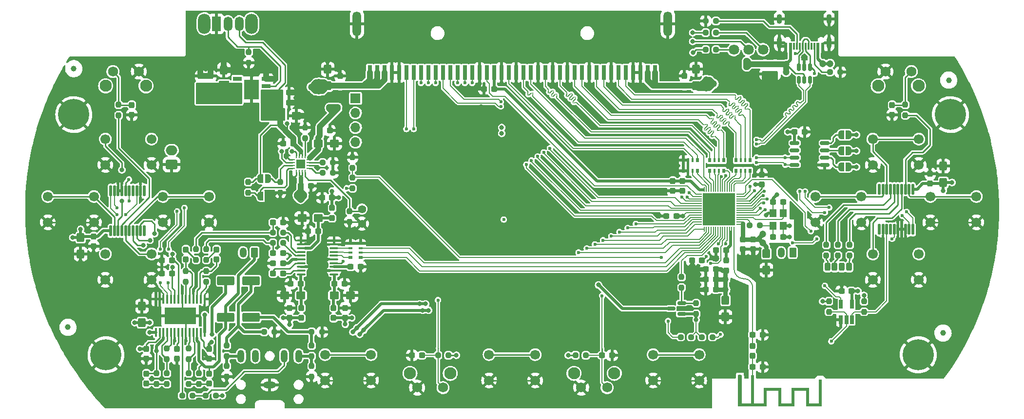
<source format=gbl>
%TF.GenerationSoftware,KiCad,Pcbnew,(6.0.7)*%
%TF.CreationDate,2023-03-31T21:06:09+02:00*%
%TF.ProjectId,airboy,61697262-6f79-42e6-9b69-6361645f7063,rev?*%
%TF.SameCoordinates,Original*%
%TF.FileFunction,Copper,L4,Bot*%
%TF.FilePolarity,Positive*%
%FSLAX46Y46*%
G04 Gerber Fmt 4.6, Leading zero omitted, Abs format (unit mm)*
G04 Created by KiCad (PCBNEW (6.0.7)) date 2023-03-31 21:06:09*
%MOMM*%
%LPD*%
G01*
G04 APERTURE LIST*
G04 Aperture macros list*
%AMRoundRect*
0 Rectangle with rounded corners*
0 $1 Rounding radius*
0 $2 $3 $4 $5 $6 $7 $8 $9 X,Y pos of 4 corners*
0 Add a 4 corners polygon primitive as box body*
4,1,4,$2,$3,$4,$5,$6,$7,$8,$9,$2,$3,0*
0 Add four circle primitives for the rounded corners*
1,1,$1+$1,$2,$3*
1,1,$1+$1,$4,$5*
1,1,$1+$1,$6,$7*
1,1,$1+$1,$8,$9*
0 Add four rect primitives between the rounded corners*
20,1,$1+$1,$2,$3,$4,$5,0*
20,1,$1+$1,$4,$5,$6,$7,0*
20,1,$1+$1,$6,$7,$8,$9,0*
20,1,$1+$1,$8,$9,$2,$3,0*%
%AMFreePoly0*
4,1,22,0.500000,-0.750000,0.000000,-0.750000,0.000000,-0.745033,-0.079941,-0.743568,-0.215256,-0.701293,-0.333266,-0.622738,-0.424486,-0.514219,-0.481581,-0.384460,-0.499164,-0.250000,-0.500000,-0.250000,-0.500000,0.250000,-0.499164,0.250000,-0.499963,0.256109,-0.478152,0.396186,-0.417904,0.524511,-0.324060,0.630769,-0.204165,0.706417,-0.067858,0.745374,0.000000,0.744959,0.000000,0.750000,
0.500000,0.750000,0.500000,-0.750000,0.500000,-0.750000,$1*%
%AMFreePoly1*
4,1,20,0.000000,0.744959,0.073905,0.744508,0.209726,0.703889,0.328688,0.626782,0.421226,0.519385,0.479903,0.390333,0.500000,0.250000,0.500000,-0.250000,0.499851,-0.262216,0.476331,-0.402017,0.414519,-0.529596,0.319384,-0.634700,0.198574,-0.708877,0.061801,-0.746166,0.000000,-0.745033,0.000000,-0.750000,-0.500000,-0.750000,-0.500000,0.750000,0.000000,0.750000,0.000000,0.744959,
0.000000,0.744959,$1*%
G04 Aperture macros list end*
%TA.AperFunction,ComponentPad*%
%ADD10C,5.400000*%
%TD*%
%TA.AperFunction,ComponentPad*%
%ADD11RoundRect,0.250000X0.350000X0.625000X-0.350000X0.625000X-0.350000X-0.625000X0.350000X-0.625000X0*%
%TD*%
%TA.AperFunction,ComponentPad*%
%ADD12O,1.200000X1.750000*%
%TD*%
%TA.AperFunction,ComponentPad*%
%ADD13C,1.700000*%
%TD*%
%TA.AperFunction,ComponentPad*%
%ADD14RoundRect,0.250000X-0.250000X-0.450000X0.250000X-0.450000X0.250000X0.450000X-0.250000X0.450000X0*%
%TD*%
%TA.AperFunction,SMDPad,CuDef*%
%ADD15RoundRect,0.237500X0.300000X0.237500X-0.300000X0.237500X-0.300000X-0.237500X0.300000X-0.237500X0*%
%TD*%
%TA.AperFunction,SMDPad,CuDef*%
%ADD16RoundRect,0.237500X-0.237500X0.287500X-0.237500X-0.287500X0.237500X-0.287500X0.237500X0.287500X0*%
%TD*%
%TA.AperFunction,SMDPad,CuDef*%
%ADD17RoundRect,0.237500X-0.250000X-0.237500X0.250000X-0.237500X0.250000X0.237500X-0.250000X0.237500X0*%
%TD*%
%TA.AperFunction,SMDPad,CuDef*%
%ADD18RoundRect,0.237500X0.237500X-0.250000X0.237500X0.250000X-0.237500X0.250000X-0.237500X-0.250000X0*%
%TD*%
%TA.AperFunction,ConnectorPad*%
%ADD19R,0.500000X0.500000*%
%TD*%
%TA.AperFunction,SMDPad,CuDef*%
%ADD20R,0.630000X0.500000*%
%TD*%
%TA.AperFunction,ComponentPad*%
%ADD21C,2.100000*%
%TD*%
%TA.AperFunction,ComponentPad*%
%ADD22C,1.750000*%
%TD*%
%TA.AperFunction,SMDPad,CuDef*%
%ADD23R,0.450000X1.500000*%
%TD*%
%TA.AperFunction,SMDPad,CuDef*%
%ADD24R,5.500000X3.000000*%
%TD*%
%TA.AperFunction,SMDPad,CuDef*%
%ADD25RoundRect,0.237500X-0.300000X-0.237500X0.300000X-0.237500X0.300000X0.237500X-0.300000X0.237500X0*%
%TD*%
%TA.AperFunction,SMDPad,CuDef*%
%ADD26RoundRect,0.237500X-0.237500X0.250000X-0.237500X-0.250000X0.237500X-0.250000X0.237500X0.250000X0*%
%TD*%
%TA.AperFunction,SMDPad,CuDef*%
%ADD27RoundRect,0.237500X0.250000X0.237500X-0.250000X0.237500X-0.250000X-0.237500X0.250000X-0.237500X0*%
%TD*%
%TA.AperFunction,SMDPad,CuDef*%
%ADD28RoundRect,0.250000X0.425000X-0.537500X0.425000X0.537500X-0.425000X0.537500X-0.425000X-0.537500X0*%
%TD*%
%TA.AperFunction,SMDPad,CuDef*%
%ADD29RoundRect,0.237500X0.237500X-0.300000X0.237500X0.300000X-0.237500X0.300000X-0.237500X-0.300000X0*%
%TD*%
%TA.AperFunction,SMDPad,CuDef*%
%ADD30RoundRect,0.237500X-0.237500X0.300000X-0.237500X-0.300000X0.237500X-0.300000X0.237500X0.300000X0*%
%TD*%
%TA.AperFunction,SMDPad,CuDef*%
%ADD31RoundRect,0.050000X0.050000X-0.387500X0.050000X0.387500X-0.050000X0.387500X-0.050000X-0.387500X0*%
%TD*%
%TA.AperFunction,SMDPad,CuDef*%
%ADD32RoundRect,0.050000X0.387500X-0.050000X0.387500X0.050000X-0.387500X0.050000X-0.387500X-0.050000X0*%
%TD*%
%TA.AperFunction,SMDPad,CuDef*%
%ADD33R,5.600000X5.600000*%
%TD*%
%TA.AperFunction,SMDPad,CuDef*%
%ADD34RoundRect,0.100000X-0.637500X-0.100000X0.637500X-0.100000X0.637500X0.100000X-0.637500X0.100000X0*%
%TD*%
%TA.AperFunction,SMDPad,CuDef*%
%ADD35C,1.000000*%
%TD*%
%TA.AperFunction,SMDPad,CuDef*%
%ADD36RoundRect,0.237500X0.237500X-0.287500X0.237500X0.287500X-0.237500X0.287500X-0.237500X-0.287500X0*%
%TD*%
%TA.AperFunction,ComponentPad*%
%ADD37O,1.200000X2.200000*%
%TD*%
%TA.AperFunction,ComponentPad*%
%ADD38O,2.200000X1.200000*%
%TD*%
%TA.AperFunction,SMDPad,CuDef*%
%ADD39RoundRect,0.125000X-0.125000X0.825000X-0.125000X-0.825000X0.125000X-0.825000X0.125000X0.825000X0*%
%TD*%
%TA.AperFunction,ComponentPad*%
%ADD40C,1.400000*%
%TD*%
%TA.AperFunction,SMDPad,CuDef*%
%ADD41R,0.600000X1.160000*%
%TD*%
%TA.AperFunction,SMDPad,CuDef*%
%ADD42R,0.300000X1.160000*%
%TD*%
%TA.AperFunction,ComponentPad*%
%ADD43O,0.900000X1.700000*%
%TD*%
%TA.AperFunction,ComponentPad*%
%ADD44O,0.900000X2.000000*%
%TD*%
%TA.AperFunction,SMDPad,CuDef*%
%ADD45RoundRect,0.125000X0.125000X-0.825000X0.125000X0.825000X-0.125000X0.825000X-0.125000X-0.825000X0*%
%TD*%
%TA.AperFunction,ComponentPad*%
%ADD46O,2.200000X3.500000*%
%TD*%
%TA.AperFunction,ComponentPad*%
%ADD47R,1.500000X2.500000*%
%TD*%
%TA.AperFunction,ComponentPad*%
%ADD48O,1.500000X2.500000*%
%TD*%
%TA.AperFunction,SMDPad,CuDef*%
%ADD49R,0.800000X0.500000*%
%TD*%
%TA.AperFunction,SMDPad,CuDef*%
%ADD50R,0.800000X0.400000*%
%TD*%
%TA.AperFunction,SMDPad,CuDef*%
%ADD51RoundRect,0.150000X-0.150000X0.512500X-0.150000X-0.512500X0.150000X-0.512500X0.150000X0.512500X0*%
%TD*%
%TA.AperFunction,SMDPad,CuDef*%
%ADD52R,0.800000X2.500000*%
%TD*%
%TA.AperFunction,ComponentPad*%
%ADD53O,1.500000X4.300000*%
%TD*%
%TA.AperFunction,SMDPad,CuDef*%
%ADD54R,0.500000X0.800000*%
%TD*%
%TA.AperFunction,SMDPad,CuDef*%
%ADD55R,0.400000X0.800000*%
%TD*%
%TA.AperFunction,SMDPad,CuDef*%
%ADD56RoundRect,0.250000X-1.250000X-0.550000X1.250000X-0.550000X1.250000X0.550000X-1.250000X0.550000X0*%
%TD*%
%TA.AperFunction,SMDPad,CuDef*%
%ADD57RoundRect,0.250000X-0.537500X-0.425000X0.537500X-0.425000X0.537500X0.425000X-0.537500X0.425000X0*%
%TD*%
%TA.AperFunction,SMDPad,CuDef*%
%ADD58RoundRect,0.062500X0.062500X-0.375000X0.062500X0.375000X-0.062500X0.375000X-0.062500X-0.375000X0*%
%TD*%
%TA.AperFunction,SMDPad,CuDef*%
%ADD59RoundRect,0.062500X0.375000X-0.062500X0.375000X0.062500X-0.375000X0.062500X-0.375000X-0.062500X0*%
%TD*%
%TA.AperFunction,SMDPad,CuDef*%
%ADD60R,1.600000X1.600000*%
%TD*%
%TA.AperFunction,SMDPad,CuDef*%
%ADD61RoundRect,0.250000X0.537500X0.425000X-0.537500X0.425000X-0.537500X-0.425000X0.537500X-0.425000X0*%
%TD*%
%TA.AperFunction,SMDPad,CuDef*%
%ADD62R,0.650000X1.560000*%
%TD*%
%TA.AperFunction,SMDPad,CuDef*%
%ADD63RoundRect,0.250000X-0.425000X0.537500X-0.425000X-0.537500X0.425000X-0.537500X0.425000X0.537500X0*%
%TD*%
%TA.AperFunction,SMDPad,CuDef*%
%ADD64FreePoly0,180.000000*%
%TD*%
%TA.AperFunction,SMDPad,CuDef*%
%ADD65FreePoly1,180.000000*%
%TD*%
%TA.AperFunction,ComponentPad*%
%ADD66RoundRect,0.250000X0.750000X-0.600000X0.750000X0.600000X-0.750000X0.600000X-0.750000X-0.600000X0*%
%TD*%
%TA.AperFunction,ComponentPad*%
%ADD67O,2.000000X1.700000*%
%TD*%
%TA.AperFunction,SMDPad,CuDef*%
%ADD68R,1.505000X0.802000*%
%TD*%
%TA.AperFunction,SMDPad,CuDef*%
%ADD69R,2.613000X3.502000*%
%TD*%
%TA.AperFunction,SMDPad,CuDef*%
%ADD70RoundRect,0.150000X0.587500X0.150000X-0.587500X0.150000X-0.587500X-0.150000X0.587500X-0.150000X0*%
%TD*%
%TA.AperFunction,ComponentPad*%
%ADD71C,1.800000*%
%TD*%
%TA.AperFunction,ComponentPad*%
%ADD72R,1.700000X1.700000*%
%TD*%
%TA.AperFunction,ComponentPad*%
%ADD73O,1.700000X1.700000*%
%TD*%
%TA.AperFunction,SMDPad,CuDef*%
%ADD74RoundRect,0.150000X0.675000X0.150000X-0.675000X0.150000X-0.675000X-0.150000X0.675000X-0.150000X0*%
%TD*%
%TA.AperFunction,SMDPad,CuDef*%
%ADD75R,1.200000X1.400000*%
%TD*%
%TA.AperFunction,ViaPad*%
%ADD76C,0.600000*%
%TD*%
%TA.AperFunction,ViaPad*%
%ADD77C,0.800000*%
%TD*%
%TA.AperFunction,ViaPad*%
%ADD78C,1.200000*%
%TD*%
%TA.AperFunction,Conductor*%
%ADD79C,0.177800*%
%TD*%
%TA.AperFunction,Conductor*%
%ADD80C,0.508000*%
%TD*%
%TA.AperFunction,Conductor*%
%ADD81C,0.254000*%
%TD*%
%TA.AperFunction,Conductor*%
%ADD82C,1.016000*%
%TD*%
%TA.AperFunction,Conductor*%
%ADD83C,0.762000*%
%TD*%
%TA.AperFunction,Conductor*%
%ADD84C,0.250000*%
%TD*%
G04 APERTURE END LIST*
%TO.C,AE1*%
G36*
X191030000Y-122365000D02*
G01*
X191030000Y-127275000D01*
X192700000Y-127275000D01*
X192700000Y-122365000D01*
X193200000Y-122365000D01*
X193200000Y-127275000D01*
X194900000Y-127275000D01*
X194900000Y-124575000D01*
X197900000Y-124575000D01*
X197900000Y-127275000D01*
X199700000Y-127275000D01*
X199700000Y-124575000D01*
X202700000Y-124575000D01*
X202700000Y-127275000D01*
X204400000Y-127275000D01*
X204400000Y-123105000D01*
X204900000Y-123105000D01*
X204900000Y-127775000D01*
X202200000Y-127775000D01*
X202200000Y-125075000D01*
X200200000Y-125075000D01*
X200200000Y-127775000D01*
X197400000Y-127775000D01*
X197400000Y-125075000D01*
X195400000Y-125075000D01*
X195400000Y-127775000D01*
X190400000Y-127775000D01*
X190400000Y-122618215D01*
X190702417Y-122618215D01*
X190707153Y-122666622D01*
X190726815Y-122711416D01*
X190761755Y-122748186D01*
X190794647Y-122765092D01*
X190842733Y-122772982D01*
X190892318Y-122766408D01*
X190937628Y-122746313D01*
X190972888Y-122713643D01*
X190989782Y-122681417D01*
X190998222Y-122633158D01*
X190991691Y-122583632D01*
X190971132Y-122538447D01*
X190937489Y-122503213D01*
X190918878Y-122492600D01*
X190873363Y-122479700D01*
X190824844Y-122478957D01*
X190782181Y-122491065D01*
X190774269Y-122495419D01*
X190736326Y-122528203D01*
X190712258Y-122570605D01*
X190702417Y-122618215D01*
X190400000Y-122618215D01*
X190400000Y-122365000D01*
X191030000Y-122365000D01*
G37*
%TD*%
D10*
%TO.P,H2,1,1*%
%TO.N,GND*%
X227300000Y-77000000D03*
%TD*%
D11*
%TO.P,J3,1,Pin_1*%
%TO.N,Net-(C59-Pad2)*%
X106400000Y-101000000D03*
D12*
%TO.P,J3,2,Pin_2*%
%TO.N,Net-(J3-Pad2)*%
X104400000Y-101000000D03*
%TD*%
D13*
%TO.P,SW5,1,1*%
%TO.N,/Controller/SW_LEFT*%
X70500000Y-91250000D03*
%TO.P,SW5,2,2*%
X78500000Y-91250000D03*
%TO.P,SW5,3,K*%
%TO.N,GND*%
X70500000Y-95750000D03*
%TO.P,SW5,4,A*%
X78500000Y-95750000D03*
%TD*%
%TO.P,SW4,1,1*%
%TO.N,/Controller/SW_DOWN*%
X80500000Y-101250000D03*
%TO.P,SW4,2,2*%
X88500000Y-101250000D03*
%TO.P,SW4,3,K*%
%TO.N,GND*%
X80500000Y-105750000D03*
%TO.P,SW4,4,A*%
X88500000Y-105750000D03*
%TD*%
%TO.P,SW8,1,1*%
%TO.N,/Controller/SW_A*%
X223800000Y-91250000D03*
%TO.P,SW8,2,2*%
X231800000Y-91250000D03*
%TO.P,SW8,3,K*%
%TO.N,GND*%
X223800000Y-95750000D03*
%TO.P,SW8,4,A*%
X231800000Y-95750000D03*
%TD*%
%TO.P,SW14,1,1*%
%TO.N,/Controller/SW_SELECT*%
X175650000Y-118750000D03*
%TO.P,SW14,2,2*%
X183650000Y-118750000D03*
%TO.P,SW14,3,K*%
%TO.N,GND*%
X175650000Y-123250000D03*
%TO.P,SW14,4,A*%
X183650000Y-123250000D03*
%TD*%
D10*
%TO.P,H4,1,1*%
%TO.N,GND*%
X221700000Y-118800000D03*
%TD*%
D13*
%TO.P,SW13,1,1*%
%TO.N,/Controller/SW_AIRBOY*%
X147150000Y-118750000D03*
%TO.P,SW13,2,2*%
X155150000Y-118750000D03*
%TO.P,SW13,3,K*%
%TO.N,GND*%
X147150000Y-123250000D03*
%TO.P,SW13,4,A*%
X155150000Y-123250000D03*
%TD*%
%TO.P,SW3,1,1*%
%TO.N,/Controller/SW_UP*%
X80500000Y-81250000D03*
%TO.P,SW3,2,2*%
X88500000Y-81250000D03*
%TO.P,SW3,3,K*%
%TO.N,GND*%
X80500000Y-85750000D03*
%TO.P,SW3,4,A*%
X88500000Y-85750000D03*
%TD*%
D14*
%TO.P,D1,1,RK*%
%TO.N,Net-(D1-Pad1)*%
X205930000Y-103500000D03*
%TO.P,D1,2,GK*%
%TO.N,Net-(D1-Pad2)*%
X207180000Y-103500000D03*
%TO.P,D1,3,BK*%
%TO.N,Net-(D1-Pad3)*%
X209680000Y-103500000D03*
%TO.P,D1,4,A*%
%TO.N,+3.3V*%
X208430000Y-103500000D03*
%TD*%
D11*
%TO.P,J4,1,Pin_1*%
%TO.N,Net-(C45-Pad2)*%
X199900000Y-101000000D03*
D12*
%TO.P,J4,2,Pin_2*%
%TO.N,Net-(J4-Pad2)*%
X197900000Y-101000000D03*
%TD*%
D13*
%TO.P,SW10,1,1*%
%TO.N,/Controller/SW_Y*%
X203800000Y-91250000D03*
%TO.P,SW10,2,2*%
X211800000Y-91250000D03*
%TO.P,SW10,3,K*%
%TO.N,GND*%
X203800000Y-95750000D03*
%TO.P,SW10,4,A*%
X211800000Y-95750000D03*
%TD*%
D10*
%TO.P,H1,1,1*%
%TO.N,GND*%
X75000000Y-77000000D03*
%TD*%
D13*
%TO.P,SW9,1,1*%
%TO.N,/Controller/SW_B*%
X213800000Y-101250000D03*
%TO.P,SW9,2,2*%
X221800000Y-101250000D03*
%TO.P,SW9,3,K*%
%TO.N,GND*%
X213800000Y-105750000D03*
%TO.P,SW9,4,A*%
X221800000Y-105750000D03*
%TD*%
%TO.P,SW15,1,1*%
%TO.N,/Controller/SW_START*%
X118650000Y-118750000D03*
%TO.P,SW15,2,2*%
X126650000Y-118750000D03*
%TO.P,SW15,3,K*%
%TO.N,GND*%
X118650000Y-123250000D03*
%TO.P,SW15,4,A*%
X126650000Y-123250000D03*
%TD*%
%TO.P,SW11,1,1*%
%TO.N,/Controller/SW_X*%
X213800000Y-81250000D03*
%TO.P,SW11,2,2*%
X221800000Y-81250000D03*
%TO.P,SW11,3,K*%
%TO.N,GND*%
X213800000Y-85750000D03*
%TO.P,SW11,4,A*%
X221800000Y-85750000D03*
%TD*%
%TO.P,SW6,1,1*%
%TO.N,/Controller/SW_RIGHT*%
X90500000Y-91250000D03*
%TO.P,SW6,2,2*%
X98500000Y-91250000D03*
%TO.P,SW6,3,K*%
%TO.N,GND*%
X90500000Y-95750000D03*
%TO.P,SW6,4,A*%
X98500000Y-95750000D03*
%TD*%
D10*
%TO.P,H3,1,1*%
%TO.N,GND*%
X80600000Y-118800000D03*
%TD*%
D15*
%TO.P,C52,1*%
%TO.N,GND*%
X112368500Y-74930000D03*
%TO.P,C52,2*%
%TO.N,/Power/CHARGER_OUT*%
X110643500Y-74930000D03*
%TD*%
D16*
%TO.P,L2,1,1*%
%TO.N,Net-(C12-Pad2)*%
X192938400Y-117235000D03*
%TO.P,L2,2,2*%
%TO.N,Net-(AE1-Pad1)*%
X192938400Y-118985000D03*
%TD*%
D15*
%TO.P,C12,1*%
%TO.N,GND*%
X194664500Y-115316000D03*
%TO.P,C12,2*%
%TO.N,Net-(C12-Pad2)*%
X192939500Y-115316000D03*
%TD*%
D17*
%TO.P,R8,1*%
%TO.N,Net-(R8-Pad1)*%
X192381500Y-96266000D03*
%TO.P,R8,2*%
%TO.N,Net-(C14-Pad1)*%
X194206500Y-96266000D03*
%TD*%
D18*
%TO.P,R35,1*%
%TO.N,Net-(R35-Pad1)*%
X115189000Y-81100300D03*
%TO.P,R35,2*%
%TO.N,GND*%
X115189000Y-79275300D03*
%TD*%
D19*
%TO.P,AE1,1,A*%
%TO.N,Net-(AE1-Pad1)*%
X192950000Y-122615000D03*
D20*
%TO.P,AE1,2,Shield*%
%TO.N,GND*%
X190715000Y-122615000D03*
%TD*%
D21*
%TO.P,SW2,*%
%TO.N,*%
X140410000Y-122010000D03*
X133400000Y-122010000D03*
D22*
%TO.P,SW2,1,1*%
%TO.N,GND*%
X134650000Y-124500000D03*
%TO.P,SW2,2,2*%
%TO.N,/RESET*%
X139150000Y-124500000D03*
%TD*%
D23*
%TO.P,U7,1,GND*%
%TO.N,GND*%
X89279400Y-109107400D03*
%TO.P,U7,2,SELECT*%
X89929400Y-109107400D03*
%TO.P,U7,3,ID*%
X90579400Y-109107400D03*
%TO.P,U7,4,SCL*%
%TO.N,/Audio/SCL*%
X91229400Y-109107400D03*
%TO.P,U7,5,SDA*%
%TO.N,/Audio/SDA*%
X91879400Y-109107400D03*
%TO.P,U7,6,I2C_VDD*%
%TO.N,+3.3V*%
X92529400Y-109107400D03*
%TO.P,U7,7,VDD*%
X93179400Y-109107400D03*
%TO.P,U7,8,GND*%
%TO.N,GND*%
X93829400Y-109107400D03*
%TO.P,U7,9,R_DOCK*%
%TO.N,Net-(R12-Pad2)*%
X94479400Y-109107400D03*
%TO.P,U7,10,RIGHT_IN*%
%TO.N,Net-(C38-Pad1)*%
X95129400Y-109107400D03*
%TO.P,U7,11,BEEP_IN*%
%TO.N,GND*%
X95779400Y-109107400D03*
%TO.P,U7,12,LEFT_IN*%
%TO.N,Net-(C37-Pad1)*%
X96429400Y-109107400D03*
%TO.P,U7,13,L_DOCK*%
%TO.N,Net-(R9-Pad2)*%
X97079400Y-109107400D03*
%TO.P,U7,14,GND*%
%TO.N,GND*%
X97729400Y-109107400D03*
%TO.P,U7,15,LEFT_OUT+*%
%TO.N,Net-(J3-Pad2)*%
X97729400Y-114907400D03*
%TO.P,U7,16,VDD*%
%TO.N,+3.3V*%
X97079400Y-114907400D03*
%TO.P,U7,17,LEFT_OUT-*%
%TO.N,Net-(C59-Pad2)*%
X96429400Y-114907400D03*
%TO.P,U7,18,LEFT_GAIN_2*%
%TO.N,Net-(R29-Pad2)*%
X95779400Y-114907400D03*
%TO.P,U7,19,LEFT_GAIN_1*%
%TO.N,Net-(R29-Pad1)*%
X95129400Y-114907400D03*
%TO.P,U7,20,GND*%
%TO.N,GND*%
X94479400Y-114907400D03*
%TO.P,U7,21,HP_SENSE*%
%TO.N,Net-(R25-Pad2)*%
X93829400Y-114907400D03*
%TO.P,U7,22,BYPASS*%
%TO.N,Net-(C39-Pad2)*%
X93179400Y-114907400D03*
%TO.P,U7,23,GND*%
%TO.N,GND*%
X92529400Y-114907400D03*
%TO.P,U7,24,RIGHT_GAIN_1*%
%TO.N,Net-(R28-Pad1)*%
X91879400Y-114907400D03*
%TO.P,U7,25,RIGHT_GAIN_2*%
%TO.N,Net-(R28-Pad2)*%
X91229400Y-114907400D03*
%TO.P,U7,26,RIGHT_OUT-*%
%TO.N,Net-(C45-Pad2)*%
X90579400Y-114907400D03*
%TO.P,U7,27,VDD*%
%TO.N,+3.3V*%
X89929400Y-114907400D03*
%TO.P,U7,28,RIGHT_OUT+*%
%TO.N,Net-(J4-Pad2)*%
X89279400Y-114907400D03*
D24*
%TO.P,U7,29,GND*%
%TO.N,GND*%
X93504400Y-112007400D03*
%TD*%
D15*
%TO.P,C10,1*%
%TO.N,+3.3V*%
X179678500Y-94615000D03*
%TO.P,C10,2*%
%TO.N,GND*%
X177953500Y-94615000D03*
%TD*%
D25*
%TO.P,C53,1*%
%TO.N,/Power/CHARGER_OUT*%
X110643500Y-73152000D03*
%TO.P,C53,2*%
%TO.N,GND*%
X112368500Y-73152000D03*
%TD*%
D26*
%TO.P,R13,1*%
%TO.N,Net-(C61-Pad2)*%
X116332000Y-117197500D03*
%TO.P,R13,2*%
%TO.N,Net-(J5-PadR)*%
X116332000Y-119022500D03*
%TD*%
D27*
%TO.P,R23,1*%
%TO.N,Net-(R23-Pad1)*%
X111402500Y-97536000D03*
%TO.P,R23,2*%
%TO.N,Net-(C35-Pad2)*%
X109577500Y-97536000D03*
%TD*%
D28*
%TO.P,C69,1*%
%TO.N,+3.3V*%
X183134000Y-71998700D03*
%TO.P,C69,2*%
%TO.N,GND*%
X183134000Y-69123700D03*
%TD*%
D25*
%TO.P,C33,1*%
%TO.N,Net-(C33-Pad1)*%
X123089500Y-103479600D03*
%TO.P,C33,2*%
%TO.N,GND*%
X124814500Y-103479600D03*
%TD*%
D27*
%TO.P,R24,1*%
%TO.N,+3.3V*%
X99718500Y-125878000D03*
%TO.P,R24,2*%
%TO.N,/Audio/RN*%
X97893500Y-125878000D03*
%TD*%
D15*
%TO.P,C15,1*%
%TO.N,Net-(C15-Pad1)*%
X198220500Y-92202000D03*
%TO.P,C15,2*%
%TO.N,GND*%
X196495500Y-92202000D03*
%TD*%
D29*
%TO.P,C45,1*%
%TO.N,Net-(C45-Pad1)*%
X87630000Y-123798500D03*
%TO.P,C45,2*%
%TO.N,Net-(C45-Pad2)*%
X87630000Y-122073500D03*
%TD*%
D17*
%TO.P,R47,1*%
%TO.N,Net-(C61-Pad2)*%
X116332000Y-114808000D03*
%TO.P,R47,2*%
%TO.N,GND*%
X118157000Y-114808000D03*
%TD*%
D15*
%TO.P,C3,1*%
%TO.N,+3.3V*%
X186536500Y-107442000D03*
%TO.P,C3,2*%
%TO.N,GND*%
X184811500Y-107442000D03*
%TD*%
D26*
%TO.P,R48,1*%
%TO.N,Net-(R48-Pad1)*%
X105410000Y-66143500D03*
%TO.P,R48,2*%
%TO.N,GND*%
X105410000Y-67968500D03*
%TD*%
D15*
%TO.P,C35,2*%
%TO.N,Net-(C35-Pad2)*%
X109627500Y-95758000D03*
%TO.P,C35,1*%
%TO.N,GND*%
X111352500Y-95758000D03*
%TD*%
D26*
%TO.P,R4,1*%
%TO.N,/Microcontroller/GPIO2*%
X180594000Y-105259500D03*
%TO.P,R4,2*%
%TO.N,Net-(Q1-Pad1)*%
X180594000Y-107084500D03*
%TD*%
D29*
%TO.P,C39,1*%
%TO.N,GND*%
X92964000Y-119480500D03*
%TO.P,C39,2*%
%TO.N,Net-(C39-Pad2)*%
X92964000Y-117755500D03*
%TD*%
D21*
%TO.P,SW1,*%
%TO.N,*%
X161900000Y-122010000D03*
X168910000Y-122010000D03*
D22*
%TO.P,SW1,1,1*%
%TO.N,GND*%
X163150000Y-124500000D03*
%TO.P,SW1,2,2*%
%TO.N,/Microcontroller/GPIO0*%
X167650000Y-124500000D03*
%TD*%
D30*
%TO.P,C21,1*%
%TO.N,+3.3V*%
X78486000Y-98197500D03*
%TO.P,C21,2*%
%TO.N,GND*%
X78486000Y-99922500D03*
%TD*%
D29*
%TO.P,C66,1*%
%TO.N,+3.3V*%
X121285000Y-71982500D03*
%TO.P,C66,2*%
%TO.N,GND*%
X121285000Y-70257500D03*
%TD*%
%TO.P,C58,1*%
%TO.N,GND*%
X195072000Y-69950500D03*
%TO.P,C58,2*%
%TO.N,Net-(C46-Pad1)*%
X195072000Y-68225500D03*
%TD*%
D17*
%TO.P,R6,1*%
%TO.N,+3.3V*%
X162155500Y-118872000D03*
%TO.P,R6,2*%
%TO.N,/Microcontroller/GPIO0*%
X163980500Y-118872000D03*
%TD*%
D31*
%TO.P,U2,1,LNA_IN/RF*%
%TO.N,Net-(C12-Pad2)*%
X189700000Y-96909500D03*
%TO.P,U2,2,VDD3P3*%
%TO.N,VDD3P3*%
X189300000Y-96909500D03*
%TO.P,U2,3,VDD3P3*%
X188900000Y-96909500D03*
%TO.P,U2,4,CHIP_PU/RESET*%
%TO.N,/RESET*%
X188500000Y-96909500D03*
%TO.P,U2,5,GPIO0/BOOT*%
%TO.N,/Microcontroller/GPIO0*%
X188100000Y-96909500D03*
%TO.P,U2,6,GPIO1/ADC1_CH0*%
%TO.N,/Microcontroller/GPIO1*%
X187700000Y-96909500D03*
%TO.P,U2,7,GPIO2/ADC1_CH1*%
%TO.N,/Microcontroller/GPIO2*%
X187300000Y-96909500D03*
%TO.P,U2,8,GPIO3/ADC1_CH2*%
%TO.N,/Audio/LRCK*%
X186900000Y-96909500D03*
%TO.P,U2,9,GPIO4/ADC1_CH3*%
%TO.N,/Audio/DIN*%
X186500000Y-96909500D03*
%TO.P,U2,10,GPIO5/ADC1_CH4*%
%TO.N,/Audio/BCK*%
X186100000Y-96909500D03*
%TO.P,U2,11,GPIO6/ADC1_CH5*%
%TO.N,/D0*%
X185700000Y-96909500D03*
%TO.P,U2,12,GPIO7/ADC1_CH6*%
%TO.N,/D1*%
X185300000Y-96909500D03*
%TO.P,U2,13,GPIO8/ADC1_CH7*%
%TO.N,/D2*%
X184900000Y-96909500D03*
%TO.P,U2,14,GPIO9/ADC1_CH8*%
%TO.N,/D3*%
X184500000Y-96909500D03*
D32*
%TO.P,U2,15,GPIO10/ADC1_CH9*%
%TO.N,/D4*%
X183662500Y-96072000D03*
%TO.P,U2,16,GPIO11/ADC2_CH0*%
%TO.N,/D5*%
X183662500Y-95672000D03*
%TO.P,U2,17,GPIO12/ADC2_CH1*%
%TO.N,/D6*%
X183662500Y-95272000D03*
%TO.P,U2,18,GPIO13/ADC2_CH2*%
%TO.N,/D7*%
X183662500Y-94872000D03*
%TO.P,U2,19,GPIO14/ADC2_CH3*%
%TO.N,/RST*%
X183662500Y-94472000D03*
%TO.P,U2,20,VDD3P3_RTC*%
%TO.N,+3.3V*%
X183662500Y-94072000D03*
%TO.P,U2,21,GPIO15/ADC2_CH4/XTAL_32K_P*%
%TO.N,/RD*%
X183662500Y-93672000D03*
%TO.P,U2,22,GPIO16/ADC2_CH5/XTAL_32K_N*%
%TO.N,/WR{slash}CLK*%
X183662500Y-93272000D03*
%TO.P,U2,23,GPIO17/ADC2_CH6/DAC_2*%
%TO.N,/RS*%
X183662500Y-92872000D03*
%TO.P,U2,24,GPIO18/ADC2_CH7/DAC_1*%
%TO.N,/CS*%
X183662500Y-92472000D03*
%TO.P,U2,25,GPIO19/USB_D-/ADC2_CH8*%
%TO.N,/Microcontroller/USB_D-*%
X183662500Y-92072000D03*
%TO.P,U2,26,GPIO20/USB_D+/ADC2_CH9*%
%TO.N,/Microcontroller/USB_D+*%
X183662500Y-91672000D03*
%TO.P,U2,27,GPIO21*%
%TO.N,/FMARK*%
X183662500Y-91272000D03*
%TO.P,U2,28,SPI_CS1/GPIO26*%
%TO.N,/Microcontroller/SPICS1*%
X183662500Y-90872000D03*
D31*
%TO.P,U2,29,VDD_SPI*%
%TO.N,/Microcontroller/VDD_SPI*%
X184500000Y-90034500D03*
%TO.P,U2,30,SPIHD/GPIO27*%
%TO.N,Net-(RN1-Pad6)*%
X184900000Y-90034500D03*
%TO.P,U2,31,SPIWP/GPIO28*%
%TO.N,Net-(RN1-Pad5)*%
X185300000Y-90034500D03*
%TO.P,U2,32,SPICS0/GPIO29*%
%TO.N,/Microcontroller/SPICS0*%
X185700000Y-90034500D03*
%TO.P,U2,33,SPICLK/GPIO30*%
%TO.N,Net-(RN2-Pad8)*%
X186100000Y-90034500D03*
%TO.P,U2,34,SPIQ/GPIO31*%
%TO.N,Net-(RN2-Pad7)*%
X186500000Y-90034500D03*
%TO.P,U2,35,SPID/GPIO32*%
%TO.N,Net-(RN2-Pad6)*%
X186900000Y-90034500D03*
%TO.P,U2,36,SPICLK_N/GPIO48*%
%TO.N,/Audio/SDA*%
X187300000Y-90034500D03*
%TO.P,U2,37,SPICLK_P/GPIO47*%
%TO.N,/Audio/SCL*%
X187700000Y-90034500D03*
%TO.P,U2,38,GPIO33*%
%TO.N,Net-(RN2-Pad5)*%
X188100000Y-90034500D03*
%TO.P,U2,39,GPIO34*%
%TO.N,Net-(RN3-Pad8)*%
X188500000Y-90034500D03*
%TO.P,U2,40,GPIO35*%
%TO.N,Net-(RN3-Pad7)*%
X188900000Y-90034500D03*
%TO.P,U2,41,GPIO36*%
%TO.N,Net-(RN3-Pad6)*%
X189300000Y-90034500D03*
%TO.P,U2,42,GPIO37*%
%TO.N,Net-(RN3-Pad5)*%
X189700000Y-90034500D03*
D32*
%TO.P,U2,43,GPIO38*%
%TO.N,/Controller/CON_INT*%
X190537500Y-90872000D03*
%TO.P,U2,44,MTCK/JTAG/GPIO39*%
%TO.N,/Microcontroller/MTCK*%
X190537500Y-91272000D03*
%TO.P,U2,45,MTDO/JTAG/GPIO40*%
%TO.N,/Microcontroller/MTDO*%
X190537500Y-91672000D03*
%TO.P,U2,46,VDD3P3_CPU*%
%TO.N,+3.3V*%
X190537500Y-92072000D03*
%TO.P,U2,47,MTDI/JTAG/GPIO41*%
%TO.N,/Microcontroller/MTDI*%
X190537500Y-92472000D03*
%TO.P,U2,48,MTMS/JTAG/GPIO42*%
%TO.N,/Microcontroller/MTMS*%
X190537500Y-92872000D03*
%TO.P,U2,49,U0TXD/PROG/GPIO43*%
%TO.N,/Microcontroller/TXD*%
X190537500Y-93272000D03*
%TO.P,U2,50,U0RXD/PROG/GPIO44*%
%TO.N,/Microcontroller/RXD*%
X190537500Y-93672000D03*
%TO.P,U2,51,GPIO45*%
%TO.N,/Microcontroller/GPIO45*%
X190537500Y-94072000D03*
%TO.P,U2,52,GPIO46*%
%TO.N,/Microcontroller/GPIO46*%
X190537500Y-94472000D03*
%TO.P,U2,53,XTAL_N*%
%TO.N,Net-(C15-Pad1)*%
X190537500Y-94872000D03*
%TO.P,U2,54,XTAL_P*%
%TO.N,Net-(R8-Pad1)*%
X190537500Y-95272000D03*
%TO.P,U2,55,VDDA*%
%TO.N,+3.3V*%
X190537500Y-95672000D03*
%TO.P,U2,56,VDDA*%
X190537500Y-96072000D03*
D33*
%TO.P,U2,57,GND*%
%TO.N,GND*%
X187100000Y-93472000D03*
%TD*%
D15*
%TO.P,C41,1*%
%TO.N,+3.3V*%
X92048500Y-104648000D03*
%TO.P,C41,2*%
%TO.N,GND*%
X90323500Y-104648000D03*
%TD*%
D34*
%TO.P,U6,1,CPVDD*%
%TO.N,Net-(C25-Pad1)*%
X114485500Y-104779000D03*
%TO.P,U6,2,CAPP*%
%TO.N,Net-(C31-Pad1)*%
X114485500Y-104129000D03*
%TO.P,U6,3,CPGND*%
%TO.N,GND*%
X114485500Y-103479000D03*
%TO.P,U6,4,CAPM*%
%TO.N,Net-(C31-Pad2)*%
X114485500Y-102829000D03*
%TO.P,U6,5,VNEG*%
%TO.N,Net-(C30-Pad2)*%
X114485500Y-102179000D03*
%TO.P,U6,6,OUTL*%
%TO.N,Net-(R22-Pad1)*%
X114485500Y-101529000D03*
%TO.P,U6,7,OUTR*%
%TO.N,Net-(R23-Pad1)*%
X114485500Y-100879000D03*
%TO.P,U6,8,AVDD*%
%TO.N,Net-(C29-Pad1)*%
X114485500Y-100229000D03*
%TO.P,U6,9,AGND*%
%TO.N,GND*%
X114485500Y-99579000D03*
%TO.P,U6,10,DEMP*%
X114485500Y-98929000D03*
%TO.P,U6,11,FLT*%
X120210500Y-98929000D03*
%TO.P,U6,12,SCK*%
X120210500Y-99579000D03*
%TO.P,U6,13,BCK*%
%TO.N,Net-(RN4-Pad3)*%
X120210500Y-100229000D03*
%TO.P,U6,14,DIN*%
%TO.N,Net-(RN4-Pad2)*%
X120210500Y-100879000D03*
%TO.P,U6,15,LRCK*%
%TO.N,Net-(RN4-Pad1)*%
X120210500Y-101529000D03*
%TO.P,U6,16,FMT*%
%TO.N,GND*%
X120210500Y-102179000D03*
%TO.P,U6,17,XSMT*%
%TO.N,+3.3V*%
X120210500Y-102829000D03*
%TO.P,U6,18,LDOO*%
%TO.N,Net-(C33-Pad1)*%
X120210500Y-103479000D03*
%TO.P,U6,19,DGND*%
%TO.N,GND*%
X120210500Y-104129000D03*
%TO.P,U6,20,DVDD*%
%TO.N,Net-(C26-Pad1)*%
X120210500Y-104779000D03*
%TD*%
D35*
%TO.P,FID1,*%
%TO.N,*%
X74000000Y-114000000D03*
%TD*%
D36*
%TO.P,FB2,1*%
%TO.N,+3.3V*%
X120142000Y-112381000D03*
%TO.P,FB2,2*%
%TO.N,Net-(C26-Pad1)*%
X120142000Y-110631000D03*
%TD*%
D26*
%TO.P,R34,1*%
%TO.N,/Power/EN1*%
X110886000Y-88734500D03*
%TO.P,R34,2*%
%TO.N,GND*%
X110886000Y-90559500D03*
%TD*%
D18*
%TO.P,R20,1*%
%TO.N,/Controller/SW_LTRIG*%
X219456000Y-77112500D03*
%TO.P,R20,2*%
%TO.N,Net-(C23-Pad1)*%
X219456000Y-75287500D03*
%TD*%
D37*
%TO.P,J5,R*%
%TO.N,Net-(J5-PadR)*%
X114050000Y-119000000D03*
%TO.P,J5,RN*%
%TO.N,/Audio/RN*%
X111550000Y-119000000D03*
D38*
%TO.P,J5,S*%
%TO.N,GND*%
X109050000Y-124000000D03*
D37*
%TO.P,J5,T*%
%TO.N,Net-(J5-PadT)*%
X104050000Y-119000000D03*
%TO.P,J5,TN*%
%TO.N,unconnected-(J5-PadTN)*%
X106550000Y-119000000D03*
%TD*%
D25*
%TO.P,C46,1*%
%TO.N,Net-(C46-Pad1)*%
X117755500Y-79756000D03*
%TO.P,C46,2*%
%TO.N,GND*%
X119480500Y-79756000D03*
%TD*%
D35*
%TO.P,FID3,*%
%TO.N,*%
X75000000Y-69000000D03*
%TD*%
D27*
%TO.P,R22,1*%
%TO.N,Net-(R22-Pad1)*%
X111402500Y-99314000D03*
%TO.P,R22,2*%
%TO.N,Net-(C36-Pad2)*%
X109577500Y-99314000D03*
%TD*%
D28*
%TO.P,C43,1*%
%TO.N,+3.3V*%
X86868000Y-113197500D03*
%TO.P,C43,2*%
%TO.N,GND*%
X86868000Y-110322500D03*
%TD*%
D39*
%TO.P,U4,1,SCL*%
%TO.N,/Audio/SCL*%
X81403000Y-90226000D03*
%TO.P,U4,2,SDA*%
%TO.N,/Audio/SDA*%
X82053000Y-90226000D03*
%TO.P,U4,3,A2*%
%TO.N,GND*%
X82703000Y-90226000D03*
%TO.P,U4,4,A1*%
X83353000Y-90226000D03*
%TO.P,U4,5,A0*%
%TO.N,+3.3V*%
X84003000Y-90226000D03*
%TO.P,U4,6,~{RESET}*%
%TO.N,/RESET*%
X84653000Y-90226000D03*
%TO.P,U4,7,NC*%
%TO.N,unconnected-(U4-Pad7)*%
X85303000Y-90226000D03*
%TO.P,U4,8,INT*%
%TO.N,Net-(R11-Pad2)*%
X85953000Y-90226000D03*
%TO.P,U4,9,VSS*%
%TO.N,GND*%
X86603000Y-90226000D03*
%TO.P,U4,10,NC*%
%TO.N,unconnected-(U4-Pad10)*%
X87253000Y-90226000D03*
%TO.P,U4,11,NC*%
%TO.N,unconnected-(U4-Pad11)*%
X87253000Y-97226000D03*
%TO.P,U4,12,GP0*%
%TO.N,/Controller/SW_SELECT*%
X86603000Y-97226000D03*
%TO.P,U4,13,GP1*%
%TO.N,/Controller/SW_AIRBOY*%
X85953000Y-97226000D03*
%TO.P,U4,14,GP2*%
%TO.N,/Controller/SW_START*%
X85303000Y-97226000D03*
%TO.P,U4,15,GP3*%
%TO.N,/Controller/SW_RIGHT*%
X84653000Y-97226000D03*
%TO.P,U4,16,GP4*%
%TO.N,/Controller/SW_DOWN*%
X84003000Y-97226000D03*
%TO.P,U4,17,GP5*%
%TO.N,/Controller/SW_RTRIG*%
X83353000Y-97226000D03*
%TO.P,U4,18,GP6*%
%TO.N,/Controller/SW_UP*%
X82703000Y-97226000D03*
%TO.P,U4,19,GP7*%
%TO.N,/Controller/SW_LEFT*%
X82053000Y-97226000D03*
%TO.P,U4,20,VDD*%
%TO.N,+3.3V*%
X81403000Y-97226000D03*
%TD*%
D26*
%TO.P,R28,1*%
%TO.N,Net-(R28-Pad1)*%
X91186000Y-117705500D03*
%TO.P,R28,2*%
%TO.N,Net-(R28-Pad2)*%
X91186000Y-119530500D03*
%TD*%
D25*
%TO.P,C14,1*%
%TO.N,Net-(C14-Pad1)*%
X196495500Y-98298000D03*
%TO.P,C14,2*%
%TO.N,GND*%
X198220500Y-98298000D03*
%TD*%
D30*
%TO.P,C48,1*%
%TO.N,Net-(C46-Pad1)*%
X196850000Y-68225500D03*
%TO.P,C48,2*%
%TO.N,GND*%
X196850000Y-69950500D03*
%TD*%
D40*
%TO.P,TH1,1*%
%TO.N,GND*%
X125057000Y-95970000D03*
%TO.P,TH1,2*%
%TO.N,Net-(R41-Pad1)*%
X125057000Y-93430000D03*
%TD*%
D41*
%TO.P,J6,A1,GND*%
%TO.N,GND*%
X198700000Y-65085000D03*
%TO.P,J6,A4,VBUS*%
%TO.N,Net-(C46-Pad1)*%
X199500000Y-65085000D03*
D42*
%TO.P,J6,A5,CC1*%
%TO.N,Net-(J6-PadA5)*%
X200650000Y-65085000D03*
%TO.P,J6,A6,D+*%
%TO.N,/Power/D+*%
X201650000Y-65085000D03*
%TO.P,J6,A7,D-*%
%TO.N,/Power/D-*%
X202150000Y-65085000D03*
%TO.P,J6,A8,SBU1*%
%TO.N,unconnected-(J6-PadA8)*%
X203150000Y-65085000D03*
D41*
%TO.P,J6,A9,VBUS*%
%TO.N,Net-(C46-Pad1)*%
X204300000Y-65085000D03*
%TO.P,J6,A12,GND*%
%TO.N,GND*%
X205100000Y-65085000D03*
%TO.P,J6,B1,GND*%
X205100000Y-65085000D03*
%TO.P,J6,B4,VBUS*%
%TO.N,Net-(C46-Pad1)*%
X204300000Y-65085000D03*
D42*
%TO.P,J6,B5,CC2*%
%TO.N,Net-(J6-PadB5)*%
X203650000Y-65085000D03*
%TO.P,J6,B6,D+*%
%TO.N,/Power/D+*%
X202650000Y-65085000D03*
%TO.P,J6,B7,D-*%
%TO.N,/Power/D-*%
X201150000Y-65085000D03*
%TO.P,J6,B8,SBU2*%
%TO.N,unconnected-(J6-PadB8)*%
X200150000Y-65085000D03*
D41*
%TO.P,J6,B9,VBUS*%
%TO.N,Net-(C46-Pad1)*%
X199500000Y-65085000D03*
%TO.P,J6,B12,GND*%
%TO.N,GND*%
X198700000Y-65085000D03*
D43*
%TO.P,J6,S1,SHIELD*%
X206220000Y-60335000D03*
D44*
X206220000Y-64505000D03*
X197580000Y-64505000D03*
D43*
X197580000Y-60335000D03*
%TD*%
D35*
%TO.P,FID4,*%
%TO.N,*%
X227000000Y-71000000D03*
%TD*%
D16*
%TO.P,FB3,1*%
%TO.N,+3.3V*%
X119888000Y-93257400D03*
%TO.P,FB3,2*%
%TO.N,Net-(C29-Pad1)*%
X119888000Y-95007400D03*
%TD*%
D27*
%TO.P,R38,1*%
%TO.N,Net-(J6-PadA5)*%
X186586500Y-60706000D03*
%TO.P,R38,2*%
%TO.N,GND*%
X184761500Y-60706000D03*
%TD*%
D45*
%TO.P,U5,1,SCL*%
%TO.N,/Audio/SCL*%
X220766071Y-96972000D03*
%TO.P,U5,2,SDA*%
%TO.N,/Audio/SDA*%
X220116071Y-96972000D03*
%TO.P,U5,3,A2*%
%TO.N,GND*%
X219466071Y-96972000D03*
%TO.P,U5,4,A1*%
X218816071Y-96972000D03*
%TO.P,U5,5,A0*%
X218166071Y-96972000D03*
%TO.P,U5,6,~{RESET}*%
%TO.N,/RESET*%
X217516071Y-96972000D03*
%TO.P,U5,7,NC*%
%TO.N,unconnected-(U5-Pad7)*%
X216866071Y-96972000D03*
%TO.P,U5,8,INT*%
%TO.N,Net-(R10-Pad2)*%
X216216071Y-96972000D03*
%TO.P,U5,9,VSS*%
%TO.N,GND*%
X215566071Y-96972000D03*
%TO.P,U5,10,NC*%
%TO.N,unconnected-(U5-Pad10)*%
X214916071Y-96972000D03*
%TO.P,U5,11,NC*%
%TO.N,unconnected-(U5-Pad11)*%
X214916071Y-89972000D03*
%TO.P,U5,12,GP0*%
%TO.N,/Controller/SW_Y*%
X215566071Y-89972000D03*
%TO.P,U5,13,GP1*%
%TO.N,/Controller/SW_X*%
X216216071Y-89972000D03*
%TO.P,U5,14,GP2*%
%TO.N,/Controller/LEDR*%
X216866071Y-89972000D03*
%TO.P,U5,15,GP3*%
%TO.N,/Controller/LEDG*%
X217516071Y-89972000D03*
%TO.P,U5,16,GP4*%
%TO.N,/Controller/LEDB*%
X218166071Y-89972000D03*
%TO.P,U5,17,GP5*%
%TO.N,/Controller/SW_B*%
X218816071Y-89972000D03*
%TO.P,U5,18,GP6*%
%TO.N,/Controller/SW_LTRIG*%
X219466071Y-89972000D03*
%TO.P,U5,19,GP7*%
%TO.N,/Controller/SW_A*%
X220116071Y-89972000D03*
%TO.P,U5,20,VDD*%
%TO.N,+3.3V*%
X220766071Y-89972000D03*
%TD*%
D30*
%TO.P,C17,1*%
%TO.N,/Microcontroller/VDD_SPI*%
X179070000Y-88545500D03*
%TO.P,C17,2*%
%TO.N,GND*%
X179070000Y-90270500D03*
%TD*%
D46*
%TO.P,SW16,*%
%TO.N,*%
X105875000Y-61200000D03*
X97675000Y-61200000D03*
D47*
%TO.P,SW16,1,A*%
%TO.N,GND*%
X99775000Y-61200000D03*
D48*
%TO.P,SW16,2,B*%
%TO.N,Net-(R48-Pad1)*%
X101775000Y-61200000D03*
%TO.P,SW16,3,C*%
%TO.N,/Power/CHARGER_OUT*%
X103775000Y-61200000D03*
%TD*%
D36*
%TO.P,L1,1,1*%
%TO.N,+3.3V*%
X188341000Y-104112000D03*
%TO.P,L1,2,2*%
%TO.N,VDD3P3*%
X188341000Y-102362000D03*
%TD*%
D17*
%TO.P,R36,1*%
%TO.N,Net-(J6-PadB5)*%
X206351500Y-69596000D03*
%TO.P,R36,2*%
%TO.N,GND*%
X208176500Y-69596000D03*
%TD*%
D26*
%TO.P,R14,1*%
%TO.N,Net-(J5-PadR)*%
X116332000Y-120753500D03*
%TO.P,R14,2*%
%TO.N,GND*%
X116332000Y-122578500D03*
%TD*%
D35*
%TO.P,FID2,*%
%TO.N,*%
X226000000Y-115000000D03*
%TD*%
D18*
%TO.P,R43,1*%
%TO.N,/Microcontroller/GPIO1*%
X123444000Y-86256500D03*
%TO.P,R43,2*%
%TO.N,GND*%
X123444000Y-84431500D03*
%TD*%
D26*
%TO.P,R29,1*%
%TO.N,Net-(R29-Pad1)*%
X94996000Y-117705500D03*
%TO.P,R29,2*%
%TO.N,Net-(R29-Pad2)*%
X94996000Y-119530500D03*
%TD*%
D49*
%TO.P,RN4,1,R1.1*%
%TO.N,Net-(RN4-Pad1)*%
X123052000Y-101834800D03*
D50*
%TO.P,RN4,2,R2.1*%
%TO.N,Net-(RN4-Pad2)*%
X123052000Y-101034800D03*
%TO.P,RN4,3,R3.1*%
%TO.N,Net-(RN4-Pad3)*%
X123052000Y-100234800D03*
D49*
%TO.P,RN4,4,R4.1*%
%TO.N,GND*%
X123052000Y-99434800D03*
%TO.P,RN4,5,R4.2*%
X124852000Y-99434800D03*
D50*
%TO.P,RN4,6,R3.2*%
%TO.N,/Audio/BCK*%
X124852000Y-100234800D03*
%TO.P,RN4,7,R2.2*%
%TO.N,/Audio/DIN*%
X124852000Y-101034800D03*
D49*
%TO.P,RN4,8,R1.2*%
%TO.N,/Audio/LRCK*%
X124852000Y-101834800D03*
%TD*%
D15*
%TO.P,C65,1*%
%TO.N,+3.3V*%
X119861500Y-91440000D03*
%TO.P,C65,2*%
%TO.N,GND*%
X118136500Y-91440000D03*
%TD*%
D29*
%TO.P,C64,1*%
%TO.N,+3.3V*%
X122174000Y-112368500D03*
%TO.P,C64,2*%
%TO.N,GND*%
X122174000Y-110643500D03*
%TD*%
D26*
%TO.P,R31,1*%
%TO.N,Net-(R29-Pad2)*%
X94996000Y-122023500D03*
%TO.P,R31,2*%
%TO.N,Net-(C59-Pad1)*%
X94996000Y-123848500D03*
%TD*%
D51*
%TO.P,U9,1,I/O1*%
%TO.N,/Power/D+*%
X200980000Y-68712500D03*
%TO.P,U9,2,GND*%
%TO.N,GND*%
X201930000Y-68712500D03*
%TO.P,U9,3,I/O2*%
%TO.N,/Power/D-*%
X202880000Y-68712500D03*
%TO.P,U9,4,I/O2*%
%TO.N,/Microcontroller/USB_D-*%
X202880000Y-70987500D03*
%TO.P,U9,5,VBUS*%
%TO.N,Net-(C46-Pad1)*%
X201930000Y-70987500D03*
%TO.P,U9,6,I/O1*%
%TO.N,/Microcontroller/USB_D+*%
X200980000Y-70987500D03*
%TD*%
D30*
%TO.P,C23,1*%
%TO.N,Net-(C23-Pad1)*%
X217170000Y-75337500D03*
%TO.P,C23,2*%
%TO.N,GND*%
X217170000Y-77062500D03*
%TD*%
D28*
%TO.P,C20,1*%
%TO.N,+3.3V*%
X226060000Y-88813500D03*
%TO.P,C20,2*%
%TO.N,GND*%
X226060000Y-85938500D03*
%TD*%
D17*
%TO.P,R39,1*%
%TO.N,Net-(R39-Pad1)*%
X184761500Y-65684400D03*
%TO.P,R39,2*%
%TO.N,Net-(D2-Pad1)*%
X186586500Y-65684400D03*
%TD*%
D26*
%TO.P,R41,1*%
%TO.N,Net-(R41-Pad1)*%
X122936000Y-93829500D03*
%TO.P,R41,2*%
%TO.N,GND*%
X122936000Y-95654500D03*
%TD*%
D30*
%TO.P,C57,1*%
%TO.N,GND*%
X98806000Y-70308300D03*
%TO.P,C57,2*%
%TO.N,+3.3V*%
X98806000Y-72033300D03*
%TD*%
D29*
%TO.P,C59,1*%
%TO.N,Net-(C59-Pad1)*%
X98552000Y-123798500D03*
%TO.P,C59,2*%
%TO.N,Net-(C59-Pad2)*%
X98552000Y-122073500D03*
%TD*%
D52*
%TO.P,J1,1,Pin_1*%
%TO.N,+3.3V*%
X175965000Y-69680000D03*
%TO.P,J1,2,Pin_2*%
X174695000Y-69680000D03*
%TO.P,J1,3,Pin_3*%
%TO.N,GND*%
X173425000Y-69680000D03*
%TO.P,J1,4,Pin_4*%
X172155000Y-69680000D03*
%TO.P,J1,5,Pin_5*%
%TO.N,/Microcontroller/SPIDQS*%
X170885000Y-69680000D03*
%TO.P,J1,6,Pin_6*%
%TO.N,/Microcontroller/SPI7*%
X169615000Y-69680000D03*
%TO.P,J1,7,Pin_7*%
%TO.N,GND*%
X168345000Y-69680000D03*
%TO.P,J1,8,Pin_8*%
%TO.N,/Microcontroller/SPI6*%
X167075000Y-69680000D03*
%TO.P,J1,9,Pin_9*%
%TO.N,/Microcontroller/SPI5*%
X165805000Y-69680000D03*
%TO.P,J1,10,Pin_10*%
%TO.N,GND*%
X164535000Y-69680000D03*
%TO.P,J1,11,Pin_11*%
%TO.N,/Microcontroller/SPI4*%
X163265000Y-69680000D03*
%TO.P,J1,12,Pin_12*%
%TO.N,/Microcontroller/SPID*%
X161995000Y-69680000D03*
%TO.P,J1,13,Pin_13*%
%TO.N,GND*%
X160725000Y-69680000D03*
%TO.P,J1,14,Pin_14*%
%TO.N,/Microcontroller/SPIQ*%
X159455000Y-69680000D03*
%TO.P,J1,15,Pin_15*%
%TO.N,GND*%
X158185000Y-69680000D03*
%TO.P,J1,16,Pin_16*%
%TO.N,/Microcontroller/SPICLK*%
X156915000Y-69680000D03*
%TO.P,J1,17,Pin_17*%
%TO.N,GND*%
X155645000Y-69680000D03*
%TO.P,J1,18,Pin_18*%
%TO.N,/Microcontroller/SPICS0*%
X154375000Y-69680000D03*
%TO.P,J1,19,Pin_19*%
%TO.N,/Microcontroller/SPIWP*%
X153105000Y-69680000D03*
%TO.P,J1,20,Pin_20*%
%TO.N,GND*%
X151835000Y-69680000D03*
%TO.P,J1,21,Pin_21*%
%TO.N,/Microcontroller/SPIHD*%
X150565000Y-69680000D03*
%TO.P,J1,22,Pin_22*%
%TO.N,GND*%
X149295000Y-69680000D03*
%TO.P,J1,23,Pin_23*%
%TO.N,/Microcontroller/VDD_SPI*%
X148025000Y-69680000D03*
%TO.P,J1,24,Pin_24*%
%TO.N,/Microcontroller/SPICS1*%
X146755000Y-69680000D03*
%TO.P,J1,25,Pin_25*%
%TO.N,GND*%
X145485000Y-69680000D03*
%TO.P,J1,26,Pin_26*%
%TO.N,/Microcontroller/RXD*%
X144215000Y-69680000D03*
%TO.P,J1,27,Pin_27*%
%TO.N,/Microcontroller/TXD*%
X142945000Y-69680000D03*
%TO.P,J1,28,Pin_28*%
%TO.N,/Microcontroller/MTMS*%
X141675000Y-69680000D03*
%TO.P,J1,29,Pin_29*%
%TO.N,/Microcontroller/MTDI*%
X140405000Y-69680000D03*
%TO.P,J1,30,Pin_30*%
%TO.N,/Microcontroller/MTDO*%
X139135000Y-69680000D03*
%TO.P,J1,31,Pin_31*%
%TO.N,/Microcontroller/MTCK*%
X137865000Y-69680000D03*
%TO.P,J1,32,Pin_32*%
%TO.N,/Microcontroller/GPIO45*%
X136595000Y-69680000D03*
%TO.P,J1,33,Pin_33*%
%TO.N,/Microcontroller/GPIO46*%
X135325000Y-69680000D03*
%TO.P,J1,34,Pin_34*%
%TO.N,/Microcontroller/GPIO0*%
X134055000Y-69680000D03*
%TO.P,J1,35,Pin_35*%
%TO.N,/RESET*%
X132785000Y-69680000D03*
%TO.P,J1,36,Pin_36*%
%TO.N,GND*%
X131515000Y-69680000D03*
%TO.P,J1,37,Pin_37*%
X130245000Y-69680000D03*
%TO.P,J1,38,Pin_38*%
%TO.N,+3.3V*%
X128975000Y-69680000D03*
%TO.P,J1,39,Pin_39*%
X127705000Y-69680000D03*
%TO.P,J1,40,Pin_40*%
X126435000Y-69680000D03*
D53*
%TO.P,J1,MP,MountPin*%
%TO.N,GND*%
X178200000Y-61170000D03*
X124200000Y-61170000D03*
%TD*%
D54*
%TO.P,RN3,1,R1.1*%
%TO.N,/Microcontroller/SPI5*%
X190062000Y-84952000D03*
D55*
%TO.P,RN3,2,R2.1*%
%TO.N,/Microcontroller/SPI6*%
X190862000Y-84952000D03*
%TO.P,RN3,3,R3.1*%
%TO.N,/Microcontroller/SPI7*%
X191662000Y-84952000D03*
D54*
%TO.P,RN3,4,R4.1*%
%TO.N,/Microcontroller/SPIDQS*%
X192462000Y-84952000D03*
%TO.P,RN3,5,R4.2*%
%TO.N,Net-(RN3-Pad5)*%
X192462000Y-86752000D03*
D55*
%TO.P,RN3,6,R3.2*%
%TO.N,Net-(RN3-Pad6)*%
X191662000Y-86752000D03*
%TO.P,RN3,7,R2.2*%
%TO.N,Net-(RN3-Pad7)*%
X190862000Y-86752000D03*
D54*
%TO.P,RN3,8,R1.2*%
%TO.N,Net-(RN3-Pad8)*%
X190062000Y-86752000D03*
%TD*%
D26*
%TO.P,R15,1*%
%TO.N,Net-(C60-Pad2)*%
X101600000Y-117197500D03*
%TO.P,R15,2*%
%TO.N,Net-(J5-PadT)*%
X101600000Y-119022500D03*
%TD*%
D30*
%TO.P,C44,1*%
%TO.N,+3.3V*%
X98552000Y-117755500D03*
%TO.P,C44,2*%
%TO.N,GND*%
X98552000Y-119480500D03*
%TD*%
D15*
%TO.P,C36,1*%
%TO.N,GND*%
X111352500Y-101092000D03*
%TO.P,C36,2*%
%TO.N,Net-(C36-Pad2)*%
X109627500Y-101092000D03*
%TD*%
D17*
%TO.P,R33,1*%
%TO.N,Net-(R33-Pad1)*%
X118213500Y-85344000D03*
%TO.P,R33,2*%
%TO.N,GND*%
X120038500Y-85344000D03*
%TD*%
D18*
%TO.P,R42,1*%
%TO.N,/Power/BATTERY*%
X123444000Y-89812500D03*
%TO.P,R42,2*%
%TO.N,/Microcontroller/GPIO1*%
X123444000Y-87987500D03*
%TD*%
D30*
%TO.P,C42,1*%
%TO.N,+3.3V*%
X87630000Y-117755500D03*
%TO.P,C42,2*%
%TO.N,GND*%
X87630000Y-119480500D03*
%TD*%
D28*
%TO.P,C56,1*%
%TO.N,+3.3V*%
X101092000Y-72100300D03*
%TO.P,C56,2*%
%TO.N,GND*%
X101092000Y-69225300D03*
%TD*%
D26*
%TO.P,R30,1*%
%TO.N,Net-(R28-Pad2)*%
X91186000Y-122023500D03*
%TO.P,R30,2*%
%TO.N,Net-(C45-Pad1)*%
X91186000Y-123848500D03*
%TD*%
D28*
%TO.P,C67,1*%
%TO.N,+3.3V*%
X119126000Y-71998700D03*
%TO.P,C67,2*%
%TO.N,GND*%
X119126000Y-69123700D03*
%TD*%
D29*
%TO.P,C34,1*%
%TO.N,+3.3V*%
X112522000Y-112368500D03*
%TO.P,C34,2*%
%TO.N,GND*%
X112522000Y-110643500D03*
%TD*%
D30*
%TO.P,C7,1*%
%TO.N,+3.3V*%
X193040000Y-98705500D03*
%TO.P,C7,2*%
%TO.N,GND*%
X193040000Y-100430500D03*
%TD*%
D17*
%TO.P,R40,1*%
%TO.N,Net-(R40-Pad1)*%
X184761500Y-62738000D03*
%TO.P,R40,2*%
%TO.N,Net-(D2-Pad3)*%
X186586500Y-62738000D03*
%TD*%
D29*
%TO.P,C11,1*%
%TO.N,+3.3V*%
X194564000Y-89154000D03*
%TO.P,C11,2*%
%TO.N,GND*%
X194564000Y-87429000D03*
%TD*%
D18*
%TO.P,R5,1*%
%TO.N,+3.3V*%
X183134000Y-111656500D03*
%TO.P,R5,2*%
%TO.N,Net-(Q1-Pad1)*%
X183134000Y-109831500D03*
%TD*%
D56*
%TO.P,C61,1*%
%TO.N,Net-(C59-Pad2)*%
X101432000Y-112268000D03*
%TO.P,C61,2*%
%TO.N,Net-(C61-Pad2)*%
X105832000Y-112268000D03*
%TD*%
D57*
%TO.P,C47,1*%
%TO.N,Net-(C46-Pad1)*%
X117434500Y-82042000D03*
%TO.P,C47,2*%
%TO.N,GND*%
X120309500Y-82042000D03*
%TD*%
D58*
%TO.P,U8,1,TS*%
%TO.N,Net-(R41-Pad1)*%
X115158000Y-87035500D03*
%TO.P,U8,2,BAT*%
%TO.N,/Power/BATTERY*%
X114658000Y-87035500D03*
%TO.P,U8,3,BAT*%
X114158000Y-87035500D03*
%TO.P,U8,4,~{CE}*%
%TO.N,GND*%
X113658000Y-87035500D03*
D59*
%TO.P,U8,5,EN2*%
%TO.N,/Power/EN2*%
X112970500Y-86348000D03*
%TO.P,U8,6,EN1*%
%TO.N,/Power/EN1*%
X112970500Y-85848000D03*
%TO.P,U8,7,~{PGOOD}*%
%TO.N,Net-(R40-Pad1)*%
X112970500Y-85348000D03*
%TO.P,U8,8,VSS*%
%TO.N,GND*%
X112970500Y-84848000D03*
D58*
%TO.P,U8,9,~{CHG}*%
%TO.N,Net-(R39-Pad1)*%
X113658000Y-84160500D03*
%TO.P,U8,10,OUT*%
%TO.N,/Power/CHARGER_OUT*%
X114158000Y-84160500D03*
%TO.P,U8,11,OUT*%
X114658000Y-84160500D03*
%TO.P,U8,12,ILIM*%
%TO.N,Net-(R35-Pad1)*%
X115158000Y-84160500D03*
D59*
%TO.P,U8,13,IN*%
%TO.N,Net-(C46-Pad1)*%
X115845500Y-84848000D03*
%TO.P,U8,14,TMR*%
%TO.N,Net-(R33-Pad1)*%
X115845500Y-85348000D03*
%TO.P,U8,15,SYSOFF*%
%TO.N,GND*%
X115845500Y-85848000D03*
%TO.P,U8,16,ISET*%
%TO.N,Net-(R37-Pad1)*%
X115845500Y-86348000D03*
D60*
%TO.P,U8,17,VSS*%
%TO.N,GND*%
X114408000Y-85598000D03*
%TD*%
D18*
%TO.P,R21,1*%
%TO.N,/Controller/SW_RTRIG*%
X82804000Y-77112500D03*
%TO.P,R21,2*%
%TO.N,Net-(C24-Pad1)*%
X82804000Y-75287500D03*
%TD*%
D61*
%TO.P,C27,1*%
%TO.N,Net-(C25-Pad1)*%
X114467500Y-108458000D03*
%TO.P,C27,2*%
%TO.N,GND*%
X111592500Y-108458000D03*
%TD*%
D26*
%TO.P,R32,1*%
%TO.N,/Power/CHARGER_OUT*%
X105298000Y-88734500D03*
%TO.P,R32,2*%
%TO.N,/Power/EN2*%
X105298000Y-90559500D03*
%TD*%
%TO.P,R10,1*%
%TO.N,+3.3V*%
X212278000Y-109483500D03*
%TO.P,R10,2*%
%TO.N,Net-(R10-Pad2)*%
X212278000Y-111308500D03*
%TD*%
D25*
%TO.P,C1,1*%
%TO.N,+3.3V*%
X200220500Y-80010000D03*
%TO.P,C1,2*%
%TO.N,GND*%
X201945500Y-80010000D03*
%TD*%
D15*
%TO.P,C29,1*%
%TO.N,Net-(C29-Pad1)*%
X117448500Y-97282000D03*
%TO.P,C29,2*%
%TO.N,GND*%
X115723500Y-97282000D03*
%TD*%
D62*
%TO.P,U3,1*%
%TO.N,Net-(R10-Pad2)*%
X210180000Y-112682000D03*
%TO.P,U3,2*%
%TO.N,Net-(R11-Pad2)*%
X209230000Y-112682000D03*
%TO.P,U3,3,GND*%
%TO.N,GND*%
X208280000Y-112682000D03*
%TO.P,U3,4*%
%TO.N,/Controller/CON_INT*%
X208280000Y-109982000D03*
%TO.P,U3,5,VCC*%
%TO.N,+3.3V*%
X210180000Y-109982000D03*
%TD*%
D15*
%TO.P,C18,1*%
%TO.N,+3.3V*%
X210092500Y-107696000D03*
%TO.P,C18,2*%
%TO.N,GND*%
X208367500Y-107696000D03*
%TD*%
D25*
%TO.P,C26,1*%
%TO.N,Net-(C26-Pad1)*%
X120295500Y-106426000D03*
%TO.P,C26,2*%
%TO.N,GND*%
X122020500Y-106426000D03*
%TD*%
D15*
%TO.P,C49,1*%
%TO.N,/Power/CHARGER_OUT*%
X113130500Y-82042000D03*
%TO.P,C49,2*%
%TO.N,GND*%
X111405500Y-82042000D03*
%TD*%
%TO.P,C4,1*%
%TO.N,+3.3V*%
X186536500Y-105664000D03*
%TO.P,C4,2*%
%TO.N,GND*%
X184811500Y-105664000D03*
%TD*%
%TO.P,C51,1*%
%TO.N,/Microcontroller/GPIO1*%
X184123500Y-102362000D03*
%TO.P,C51,2*%
%TO.N,GND*%
X182398500Y-102362000D03*
%TD*%
D36*
%TO.P,FB1,1*%
%TO.N,+3.3V*%
X114554000Y-112381000D03*
%TO.P,FB1,2*%
%TO.N,Net-(C25-Pad1)*%
X114554000Y-110631000D03*
%TD*%
D21*
%TO.P,SW7,*%
%TO.N,*%
X221750000Y-71990000D03*
X214740000Y-71990000D03*
D22*
%TO.P,SW7,1,A*%
%TO.N,Net-(C23-Pad1)*%
X220500000Y-69500000D03*
%TO.P,SW7,2,B*%
%TO.N,GND*%
X216000000Y-69500000D03*
%TD*%
D29*
%TO.P,C38,1*%
%TO.N,Net-(C38-Pad1)*%
X94488000Y-102208500D03*
%TO.P,C38,2*%
%TO.N,Net-(C38-Pad2)*%
X94488000Y-100483500D03*
%TD*%
D17*
%TO.P,R37,1*%
%TO.N,Net-(R37-Pad1)*%
X118213500Y-87122000D03*
%TO.P,R37,2*%
%TO.N,GND*%
X120038500Y-87122000D03*
%TD*%
D29*
%TO.P,C68,1*%
%TO.N,+3.3V*%
X181102000Y-71982500D03*
%TO.P,C68,2*%
%TO.N,GND*%
X181102000Y-70257500D03*
%TD*%
D26*
%TO.P,R27,1*%
%TO.N,Net-(C35-Pad2)*%
X96266000Y-100433500D03*
%TO.P,R27,2*%
%TO.N,Net-(C38-Pad2)*%
X96266000Y-102258500D03*
%TD*%
D21*
%TO.P,SW12,*%
%TO.N,*%
X87550000Y-71990000D03*
X80540000Y-71990000D03*
D22*
%TO.P,SW12,1,A*%
%TO.N,GND*%
X86300000Y-69500000D03*
%TO.P,SW12,2,B*%
%TO.N,Net-(C24-Pad1)*%
X81800000Y-69500000D03*
%TD*%
D63*
%TO.P,C19,1*%
%TO.N,+3.3V*%
X76200000Y-98384500D03*
%TO.P,C19,2*%
%TO.N,GND*%
X76200000Y-101259500D03*
%TD*%
D54*
%TO.P,RN1,1,R1.1*%
%TO.N,GND*%
X180918000Y-84952000D03*
D55*
%TO.P,RN1,2,R2.1*%
X181718000Y-84952000D03*
%TO.P,RN1,3,R3.1*%
%TO.N,/Microcontroller/SPIHD*%
X182518000Y-84952000D03*
D54*
%TO.P,RN1,4,R4.1*%
%TO.N,/Microcontroller/SPIWP*%
X183318000Y-84952000D03*
%TO.P,RN1,5,R4.2*%
%TO.N,Net-(RN1-Pad5)*%
X183318000Y-86752000D03*
D55*
%TO.P,RN1,6,R3.2*%
%TO.N,Net-(RN1-Pad6)*%
X182518000Y-86752000D03*
%TO.P,RN1,7,R2.2*%
%TO.N,GND*%
X181718000Y-86752000D03*
D54*
%TO.P,RN1,8,R1.2*%
X180918000Y-86752000D03*
%TD*%
D26*
%TO.P,R18,1*%
%TO.N,/Controller/LEDB*%
X209804000Y-99671500D03*
%TO.P,R18,2*%
%TO.N,Net-(D1-Pad3)*%
X209804000Y-101496500D03*
%TD*%
D64*
%TO.P,JP11,1,A*%
%TO.N,GND*%
X108742000Y-91171000D03*
D65*
%TO.P,JP11,2,B*%
%TO.N,/Power/EN2*%
X107442000Y-91171000D03*
%TD*%
D66*
%TO.P,J7,1,Pin_1*%
%TO.N,GND*%
X92000000Y-85700000D03*
D67*
%TO.P,J7,2,Pin_2*%
%TO.N,/Power/BATTERY*%
X92000000Y-83200000D03*
%TD*%
D26*
%TO.P,R16,1*%
%TO.N,/Controller/LEDR*%
X205740000Y-99671500D03*
%TO.P,R16,2*%
%TO.N,Net-(D1-Pad1)*%
X205740000Y-101496500D03*
%TD*%
%TO.P,R17,1*%
%TO.N,/Controller/LEDG*%
X207772000Y-99671500D03*
%TO.P,R17,2*%
%TO.N,Net-(D1-Pad2)*%
X207772000Y-101496500D03*
%TD*%
D25*
%TO.P,C30,1*%
%TO.N,GND*%
X109627500Y-102870000D03*
%TO.P,C30,2*%
%TO.N,Net-(C30-Pad2)*%
X111352500Y-102870000D03*
%TD*%
D68*
%TO.P,U10,1,GND*%
%TO.N,GND*%
X108415500Y-70739000D03*
%TO.P,U10,2,EN*%
%TO.N,Net-(R48-Pad1)*%
X108415500Y-72009000D03*
%TO.P,U10,3,IN*%
%TO.N,/Power/CHARGER_OUT*%
X108415500Y-73279000D03*
%TO.P,U10,4,IN*%
X108415500Y-74549000D03*
%TO.P,U10,5,OUT*%
%TO.N,+3.3V*%
X103420500Y-74549000D03*
%TO.P,U10,6,OUT*%
X103420500Y-73279000D03*
%TO.P,U10,7,OUT*%
X103420500Y-72009000D03*
%TO.P,U10,8,NC*%
%TO.N,unconnected-(U10-Pad8)*%
X103420500Y-70739000D03*
D69*
%TO.P,U10,9,PD*%
%TO.N,GND*%
X105918000Y-72644000D03*
%TD*%
D15*
%TO.P,C2,1*%
%TO.N,+3.3V*%
X186536500Y-103886000D03*
%TO.P,C2,2*%
%TO.N,GND*%
X184811500Y-103886000D03*
%TD*%
D64*
%TO.P,JP3,1,A*%
%TO.N,+3.3V*%
X209607000Y-86106000D03*
D65*
%TO.P,JP3,2,B*%
%TO.N,Net-(JP3-Pad2)*%
X208307000Y-86106000D03*
%TD*%
D17*
%TO.P,R1,1*%
%TO.N,+3.3V*%
X184126500Y-115697000D03*
%TO.P,R1,2*%
%TO.N,/Audio/SCL*%
X185951500Y-115697000D03*
%TD*%
D30*
%TO.P,C9,1*%
%TO.N,+3.3V*%
X191262000Y-98705500D03*
%TO.P,C9,2*%
%TO.N,GND*%
X191262000Y-100430500D03*
%TD*%
D18*
%TO.P,R45,1*%
%TO.N,Net-(C59-Pad1)*%
X96774000Y-123848500D03*
%TO.P,R45,2*%
%TO.N,Net-(C59-Pad2)*%
X96774000Y-122023500D03*
%TD*%
D26*
%TO.P,R11,1*%
%TO.N,+3.3V*%
X206182000Y-109483500D03*
%TO.P,R11,2*%
%TO.N,Net-(R11-Pad2)*%
X206182000Y-111308500D03*
%TD*%
D17*
%TO.P,R46,1*%
%TO.N,Net-(C60-Pad2)*%
X108053500Y-114808000D03*
%TO.P,R46,2*%
%TO.N,GND*%
X109878500Y-114808000D03*
%TD*%
D64*
%TO.P,JP10,1,A*%
%TO.N,/Power/EN1*%
X108742000Y-88138000D03*
D65*
%TO.P,JP10,2,B*%
%TO.N,/Power/CHARGER_OUT*%
X107442000Y-88138000D03*
%TD*%
D26*
%TO.P,R26,1*%
%TO.N,Net-(C36-Pad2)*%
X98044000Y-100433500D03*
%TO.P,R26,2*%
%TO.N,Net-(C37-Pad2)*%
X98044000Y-102258500D03*
%TD*%
D27*
%TO.P,R2,1*%
%TO.N,+3.3V*%
X182268500Y-115697000D03*
%TO.P,R2,2*%
%TO.N,/Audio/SDA*%
X180443500Y-115697000D03*
%TD*%
%TO.P,R7,1*%
%TO.N,+3.3V*%
X140104500Y-118872000D03*
%TO.P,R7,2*%
%TO.N,/RESET*%
X138279500Y-118872000D03*
%TD*%
D70*
%TO.P,Q1,1,B*%
%TO.N,Net-(Q1-Pad1)*%
X180617100Y-109794000D03*
%TO.P,Q1,2,E*%
%TO.N,+3.3V*%
X180617100Y-111694000D03*
%TO.P,Q1,3,C*%
%TO.N,/BACKLIGHT*%
X178742100Y-110744000D03*
%TD*%
D56*
%TO.P,C60,1*%
%TO.N,Net-(C45-Pad2)*%
X101432000Y-105918000D03*
%TO.P,C60,2*%
%TO.N,Net-(C60-Pad2)*%
X105832000Y-105918000D03*
%TD*%
D30*
%TO.P,C24,1*%
%TO.N,Net-(C24-Pad1)*%
X85090000Y-75337500D03*
%TO.P,C24,2*%
%TO.N,GND*%
X85090000Y-77062500D03*
%TD*%
D57*
%TO.P,C54,1*%
%TO.N,/Power/CHARGER_OUT*%
X110830500Y-77216000D03*
%TO.P,C54,2*%
%TO.N,GND*%
X113705500Y-77216000D03*
%TD*%
D26*
%TO.P,R12,1*%
%TO.N,Net-(C38-Pad1)*%
X94488000Y-104243500D03*
%TO.P,R12,2*%
%TO.N,Net-(R12-Pad2)*%
X94488000Y-106068500D03*
%TD*%
D71*
%TO.P,D2,1,K1*%
%TO.N,Net-(D2-Pad1)*%
X189660000Y-65700000D03*
%TO.P,D2,2,A*%
%TO.N,/Power/CHARGER_OUT*%
X192200000Y-65700000D03*
%TO.P,D2,3,K2*%
%TO.N,Net-(D2-Pad3)*%
X194740000Y-65700000D03*
%TD*%
D15*
%TO.P,C25,1*%
%TO.N,Net-(C25-Pad1)*%
X114400500Y-106426000D03*
%TO.P,C25,2*%
%TO.N,GND*%
X112675500Y-106426000D03*
%TD*%
%TO.P,C8,1*%
%TO.N,/RESET*%
X135482500Y-118872000D03*
%TO.P,C8,2*%
%TO.N,GND*%
X133757500Y-118872000D03*
%TD*%
D26*
%TO.P,R9,1*%
%TO.N,Net-(C37-Pad1)*%
X98044000Y-104243500D03*
%TO.P,R9,2*%
%TO.N,Net-(R9-Pad2)*%
X98044000Y-106068500D03*
%TD*%
D57*
%TO.P,C28,1*%
%TO.N,Net-(C26-Pad1)*%
X120228500Y-108458000D03*
%TO.P,C28,2*%
%TO.N,GND*%
X123103500Y-108458000D03*
%TD*%
D72*
%TO.P,J8,1,Pin_1*%
%TO.N,Net-(J2-Pad1)*%
X123952000Y-74178000D03*
D73*
%TO.P,J8,2,Pin_2*%
%TO.N,Net-(J2-Pad2)*%
X123952000Y-76718000D03*
%TO.P,J8,3,Pin_3*%
%TO.N,Net-(J2-Pad3)*%
X123952000Y-79258000D03*
%TO.P,J8,4,Pin_4*%
%TO.N,Net-(J2-Pad4)*%
X123952000Y-81798000D03*
%TD*%
D74*
%TO.P,U1,1,A0*%
%TO.N,Net-(JP1-Pad2)*%
X205486000Y-81915000D03*
%TO.P,U1,2,A1*%
%TO.N,Net-(JP2-Pad2)*%
X205486000Y-83185000D03*
%TO.P,U1,3,A2*%
%TO.N,Net-(JP3-Pad2)*%
X205486000Y-84455000D03*
%TO.P,U1,4,GND*%
%TO.N,GND*%
X205486000Y-85725000D03*
%TO.P,U1,5,SDA*%
%TO.N,/Audio/SDA*%
X200236000Y-85725000D03*
%TO.P,U1,6,SCL*%
%TO.N,/Audio/SCL*%
X200236000Y-84455000D03*
%TO.P,U1,7,WP*%
%TO.N,unconnected-(U1-Pad7)*%
X200236000Y-83185000D03*
%TO.P,U1,8,VCC*%
%TO.N,+3.3V*%
X200236000Y-81915000D03*
%TD*%
D30*
%TO.P,C16,1*%
%TO.N,/Microcontroller/VDD_SPI*%
X180721000Y-88545500D03*
%TO.P,C16,2*%
%TO.N,GND*%
X180721000Y-90270500D03*
%TD*%
D27*
%TO.P,R25,1*%
%TO.N,/Audio/RN*%
X95654500Y-125878000D03*
%TO.P,R25,2*%
%TO.N,Net-(R25-Pad2)*%
X93829500Y-125878000D03*
%TD*%
D15*
%TO.P,C5,1*%
%TO.N,VDD3P3*%
X188314500Y-100584000D03*
%TO.P,C5,2*%
%TO.N,GND*%
X186589500Y-100584000D03*
%TD*%
%TO.P,C31,1*%
%TO.N,Net-(C31-Pad1)*%
X111352500Y-104648000D03*
%TO.P,C31,2*%
%TO.N,Net-(C31-Pad2)*%
X109627500Y-104648000D03*
%TD*%
%TO.P,C70,1*%
%TO.N,/Microcontroller/VDD_SPI*%
X148030100Y-72542400D03*
%TO.P,C70,2*%
%TO.N,GND*%
X146305100Y-72542400D03*
%TD*%
D29*
%TO.P,C55,1*%
%TO.N,+3.3V*%
X97028000Y-72033300D03*
%TO.P,C55,2*%
%TO.N,GND*%
X97028000Y-70308300D03*
%TD*%
D75*
%TO.P,Y1,1,1*%
%TO.N,Net-(C14-Pad1)*%
X196508000Y-96350000D03*
%TO.P,Y1,2,2*%
%TO.N,GND*%
X196508000Y-94150000D03*
%TO.P,Y1,3,3*%
%TO.N,Net-(C15-Pad1)*%
X198208000Y-94150000D03*
%TO.P,Y1,4,4*%
%TO.N,GND*%
X198208000Y-96350000D03*
%TD*%
D18*
%TO.P,R44,1*%
%TO.N,Net-(C45-Pad1)*%
X89408000Y-123848500D03*
%TO.P,R44,2*%
%TO.N,Net-(C45-Pad2)*%
X89408000Y-122023500D03*
%TD*%
D61*
%TO.P,C32,1*%
%TO.N,Net-(C29-Pad1)*%
X117515500Y-94996000D03*
%TO.P,C32,2*%
%TO.N,GND*%
X114640500Y-94996000D03*
%TD*%
D64*
%TO.P,JP2,1,A*%
%TO.N,+3.3V*%
X209607000Y-83312000D03*
D65*
%TO.P,JP2,2,B*%
%TO.N,Net-(JP2-Pad2)*%
X208307000Y-83312000D03*
%TD*%
D54*
%TO.P,RN2,1,R1.1*%
%TO.N,/Microcontroller/SPICLK*%
X185490000Y-84952000D03*
D55*
%TO.P,RN2,2,R2.1*%
%TO.N,/Microcontroller/SPIQ*%
X186290000Y-84952000D03*
%TO.P,RN2,3,R3.1*%
%TO.N,/Microcontroller/SPID*%
X187090000Y-84952000D03*
D54*
%TO.P,RN2,4,R4.1*%
%TO.N,/Microcontroller/SPI4*%
X187890000Y-84952000D03*
%TO.P,RN2,5,R4.2*%
%TO.N,Net-(RN2-Pad5)*%
X187890000Y-86752000D03*
D55*
%TO.P,RN2,6,R3.2*%
%TO.N,Net-(RN2-Pad6)*%
X187090000Y-86752000D03*
%TO.P,RN2,7,R2.2*%
%TO.N,Net-(RN2-Pad7)*%
X186290000Y-86752000D03*
D54*
%TO.P,RN2,8,R1.2*%
%TO.N,Net-(RN2-Pad8)*%
X185490000Y-86752000D03*
%TD*%
D15*
%TO.P,C40,1*%
%TO.N,+3.3V*%
X92048500Y-102362000D03*
%TO.P,C40,2*%
%TO.N,GND*%
X90323500Y-102362000D03*
%TD*%
D25*
%TO.P,C6,1*%
%TO.N,/Microcontroller/GPIO0*%
X166777500Y-118872000D03*
%TO.P,C6,2*%
%TO.N,GND*%
X168502500Y-118872000D03*
%TD*%
D63*
%TO.P,C63,1*%
%TO.N,+3.3V*%
X195326000Y-101178500D03*
%TO.P,C63,2*%
%TO.N,GND*%
X195326000Y-104053500D03*
%TD*%
D64*
%TO.P,JP1,1,A*%
%TO.N,+3.3V*%
X209607000Y-80518000D03*
D65*
%TO.P,JP1,2,B*%
%TO.N,Net-(JP1-Pad2)*%
X208307000Y-80518000D03*
%TD*%
D29*
%TO.P,C37,1*%
%TO.N,Net-(C37-Pad1)*%
X99822000Y-102208500D03*
%TO.P,C37,2*%
%TO.N,Net-(C37-Pad2)*%
X99822000Y-100483500D03*
%TD*%
D25*
%TO.P,C50,1*%
%TO.N,/Power/BATTERY*%
X114453500Y-89408000D03*
%TO.P,C50,2*%
%TO.N,GND*%
X116178500Y-89408000D03*
%TD*%
D63*
%TO.P,C62,1*%
%TO.N,+3.3V*%
X188214000Y-109306500D03*
%TO.P,C62,2*%
%TO.N,GND*%
X188214000Y-112181500D03*
%TD*%
D29*
%TO.P,C22,1*%
%TO.N,+3.3V*%
X223774000Y-89000500D03*
%TO.P,C22,2*%
%TO.N,GND*%
X223774000Y-87275500D03*
%TD*%
D15*
%TO.P,C13,1*%
%TO.N,GND*%
X194664500Y-120904000D03*
%TO.P,C13,2*%
%TO.N,Net-(AE1-Pad1)*%
X192939500Y-120904000D03*
%TD*%
D26*
%TO.P,R19,1*%
%TO.N,Net-(J5-PadT)*%
X101600000Y-120753500D03*
%TO.P,R19,2*%
%TO.N,GND*%
X101600000Y-122578500D03*
%TD*%
D76*
%TO.N,/Microcontroller/GPIO0*%
X134061200Y-79502000D03*
X166776400Y-108508800D03*
X185674000Y-102870000D03*
%TO.N,/RESET*%
X217170000Y-98602800D03*
X199898000Y-99314000D03*
X84632800Y-92049600D03*
X132791200Y-79502000D03*
X188290200Y-99491800D03*
X204063600Y-98602800D03*
X138277600Y-109270800D03*
D77*
%TO.N,/Power/CHARGER_OUT*%
X112064800Y-78536800D03*
X182524400Y-64262000D03*
%TO.N,/Power/BATTERY*%
X115062000Y-90932000D03*
X113792000Y-90932000D03*
D76*
X122428000Y-89814400D03*
D77*
X114427000Y-91821000D03*
%TO.N,+3.3V*%
X160909000Y-118872000D03*
X92202000Y-103581200D03*
D76*
X121767600Y-102514400D03*
D77*
X85598000Y-113182400D03*
X122174000Y-113487200D03*
X119888000Y-90297000D03*
D76*
X149707600Y-95250000D03*
D77*
X141478000Y-118872000D03*
X210972400Y-80518000D03*
D76*
X84582000Y-88290400D03*
D77*
X76200000Y-96926400D03*
X86461600Y-117754400D03*
X193395600Y-89154000D03*
D78*
X194691000Y-97790000D03*
X184861200Y-72412800D03*
X100076000Y-73964800D03*
D77*
X100838000Y-125882400D03*
X183134000Y-112725200D03*
X112522000Y-113538000D03*
X149352000Y-80264000D03*
D78*
X188214000Y-107442000D03*
D77*
X98903982Y-116589618D03*
X211201000Y-107696000D03*
D78*
X184861200Y-70916800D03*
X117602000Y-71402000D03*
X98552000Y-73964800D03*
X186182000Y-71628000D03*
D77*
X199034400Y-80010000D03*
X227584000Y-88798400D03*
X111404400Y-112369600D03*
X210972400Y-83312000D03*
D78*
X97028000Y-73964800D03*
D77*
X205105000Y-109474000D03*
D78*
X117602000Y-72898000D03*
D77*
X210972400Y-86106000D03*
X74828400Y-98399600D03*
X226060000Y-90220800D03*
D78*
X101600000Y-73964800D03*
D77*
X149352000Y-79248000D03*
X92157000Y-101295200D03*
X212278000Y-108458000D03*
X121005600Y-91440000D03*
D78*
X116281200Y-72186800D03*
D77*
X123291600Y-112369600D03*
X88188800Y-113182400D03*
D78*
X188214000Y-105664000D03*
D77*
X180848000Y-94615000D03*
D78*
X194691000Y-99314000D03*
D76*
%TO.N,/FMARK*%
X181914800Y-90627200D03*
%TO.N,/CS*%
X157708600Y-82854800D03*
%TO.N,/RS*%
X156641800Y-83566000D03*
%TO.N,/WR{slash}CLK*%
X155575000Y-84277200D03*
%TO.N,/RD*%
X154508200Y-84988400D03*
%TO.N,/RST*%
X153619200Y-85699600D03*
D77*
%TO.N,/BACKLIGHT*%
X166166800Y-106629200D03*
D76*
%TO.N,/Power/D-*%
X200346269Y-66339794D03*
X203708000Y-69850000D03*
%TO.N,/Controller/CON_INT*%
X205486000Y-106781600D03*
X203047600Y-97282000D03*
%TO.N,/Microcontroller/GPIO45*%
X194310000Y-93287902D03*
X136601200Y-71475600D03*
D77*
%TO.N,/Controller/SW_UP*%
X83362800Y-91998800D03*
X83362800Y-86614000D03*
%TO.N,/Controller/SW_AIRBOY*%
X88239600Y-98856800D03*
%TO.N,/Controller/SW_SELECT*%
X89052400Y-97688400D03*
%TO.N,/Controller/SW_START*%
X87071200Y-99720400D03*
D76*
%TO.N,/Microcontroller/USB_D-*%
X180619400Y-91363800D03*
X193624200Y-82143600D03*
%TO.N,/Microcontroller/USB_D+*%
X193624200Y-81366297D03*
X181534011Y-91330196D03*
%TO.N,/Microcontroller/MTCK*%
X192491308Y-89514320D03*
X137871200Y-71475600D03*
%TO.N,/Microcontroller/MTDO*%
X149199622Y-75583597D03*
X193243200Y-90246200D03*
%TO.N,/Microcontroller/MTDI*%
X194929659Y-90332459D03*
X149199502Y-74784095D03*
%TO.N,/Microcontroller/MTMS*%
X194737906Y-91133019D03*
X141675000Y-71469400D03*
%TO.N,/Microcontroller/TXD*%
X142951200Y-71475600D03*
X195485450Y-91688233D03*
%TO.N,/Microcontroller/RXD*%
X144221200Y-71475600D03*
X194894200Y-92329000D03*
%TO.N,/Microcontroller/GPIO46*%
X135331200Y-71475600D03*
X195122800Y-93552400D03*
D77*
%TO.N,Net-(C46-Pad1)*%
X120142000Y-76708000D03*
D78*
X205105000Y-68122800D03*
D77*
X191820800Y-68757800D03*
D78*
X198781500Y-68225500D03*
X206375000Y-68122800D03*
D77*
X120904000Y-75692000D03*
X191820800Y-67640200D03*
D78*
X198780400Y-69621400D03*
D77*
X192532000Y-68199000D03*
X119380000Y-75692000D03*
%TO.N,GND*%
X220000000Y-109000000D03*
X72000000Y-82000000D03*
X76000000Y-93000000D03*
X78000000Y-82000000D03*
X149606000Y-82753200D03*
X232000000Y-100000000D03*
D76*
X151993600Y-95758000D03*
D77*
X160731200Y-71628000D03*
X172000000Y-126000000D03*
D76*
X96062800Y-120650000D03*
D77*
X173000000Y-87000000D03*
X77000000Y-111000000D03*
X110185200Y-82042000D03*
X223000000Y-109000000D03*
X211000000Y-121000000D03*
X143000000Y-92000000D03*
X217000000Y-115000000D03*
X209550000Y-69596000D03*
X123000000Y-126000000D03*
D76*
X96266000Y-103733600D03*
D78*
X108407200Y-69494400D03*
D76*
X149555200Y-88239600D03*
D77*
X199000000Y-118000000D03*
D76*
X179781200Y-84937600D03*
D77*
X75000000Y-85000000D03*
X160000000Y-106000000D03*
X74000000Y-108000000D03*
X232000000Y-103000000D03*
X97739200Y-118668800D03*
D76*
X114046000Y-85236000D03*
D77*
X126000000Y-126000000D03*
X120700800Y-79756000D03*
X173786800Y-72186800D03*
X203000000Y-60000000D03*
D76*
X186436000Y-93980000D03*
D77*
X96000000Y-81000000D03*
D78*
X186563600Y-101981000D03*
D77*
X80000000Y-123000000D03*
X181102000Y-68732400D03*
X220000000Y-112000000D03*
X200000000Y-90000000D03*
D76*
X106426000Y-73660000D03*
X164490400Y-75742800D03*
D77*
X230000000Y-93000000D03*
X203352400Y-80010000D03*
D78*
X186385200Y-112166400D03*
D77*
X106000000Y-81000000D03*
D76*
X86360000Y-103124000D03*
D77*
X132000000Y-126000000D03*
X93000000Y-78000000D03*
X169000000Y-61000000D03*
X187000000Y-121000000D03*
X211000000Y-118000000D03*
X136000000Y-92000000D03*
X124815600Y-104546400D03*
X146000000Y-86000000D03*
X71000000Y-102000000D03*
X205000000Y-112000000D03*
X101600000Y-123698000D03*
X141000000Y-62000000D03*
D76*
X179781200Y-86766400D03*
X198602600Y-86588600D03*
X114046000Y-85871000D03*
D77*
X172000000Y-61000000D03*
D76*
X187706000Y-93980000D03*
D77*
X77000000Y-105000000D03*
X136000000Y-83000000D03*
X176000000Y-106000000D03*
X208000000Y-121000000D03*
D76*
X94647400Y-110991400D03*
X149555200Y-85242400D03*
D77*
X218500000Y-103500000D03*
D76*
X104775000Y-107315000D03*
D77*
X172516800Y-72186800D03*
X121818400Y-98450400D03*
X175000000Y-126000000D03*
D78*
X191236600Y-101981000D03*
D77*
X92000000Y-126000000D03*
X69000000Y-85000000D03*
D76*
X83566000Y-105664000D03*
X105410000Y-71628000D03*
D78*
X177292000Y-90296400D03*
D77*
X131000000Y-83000000D03*
X145000000Y-64000000D03*
D78*
X115189000Y-77216000D03*
D77*
X143000000Y-89000000D03*
D76*
X169799000Y-96367600D03*
D77*
X110134400Y-107391200D03*
X200000000Y-60000000D03*
D76*
X153365200Y-84683600D03*
D77*
X92964000Y-120700800D03*
X83000000Y-114000000D03*
X191000000Y-72000000D03*
X143500000Y-120000000D03*
D76*
X155371800Y-83108800D03*
D77*
X106000000Y-78000000D03*
X113233200Y-94996000D03*
X183591200Y-60706000D03*
X112000000Y-64000000D03*
D76*
X106426000Y-72644000D03*
D77*
X224000000Y-74000000D03*
D76*
X94647400Y-113023400D03*
D77*
X202000000Y-121000000D03*
D76*
X91345400Y-112007400D03*
D77*
X205000000Y-118000000D03*
X130000000Y-61000000D03*
D76*
X155575000Y-85344000D03*
D77*
X69000000Y-88000000D03*
D76*
X101854000Y-100838000D03*
D77*
X229000000Y-100000000D03*
X205000000Y-121000000D03*
D78*
X205740000Y-66548000D03*
D77*
X89154000Y-102819200D03*
D76*
X105410000Y-73660000D03*
D77*
X116941600Y-91440000D03*
X85598000Y-86868000D03*
X149000000Y-62000000D03*
X136000000Y-73000000D03*
X158500000Y-123500000D03*
X90000000Y-69000000D03*
X88138000Y-110337600D03*
X184708800Y-68777400D03*
X130000000Y-123500000D03*
D78*
X98806000Y-68935600D03*
D76*
X156641800Y-84632800D03*
D78*
X109982000Y-70739000D03*
X97028000Y-68935600D03*
D77*
X226060000Y-84531200D03*
X155000000Y-98000000D03*
X128000000Y-89000000D03*
D76*
X95663400Y-112007400D03*
D77*
X80000000Y-126000000D03*
X152000000Y-100000000D03*
X208000000Y-78000000D03*
X131521200Y-71882000D03*
X111353600Y-106426000D03*
X118160800Y-103682800D03*
X119126000Y-67818000D03*
X120751600Y-69138800D03*
X178000000Y-126000000D03*
D78*
X149529800Y-98145600D03*
D77*
X136000000Y-80000000D03*
X214000000Y-118000000D03*
X136000000Y-89000000D03*
D76*
X92361400Y-110991400D03*
D77*
X114300000Y-96672400D03*
D76*
X185166000Y-95250000D03*
D77*
X78486000Y-100990400D03*
X93000000Y-75000000D03*
X136000000Y-75000000D03*
D76*
X83566000Y-103124000D03*
X102489000Y-110744000D03*
D77*
X199000000Y-115000000D03*
X110896400Y-91694000D03*
D76*
X156413200Y-82397600D03*
D77*
X75000000Y-88000000D03*
X72000000Y-85000000D03*
D76*
X198882000Y-102616000D03*
D77*
X130251200Y-71882000D03*
D78*
X147574000Y-99923600D03*
D77*
X146000000Y-89000000D03*
X172000000Y-106000000D03*
D76*
X105410000Y-72644000D03*
D77*
X152146000Y-94742000D03*
D76*
X186436000Y-92710000D03*
D77*
X99000000Y-78000000D03*
D76*
X185166000Y-92710000D03*
D77*
X218000000Y-87500000D03*
X86461600Y-119481600D03*
D76*
X93504400Y-110991400D03*
D77*
X158500000Y-120000000D03*
X202000000Y-115000000D03*
X77000000Y-114000000D03*
X172000000Y-120000000D03*
X152000000Y-98000000D03*
X145796000Y-75647000D03*
X75000000Y-82000000D03*
X132334000Y-118872000D03*
D78*
X214985600Y-99771200D03*
D76*
X154330400Y-83921600D03*
D77*
X130000000Y-120000000D03*
X219000000Y-83000000D03*
D78*
X101092000Y-67614800D03*
D77*
X211000000Y-75000000D03*
D76*
X162077400Y-75742800D03*
D77*
X157000000Y-64000000D03*
X214000000Y-78000000D03*
X120294400Y-83515200D03*
D76*
X152146000Y-86715600D03*
D77*
X127000000Y-61000000D03*
D76*
X195757800Y-120904000D03*
D77*
X211000000Y-78000000D03*
X172000000Y-123000000D03*
X229000000Y-84000000D03*
X104241600Y-67970400D03*
X139000000Y-89000000D03*
X78000000Y-88000000D03*
X128000000Y-86000000D03*
X151841200Y-71628000D03*
D76*
X114681000Y-85871000D03*
X188976000Y-92710000D03*
X149707600Y-96266000D03*
D77*
X139000000Y-86000000D03*
X90000000Y-75000000D03*
X144000000Y-106000000D03*
D76*
X168376600Y-97078800D03*
D77*
X190000000Y-121000000D03*
X83000000Y-111000000D03*
X195326000Y-94488000D03*
X196000000Y-118000000D03*
X208000000Y-72000000D03*
X128000000Y-92000000D03*
X211000000Y-72000000D03*
X149555200Y-94234000D03*
X112000000Y-67000000D03*
X155651200Y-71628000D03*
D76*
X94488000Y-116301300D03*
D77*
X83000000Y-123000000D03*
D76*
X157708600Y-83921600D03*
D77*
X78000000Y-69000000D03*
D76*
X103886000Y-96012000D03*
D77*
X217170000Y-78232000D03*
D76*
X168249600Y-75742800D03*
D77*
X176000000Y-87000000D03*
X203000000Y-63000000D03*
X139000000Y-83000000D03*
X152247600Y-78765400D03*
D76*
X187706000Y-95250000D03*
D77*
X90000000Y-72000000D03*
X100584000Y-91186000D03*
X153000000Y-126000000D03*
X143000000Y-80000000D03*
X223000000Y-112000000D03*
D76*
X90779600Y-101092000D03*
X95667400Y-113023400D03*
D77*
X229000000Y-112000000D03*
X197154049Y-90954049D03*
X170000000Y-84000000D03*
X197500000Y-73500000D03*
D78*
X183134000Y-105664000D03*
D77*
X199390000Y-96367600D03*
X208000000Y-75000000D03*
D76*
X150545800Y-75742800D03*
D77*
X199390000Y-98298000D03*
X146000000Y-92000000D03*
X157000000Y-126000000D03*
X143500000Y-123500000D03*
D76*
X166954200Y-97790000D03*
D77*
X123291600Y-110642400D03*
X106000000Y-84000000D03*
X93000000Y-72000000D03*
D76*
X108966000Y-109220000D03*
D77*
X133000000Y-61000000D03*
X99000000Y-81000000D03*
X85090000Y-78282800D03*
D76*
X99974400Y-113670300D03*
D77*
X205000000Y-75000000D03*
X202000000Y-118000000D03*
D76*
X165531800Y-98501200D03*
X91345400Y-113023400D03*
D77*
X200000000Y-73500000D03*
X224000000Y-71000000D03*
X152000000Y-106000000D03*
X129000000Y-126000000D03*
X96000000Y-78000000D03*
X161000000Y-62000000D03*
X131000000Y-92000000D03*
X175000000Y-61000000D03*
D78*
X183134000Y-107442000D03*
D77*
X170000000Y-87000000D03*
D78*
X201930000Y-67056000D03*
D77*
X93000000Y-69000000D03*
X205000000Y-88000000D03*
X73000000Y-93000000D03*
X139000000Y-92000000D03*
X229000000Y-115000000D03*
X226000000Y-109000000D03*
X149000000Y-126000000D03*
X89000000Y-112000000D03*
X124612400Y-107442000D03*
X226000000Y-93000000D03*
X71000000Y-99000000D03*
X232000000Y-87000000D03*
D76*
X92532200Y-116301300D03*
X188976000Y-91440000D03*
D77*
X76200000Y-102565200D03*
D76*
X105918000Y-96012000D03*
X106426000Y-71628000D03*
X186436000Y-91440000D03*
D77*
X74000000Y-105000000D03*
X148000000Y-106000000D03*
X140000000Y-106000000D03*
D76*
X164109400Y-99212400D03*
D77*
X164000000Y-106000000D03*
X229000000Y-81000000D03*
X224000000Y-68000000D03*
X103000000Y-78000000D03*
X72000000Y-88000000D03*
X232000000Y-84000000D03*
X75000000Y-72000000D03*
D76*
X92361400Y-112007400D03*
X149555200Y-87274400D03*
D77*
X121208800Y-87122000D03*
X176784000Y-94589600D03*
X131000000Y-89000000D03*
D76*
X117068600Y-86131400D03*
X171221400Y-95656400D03*
D77*
X115000000Y-64000000D03*
X232000000Y-81000000D03*
X193395600Y-87426800D03*
D78*
X193344800Y-104038400D03*
D77*
X139000000Y-80000000D03*
X199000000Y-88000000D03*
X136500000Y-100000000D03*
D76*
X152146000Y-85750400D03*
D77*
X156000000Y-106000000D03*
D76*
X114681000Y-85236000D03*
D77*
X145000000Y-126000000D03*
D76*
X185166000Y-93980000D03*
D77*
X136000000Y-86000000D03*
D78*
X113741200Y-74930000D03*
D76*
X187706000Y-92710000D03*
D77*
X214000000Y-115000000D03*
D78*
X183134000Y-103886000D03*
D77*
X153000000Y-62000000D03*
X143000000Y-86000000D03*
X103378000Y-89408000D03*
X164592000Y-71628000D03*
X78000000Y-85000000D03*
D76*
X190728600Y-122504200D03*
D77*
X121000000Y-61000000D03*
X226000000Y-103000000D03*
X158191200Y-71628000D03*
D76*
X185166000Y-91440000D03*
X195757800Y-115316000D03*
X101854000Y-102616000D03*
D77*
X208381600Y-106680000D03*
X98552000Y-107645200D03*
X96000000Y-88000000D03*
D76*
X102362000Y-113792000D03*
D77*
X187000000Y-118000000D03*
X181000000Y-126000000D03*
D76*
X94647400Y-112007400D03*
X152146000Y-87731600D03*
D77*
X85598000Y-110337600D03*
X155000000Y-100000000D03*
X199000000Y-71500000D03*
X229000000Y-106000000D03*
X133000000Y-108000000D03*
X89154000Y-104089200D03*
X109000000Y-61000000D03*
X139000000Y-101500000D03*
D76*
X198602600Y-83566000D03*
D77*
X120000000Y-126000000D03*
X149555200Y-93268800D03*
X121208800Y-85344000D03*
X179000000Y-106000000D03*
X199000000Y-121000000D03*
X86000000Y-123000000D03*
D76*
X95656400Y-110998000D03*
D77*
X168000000Y-106000000D03*
X229000000Y-109000000D03*
D76*
X193624200Y-83566000D03*
X93827600Y-107696000D03*
D77*
X99000000Y-88000000D03*
X122326400Y-84429600D03*
X184000000Y-126000000D03*
X123240800Y-106426000D03*
D76*
X188976000Y-95250000D03*
D77*
X200000000Y-94000000D03*
X114655600Y-93624400D03*
D76*
X113284000Y-87934800D03*
D77*
X188000000Y-71000000D03*
X203911200Y-85750400D03*
D78*
X181610000Y-103886000D03*
D77*
X117000000Y-126000000D03*
X226000000Y-112000000D03*
X131000000Y-98000000D03*
X207264000Y-112674400D03*
X208000000Y-88000000D03*
X116433600Y-103987600D03*
X109000000Y-64000000D03*
X190000000Y-118000000D03*
X111404400Y-110642400D03*
X160000000Y-126000000D03*
D76*
X188976000Y-93980000D03*
D77*
X226000000Y-106000000D03*
X112572800Y-96012000D03*
D78*
X189941200Y-112217200D03*
D77*
X71000000Y-105000000D03*
X142000000Y-126000000D03*
X86000000Y-126000000D03*
D76*
X93504400Y-113023400D03*
D77*
X111912400Y-84277200D03*
X227000000Y-68000000D03*
X89255600Y-107492800D03*
X118000000Y-61000000D03*
X202000000Y-112000000D03*
X82296000Y-88188800D03*
D76*
X186436000Y-95250000D03*
D77*
X93000000Y-81000000D03*
D78*
X113741200Y-73152000D03*
D77*
X131000000Y-86000000D03*
X223774000Y-86156800D03*
D76*
X93504400Y-112007400D03*
D77*
X116332000Y-123698000D03*
X128000000Y-98000000D03*
X217000000Y-112000000D03*
X214000000Y-121000000D03*
D78*
X196850000Y-71374000D03*
D77*
X117398800Y-89408000D03*
X208000000Y-90000000D03*
X89000000Y-126000000D03*
X173000000Y-84000000D03*
X218821000Y-98806000D03*
D76*
X92361400Y-113023400D03*
D77*
X74000000Y-111000000D03*
D76*
X154508200Y-86055200D03*
D77*
X146000000Y-80000000D03*
X149555200Y-84226400D03*
X146000000Y-83000000D03*
D78*
X102717600Y-69240400D03*
D77*
X169926000Y-118872000D03*
X108407200Y-102870000D03*
X78000000Y-72000000D03*
D76*
X149555200Y-86258400D03*
D77*
X77000000Y-108000000D03*
X229000000Y-103000000D03*
X205000000Y-115000000D03*
X112000000Y-61000000D03*
X83000000Y-126000000D03*
X80000000Y-111000000D03*
X216000000Y-83000000D03*
X226000000Y-100000000D03*
X115000000Y-61000000D03*
D76*
X112586997Y-101535003D03*
D77*
X168402000Y-71628000D03*
X118922800Y-102158800D03*
X80000000Y-114000000D03*
X71000000Y-108000000D03*
D78*
X195072000Y-71374000D03*
D77*
X103000000Y-81000000D03*
D76*
X153771600Y-71577200D03*
D77*
X214000000Y-75000000D03*
X167000000Y-84000000D03*
X176000000Y-84000000D03*
D76*
X107188000Y-109220000D03*
D78*
X196850000Y-66548000D03*
X193040000Y-101981000D03*
D77*
X208000000Y-118000000D03*
X143000000Y-83000000D03*
X131000000Y-80000000D03*
D78*
X145618200Y-98145600D03*
D76*
X91345400Y-110991400D03*
X95758000Y-96012000D03*
D77*
X145491200Y-71628000D03*
X149301200Y-71577200D03*
X229000000Y-87000000D03*
X121767600Y-82042000D03*
X90000000Y-78000000D03*
D76*
X93573600Y-95148400D03*
D77*
X205000000Y-72000000D03*
X227482400Y-85953600D03*
X128000000Y-83000000D03*
D76*
X162687000Y-99923600D03*
X187706000Y-91440000D03*
%TO.N,Net-(R11-Pad2)*%
X206603600Y-116433600D03*
X84074000Y-94437200D03*
D77*
%TO.N,Net-(R40-Pad1)*%
X111099600Y-83362800D03*
X182524400Y-62738000D03*
D76*
%TO.N,/Microcontroller/GPIO1*%
X184912000Y-101701600D03*
X186954552Y-99476952D03*
X177088800Y-101879400D03*
D77*
%TO.N,Net-(R39-Pad1)*%
X182575200Y-66192400D03*
X112928400Y-83413600D03*
D76*
%TO.N,/Audio/SCL*%
X187350400Y-115265200D03*
X219710000Y-93929200D03*
X202057000Y-90373200D03*
X92964000Y-93827600D03*
X82510932Y-94375447D03*
X90017600Y-100431600D03*
X206248000Y-93167200D03*
X188294374Y-87630122D03*
X90017600Y-106273600D03*
X198577200Y-84455000D03*
X193624200Y-84455000D03*
%TO.N,/Audio/SDA*%
X193624200Y-85344000D03*
X91490800Y-100431600D03*
X198602600Y-85699600D03*
X91389200Y-106273600D03*
X187505447Y-87759722D03*
X94234000Y-93218000D03*
X205486000Y-94030800D03*
X201117200Y-90373200D03*
X82550000Y-93218000D03*
X178257200Y-112928400D03*
X218948000Y-94589600D03*
D77*
%TO.N,Net-(J3-Pad2)*%
X97739200Y-111810800D03*
%TO.N,Net-(C45-Pad2)*%
X89408000Y-118084600D03*
X135636000Y-111048800D03*
X124663200Y-115214400D03*
X125374400Y-114503200D03*
X99060000Y-115232900D03*
X136652000Y-111048800D03*
%TO.N,Net-(J4-Pad2)*%
X135128000Y-109931200D03*
X123494800Y-114808000D03*
X136144000Y-109931200D03*
X124206000Y-114096800D03*
X88163400Y-114884200D03*
D76*
%TO.N,/D0*%
X162687000Y-100990400D03*
%TO.N,/D1*%
X164109400Y-100279200D03*
%TO.N,/D2*%
X165531800Y-99568000D03*
%TO.N,/D3*%
X166954200Y-98856800D03*
%TO.N,/D4*%
X168376600Y-98145600D03*
%TO.N,/D5*%
X169799000Y-97434400D03*
%TO.N,/D6*%
X171221400Y-96723200D03*
%TO.N,/D7*%
X172643800Y-96012000D03*
%TD*%
D79*
%TO.N,Net-(AE1-Pad1)*%
X192950000Y-120914500D02*
X192939500Y-120904000D01*
X192939500Y-120904000D02*
X192939500Y-118986100D01*
X192950000Y-122615000D02*
X192950000Y-120914500D01*
X192939500Y-118986100D02*
X192938400Y-118985000D01*
D80*
%TO.N,VDD3P3*%
X188314500Y-100584000D02*
X188314500Y-102335500D01*
D79*
X189300000Y-97409000D02*
X189300000Y-96909500D01*
X188900000Y-97409000D02*
X188900000Y-96909500D01*
X189103000Y-97409000D02*
X189300000Y-97409000D01*
X189103000Y-97409000D02*
X188900000Y-97409000D01*
D80*
X189103000Y-97409000D02*
X189103000Y-99745318D01*
X188314500Y-100533818D02*
X188314500Y-100584000D01*
X189103000Y-99745318D02*
X188314500Y-100533818D01*
X188314500Y-102335500D02*
X188341000Y-102362000D01*
D79*
%TO.N,/Microcontroller/GPIO0*%
X187452000Y-102349695D02*
X186931695Y-102870000D01*
D81*
X166776400Y-117652800D02*
X166777500Y-117653900D01*
D79*
X166776400Y-114537100D02*
X166776400Y-117652800D01*
X187452000Y-99999800D02*
X187452000Y-102349695D01*
X163980500Y-118872000D02*
X166777500Y-118872000D01*
X166776400Y-114537100D02*
X166776400Y-108508800D01*
X187701300Y-98988500D02*
X187701300Y-99750500D01*
X167650000Y-124500000D02*
X166777500Y-123627500D01*
X134055000Y-69680000D02*
X134055000Y-79495800D01*
X187701300Y-99750500D02*
X187452000Y-99999800D01*
X188100000Y-98589800D02*
X187701300Y-98988500D01*
X188100000Y-96909500D02*
X188100000Y-98589800D01*
X134055000Y-79495800D02*
X134061200Y-79502000D01*
X166777500Y-123627500D02*
X166777500Y-118872000D01*
D81*
X166777500Y-117653900D02*
X166777500Y-118872000D01*
D79*
X186182000Y-102870000D02*
X185674000Y-102870000D01*
X186931695Y-102870000D02*
X186182000Y-102870000D01*
D81*
%TO.N,/RESET*%
X138277600Y-117652800D02*
X138279500Y-117654700D01*
D79*
X135482500Y-118872000D02*
X138279500Y-118872000D01*
X84653000Y-90226000D02*
X84653000Y-92029400D01*
D81*
X84653000Y-92029400D02*
X84632800Y-92049600D01*
D79*
X138279500Y-117654700D02*
X138279500Y-118872000D01*
X188290200Y-99491800D02*
X188290200Y-99060890D01*
X217170000Y-98602800D02*
X217516071Y-98256729D01*
X138277600Y-109270800D02*
X138277600Y-114537100D01*
X139150000Y-124500000D02*
X138279500Y-123629500D01*
X217516071Y-98256729D02*
X217516071Y-96972000D01*
X132791200Y-79502000D02*
X132791200Y-69686200D01*
X138277600Y-114537100D02*
X138277600Y-117652800D01*
X188500000Y-98851090D02*
X188500000Y-96909500D01*
X188290200Y-99060890D02*
X188500000Y-98851090D01*
X138279500Y-123629500D02*
X138279500Y-118872000D01*
X203352400Y-99314000D02*
X199898000Y-99314000D01*
X204063600Y-98602800D02*
X203352400Y-99314000D01*
D81*
X132791200Y-69686200D02*
X132785000Y-69680000D01*
D79*
%TO.N,Net-(C14-Pad1)*%
X196495500Y-98298000D02*
X196508000Y-98285500D01*
X194290500Y-96350000D02*
X194206500Y-96266000D01*
X196508000Y-96350000D02*
X194290500Y-96350000D01*
X196508000Y-98285500D02*
X196508000Y-96350000D01*
%TO.N,/Microcontroller/VDD_SPI*%
X184361700Y-90034500D02*
X184327800Y-90068400D01*
D80*
X148025000Y-72537300D02*
X148030100Y-72542400D01*
X165888500Y-88545500D02*
X149885400Y-72542400D01*
X182144500Y-88545500D02*
X180721000Y-88545500D01*
X149885400Y-72542400D02*
X148030100Y-72542400D01*
D79*
X184500000Y-90034500D02*
X184361700Y-90034500D01*
D80*
X183667400Y-90068400D02*
X182144500Y-88545500D01*
X180721000Y-88545500D02*
X179070000Y-88545500D01*
X184327800Y-90068400D02*
X183667400Y-90068400D01*
X179070000Y-88545500D02*
X165888500Y-88545500D01*
X148025000Y-69680000D02*
X148025000Y-72537300D01*
D81*
%TO.N,Net-(C36-Pad2)*%
X107950000Y-98806000D02*
X98552000Y-98806000D01*
X98044000Y-99314000D02*
X98044000Y-100433500D01*
X109577500Y-99314000D02*
X108458000Y-99314000D01*
X109577500Y-99314000D02*
X109577500Y-101042000D01*
X109577500Y-101042000D02*
X109627500Y-101092000D01*
X108458000Y-99314000D02*
X107950000Y-98806000D01*
X98552000Y-98806000D02*
X98044000Y-99314000D01*
D82*
%TO.N,/Power/CHARGER_OUT*%
X108415500Y-73279000D02*
X110516500Y-73279000D01*
X110516500Y-73279000D02*
X110643500Y-73152000D01*
D81*
X111709200Y-68376800D02*
X107797600Y-64465200D01*
D82*
X113130500Y-81126500D02*
X112420400Y-80416400D01*
D81*
X105298000Y-88734500D02*
X106007300Y-88734500D01*
D82*
X110262500Y-74549000D02*
X110643500Y-74930000D01*
D81*
X107442000Y-88138000D02*
X107442000Y-80568800D01*
X106007300Y-88734500D02*
X106603800Y-88138000D01*
D83*
X114401600Y-83489800D02*
X114401600Y-83313100D01*
D81*
X114658000Y-83746200D02*
X114658000Y-84160500D01*
X112064800Y-80060800D02*
X112420400Y-80416400D01*
D82*
X110643500Y-74930000D02*
X110643500Y-73152000D01*
X108415500Y-74549000D02*
X110262500Y-74549000D01*
X113130500Y-82042000D02*
X113130500Y-81126500D01*
D81*
X110643500Y-73152000D02*
X110643500Y-72541300D01*
X107797600Y-64465200D02*
X104902000Y-64465200D01*
D82*
X112420400Y-80416400D02*
X110830500Y-78826500D01*
D81*
X114158000Y-83733400D02*
X114158000Y-84160500D01*
X103775000Y-63338200D02*
X103775000Y-61200000D01*
X182524400Y-64262000D02*
X190762000Y-64262000D01*
X114401600Y-83489800D02*
X114658000Y-83746200D01*
X109184300Y-78826500D02*
X110830500Y-78826500D01*
X190762000Y-64262000D02*
X192200000Y-65700000D01*
D82*
X110643500Y-74930000D02*
X110643500Y-77029000D01*
X110643500Y-77029000D02*
X110830500Y-77216000D01*
D81*
X107442000Y-80568800D02*
X109184300Y-78826500D01*
X111709200Y-71475600D02*
X111709200Y-68376800D01*
X112064800Y-78536800D02*
X112064800Y-80060800D01*
D83*
X114401600Y-83313100D02*
X113130500Y-82042000D01*
D81*
X114401600Y-83489800D02*
X114158000Y-83733400D01*
X104902000Y-64465200D02*
X103775000Y-63338200D01*
X106603800Y-88138000D02*
X107203000Y-88138000D01*
X110643500Y-72541300D02*
X111709200Y-71475600D01*
D82*
X110830500Y-78826500D02*
X110830500Y-77216000D01*
D81*
X107203000Y-88138000D02*
X107442000Y-88377000D01*
%TO.N,/Power/BATTERY*%
X114158000Y-87665800D02*
X114401600Y-87909400D01*
X114658000Y-87653000D02*
X114401600Y-87909400D01*
D82*
X115062000Y-91186000D02*
X115062000Y-90932000D01*
D81*
X114658000Y-87035500D02*
X114658000Y-87653000D01*
D83*
X114453500Y-90323500D02*
X114453500Y-89662000D01*
D82*
X114427000Y-91821000D02*
X115062000Y-91186000D01*
X115062000Y-90932000D02*
X113792000Y-90932000D01*
X114453500Y-90270500D02*
X114453500Y-89662000D01*
D83*
X114401600Y-89610100D02*
X114453500Y-89662000D01*
D79*
X122428000Y-89814400D02*
X123442100Y-89814400D01*
D83*
X114401600Y-87909400D02*
X114401600Y-89610100D01*
D81*
X114158000Y-87035500D02*
X114158000Y-87665800D01*
D82*
X113792000Y-91186000D02*
X113792000Y-90932000D01*
X114427000Y-91821000D02*
X113792000Y-91186000D01*
X115062000Y-90932000D02*
X114453500Y-90323500D01*
D79*
X123442100Y-89814400D02*
X123444000Y-89812500D01*
D82*
X113792000Y-90932000D02*
X114453500Y-90270500D01*
%TO.N,+3.3V*%
X128975000Y-70973800D02*
X128975000Y-69680000D01*
D81*
X162155500Y-118872000D02*
X160909000Y-118872000D01*
D82*
X117602000Y-71402000D02*
X117066000Y-71402000D01*
D80*
X111404400Y-112369600D02*
X111405500Y-112368500D01*
D82*
X117602000Y-71402000D02*
X118529300Y-71402000D01*
X98806000Y-72033300D02*
X101025000Y-72033300D01*
X185470800Y-70916800D02*
X186182000Y-71628000D01*
D79*
X184126500Y-115697000D02*
X183999500Y-115697000D01*
D80*
X112522000Y-113538000D02*
X112522000Y-112368500D01*
D83*
X186536500Y-107442000D02*
X186536500Y-105664000D01*
D80*
X119888000Y-90297000D02*
X119861500Y-90323500D01*
D81*
X97586800Y-117348000D02*
X97994300Y-117755500D01*
X88036400Y-116586000D02*
X89185400Y-116586000D01*
X220766071Y-89972000D02*
X220827600Y-89972000D01*
D82*
X117066000Y-71402000D02*
X116281200Y-72186800D01*
D80*
X87630000Y-117755500D02*
X86462700Y-117755500D01*
D81*
X120210500Y-102829000D02*
X121453000Y-102829000D01*
D82*
X118226700Y-72898000D02*
X119126000Y-71998700D01*
D81*
X92529400Y-109107400D02*
X92529400Y-107617000D01*
D83*
X187678000Y-104112000D02*
X187452000Y-103886000D01*
D81*
X97586800Y-116535200D02*
X97586800Y-117348000D01*
D82*
X119142200Y-71982500D02*
X119126000Y-71998700D01*
D79*
X192306400Y-92072000D02*
X190537500Y-92072000D01*
D82*
X117602000Y-72898000D02*
X118226700Y-72898000D01*
X127966300Y-71982500D02*
X128975000Y-70973800D01*
D81*
X92048500Y-107136100D02*
X92048500Y-104648000D01*
D82*
X121285000Y-71982500D02*
X119142200Y-71982500D01*
X126594700Y-71982500D02*
X127966300Y-71982500D01*
X175965000Y-69680000D02*
X175965000Y-71632000D01*
D80*
X222505100Y-89000500D02*
X223774000Y-89000500D01*
D79*
X183999500Y-115697000D02*
X183134000Y-114831500D01*
D81*
X92456000Y-102362000D02*
X93179400Y-103085400D01*
D82*
X103420500Y-72009000D02*
X101183300Y-72009000D01*
D81*
X99718500Y-125878000D02*
X100833600Y-125878000D01*
X92157000Y-101295200D02*
X92048500Y-101403700D01*
D82*
X184861200Y-72412800D02*
X183548100Y-72412800D01*
D80*
X210180000Y-109982000D02*
X210180000Y-107783500D01*
X86868000Y-113197500D02*
X88173700Y-113197500D01*
X98552000Y-116941600D02*
X98903982Y-116589618D01*
X80116800Y-97226000D02*
X81349000Y-97226000D01*
X78486000Y-98197500D02*
X79145300Y-98197500D01*
X193395600Y-89154000D02*
X194564000Y-89154000D01*
D81*
X192330500Y-92049600D02*
X193147766Y-91232334D01*
X84003000Y-88869400D02*
X84582000Y-88290400D01*
D82*
X186182000Y-71628000D02*
X185646000Y-71628000D01*
D80*
X221533600Y-89972000D02*
X222505100Y-89000500D01*
X114554000Y-112381000D02*
X112534500Y-112381000D01*
D82*
X125373300Y-71982500D02*
X126594700Y-71982500D01*
D80*
X220827600Y-89972000D02*
X221533600Y-89972000D01*
X119861500Y-90323500D02*
X119861500Y-91440000D01*
D83*
X186536500Y-105664000D02*
X188214000Y-105664000D01*
D80*
X122161500Y-112381000D02*
X122174000Y-112368500D01*
D81*
X121453000Y-102829000D02*
X121767600Y-102514400D01*
D82*
X118937900Y-72186800D02*
X119126000Y-71998700D01*
X183117800Y-71982500D02*
X183134000Y-71998700D01*
D80*
X122174000Y-113487200D02*
X122174000Y-112368500D01*
D82*
X101600000Y-73964800D02*
X100076000Y-73964800D01*
X117602000Y-72898000D02*
X117602000Y-71402000D01*
D80*
X86868000Y-113197500D02*
X85613100Y-113197500D01*
X227568900Y-88813500D02*
X226060000Y-88813500D01*
D83*
X193775500Y-98705500D02*
X193040000Y-98705500D01*
D82*
X175965000Y-71632000D02*
X175614500Y-71982500D01*
X101600000Y-73964800D02*
X102836300Y-73964800D01*
X97028000Y-73964800D02*
X98552000Y-73964800D01*
X102836300Y-73964800D02*
X103420500Y-74549000D01*
D80*
X183096500Y-111694000D02*
X183134000Y-111656500D01*
D81*
X205105000Y-109474000D02*
X205114500Y-109483500D01*
D83*
X188214000Y-104239000D02*
X188341000Y-104112000D01*
D81*
X87630000Y-117755500D02*
X87630000Y-116992400D01*
X89185400Y-116586000D02*
X89929400Y-115842000D01*
X92048500Y-101403700D02*
X92048500Y-102362000D01*
D80*
X211201000Y-107696000D02*
X210092500Y-107696000D01*
D82*
X174695000Y-71063000D02*
X174695000Y-69680000D01*
D83*
X194082500Y-98705500D02*
X193775500Y-98705500D01*
D82*
X127705000Y-69680000D02*
X127705000Y-70872200D01*
D83*
X200236000Y-80025500D02*
X200220500Y-80010000D01*
D82*
X184861200Y-72412800D02*
X184861200Y-70916800D01*
D83*
X195326000Y-99949000D02*
X194691000Y-99314000D01*
D80*
X79145300Y-98197500D02*
X80116800Y-97226000D01*
D79*
X191049600Y-96072000D02*
X190537500Y-96072000D01*
D82*
X121285000Y-71982500D02*
X125373300Y-71982500D01*
X184861200Y-72412800D02*
X185397200Y-72412800D01*
D80*
X200220500Y-80010000D02*
X199034400Y-80010000D01*
D82*
X116992400Y-72898000D02*
X116281200Y-72186800D01*
D83*
X188214000Y-105664000D02*
X188214000Y-104239000D01*
D82*
X183779300Y-71998700D02*
X183134000Y-71998700D01*
D80*
X180848000Y-94615000D02*
X179678500Y-94615000D01*
D79*
X181391000Y-94072000D02*
X183662500Y-94072000D01*
D81*
X92048500Y-102362000D02*
X92456000Y-102362000D01*
D79*
X190537500Y-95672000D02*
X191074400Y-95672000D01*
D80*
X123290500Y-112368500D02*
X122174000Y-112368500D01*
D81*
X89929400Y-115842000D02*
X89929400Y-114907400D01*
D83*
X187452000Y-103886000D02*
X186536500Y-103886000D01*
D81*
X92048500Y-103734700D02*
X92048500Y-104648000D01*
D82*
X97028000Y-72033300D02*
X98806000Y-72033300D01*
D79*
X183134000Y-114831500D02*
X183134000Y-112725200D01*
D82*
X117602000Y-72898000D02*
X116992400Y-72898000D01*
D80*
X183134000Y-112725200D02*
X183134000Y-111656500D01*
X210972400Y-86106000D02*
X209607000Y-86106000D01*
X76387000Y-98197500D02*
X76200000Y-98384500D01*
D83*
X188214000Y-107442000D02*
X188214000Y-105664000D01*
D81*
X87630000Y-116992400D02*
X88036400Y-116586000D01*
D82*
X126435000Y-70920800D02*
X125373300Y-71982500D01*
D80*
X74843500Y-98384500D02*
X76200000Y-98384500D01*
D82*
X103420500Y-74549000D02*
X103420500Y-73279000D01*
D80*
X209607000Y-80518000D02*
X210972400Y-80518000D01*
D79*
X191074400Y-95672000D02*
X191262000Y-95859600D01*
D82*
X185646000Y-71628000D02*
X184861200Y-72412800D01*
D81*
X97994300Y-117755500D02*
X98552000Y-117755500D01*
X84003000Y-90226000D02*
X84003000Y-88869400D01*
D82*
X103420500Y-73279000D02*
X103420500Y-72009000D01*
D80*
X180617100Y-111694000D02*
X183096500Y-111694000D01*
X119888000Y-91466500D02*
X119861500Y-91440000D01*
D81*
X194564000Y-89812112D02*
X193147766Y-91228346D01*
D82*
X185397200Y-72412800D02*
X186182000Y-71628000D01*
X126435000Y-69680000D02*
X126435000Y-70920800D01*
D80*
X119861500Y-91440000D02*
X121005600Y-91440000D01*
X226060000Y-88813500D02*
X226060000Y-90220800D01*
D82*
X127705000Y-70872200D02*
X126594700Y-71982500D01*
D80*
X98552000Y-117755500D02*
X98552000Y-116941600D01*
D82*
X97028000Y-73964800D02*
X97028000Y-72033300D01*
D83*
X186536500Y-105664000D02*
X186536500Y-103886000D01*
D80*
X78486000Y-98197500D02*
X76387000Y-98197500D01*
D82*
X175614500Y-71982500D02*
X174695000Y-71063000D01*
X184861200Y-70916800D02*
X185470800Y-70916800D01*
X183548100Y-72412800D02*
X183134000Y-71998700D01*
D81*
X92202000Y-103581200D02*
X92048500Y-103734700D01*
X100833600Y-125878000D02*
X100838000Y-125882400D01*
X194564000Y-89154000D02*
X194564000Y-89812112D01*
D82*
X181102000Y-71982500D02*
X175614500Y-71982500D01*
D80*
X76200000Y-98384500D02*
X76200000Y-96926400D01*
X119888000Y-93257400D02*
X119888000Y-91466500D01*
D81*
X93179400Y-109107400D02*
X93179400Y-103085400D01*
D80*
X86462700Y-117755500D02*
X86461600Y-117754400D01*
D79*
X191262000Y-95859600D02*
X191049600Y-96072000D01*
D81*
X205114500Y-109483500D02*
X206182000Y-109483500D01*
X193147766Y-91228346D02*
X193147766Y-91232334D01*
D83*
X188214000Y-107442000D02*
X188214000Y-109306500D01*
D80*
X123291600Y-112369600D02*
X123290500Y-112368500D01*
D83*
X194691000Y-97790000D02*
X193775500Y-98705500D01*
D81*
X140104500Y-118872000D02*
X141478000Y-118872000D01*
D82*
X101183300Y-72009000D02*
X101092000Y-72100300D01*
D83*
X191262000Y-98705500D02*
X191262000Y-95919700D01*
D79*
X182268500Y-115697000D02*
X183134000Y-114831500D01*
D80*
X112534500Y-112381000D02*
X112522000Y-112368500D01*
X85613100Y-113197500D02*
X85598000Y-113182400D01*
D82*
X184861200Y-70916800D02*
X183779300Y-71998700D01*
D83*
X195326000Y-101178500D02*
X195326000Y-99949000D01*
D82*
X181102000Y-71982500D02*
X183117800Y-71982500D01*
D80*
X200236000Y-81915000D02*
X200236000Y-80025500D01*
D81*
X212278000Y-109483500D02*
X212278000Y-108458000D01*
D83*
X194691000Y-99314000D02*
X194082500Y-98705500D01*
D81*
X225873000Y-89000500D02*
X226060000Y-88813500D01*
D80*
X209607000Y-83312000D02*
X210972400Y-83312000D01*
D79*
X192328800Y-92049600D02*
X192306400Y-92072000D01*
D82*
X116281200Y-72186800D02*
X118937900Y-72186800D01*
D81*
X192328800Y-92049600D02*
X192330500Y-92049600D01*
D82*
X118529300Y-71402000D02*
X119126000Y-71998700D01*
D83*
X193040000Y-98705500D02*
X191262000Y-98705500D01*
D80*
X120142000Y-112381000D02*
X122161500Y-112381000D01*
D83*
X186536500Y-107442000D02*
X188214000Y-107442000D01*
D79*
X180848000Y-94615000D02*
X181391000Y-94072000D01*
D82*
X100076000Y-73964800D02*
X98552000Y-73964800D01*
D83*
X188341000Y-104112000D02*
X187678000Y-104112000D01*
D81*
X97079400Y-116027800D02*
X97586800Y-116535200D01*
X92529400Y-107617000D02*
X92048500Y-107136100D01*
D80*
X88173700Y-113197500D02*
X88188800Y-113182400D01*
X74828400Y-98399600D02*
X74843500Y-98384500D01*
X227584000Y-88798400D02*
X227568900Y-88813500D01*
X223774000Y-89000500D02*
X225873000Y-89000500D01*
D81*
X97079400Y-114907400D02*
X97079400Y-116027800D01*
D80*
X111405500Y-112368500D02*
X112522000Y-112368500D01*
D82*
X101025000Y-72033300D02*
X101092000Y-72100300D01*
D79*
%TO.N,/FMARK*%
X182559600Y-91272000D02*
X181914800Y-90627200D01*
X183662500Y-91272000D02*
X182559600Y-91272000D01*
%TO.N,/CS*%
X180483000Y-92472000D02*
X183662500Y-92472000D01*
X166116000Y-91440000D02*
X179451000Y-91440000D01*
X157708600Y-83032600D02*
X166116000Y-91440000D01*
X157708600Y-82854800D02*
X157708600Y-83032600D01*
X179451000Y-91440000D02*
X180483000Y-92472000D01*
%TO.N,/RS*%
X156641800Y-83743800D02*
X164973000Y-92075000D01*
X178689000Y-92075000D02*
X179486000Y-92872000D01*
X156641800Y-83566000D02*
X156641800Y-83743800D01*
X179486000Y-92872000D02*
X183662500Y-92872000D01*
X164973000Y-92075000D02*
X178689000Y-92075000D01*
%TO.N,/WR{slash}CLK*%
X163957000Y-92837000D02*
X178308000Y-92837000D01*
X155575000Y-84455000D02*
X163957000Y-92837000D01*
X178743000Y-93272000D02*
X183662500Y-93272000D01*
X178308000Y-92837000D02*
X178743000Y-93272000D01*
X155575000Y-84277200D02*
X155575000Y-84455000D01*
%TO.N,/RD*%
X154508200Y-84988400D02*
X154508200Y-85167182D01*
X154508200Y-85167182D02*
X163013018Y-93672000D01*
X163013018Y-93672000D02*
X183662500Y-93672000D01*
%TO.N,/RST*%
X162001200Y-94615000D02*
X175387000Y-94615000D01*
X180984052Y-95453200D02*
X181965252Y-94472000D01*
X153619200Y-85699600D02*
X153619200Y-86233000D01*
X153619200Y-86233000D02*
X162001200Y-94615000D01*
X181965252Y-94472000D02*
X183662500Y-94472000D01*
X175387000Y-94615000D02*
X176225200Y-95453200D01*
X176225200Y-95453200D02*
X180984052Y-95453200D01*
D80*
%TO.N,/BACKLIGHT*%
X166166800Y-106629200D02*
X170281600Y-110744000D01*
X170281600Y-110744000D02*
X178742100Y-110744000D01*
D81*
%TO.N,Net-(J6-PadA5)*%
X186586500Y-60706000D02*
X194818000Y-60706000D01*
X200650000Y-62982000D02*
X200650000Y-65085000D01*
X195834000Y-61722000D02*
X199390000Y-61722000D01*
X199390000Y-61722000D02*
X200650000Y-62982000D01*
X194818000Y-60706000D02*
X195834000Y-61722000D01*
%TO.N,/Power/D+*%
X200980000Y-67376000D02*
X200980000Y-68712500D01*
X201650000Y-65085000D02*
X201650000Y-66025024D01*
X201650000Y-64186400D02*
X201650000Y-65085000D01*
X202650000Y-65085000D02*
X202650000Y-64201000D01*
X200980000Y-66695024D02*
X200980000Y-67376000D01*
X201980800Y-63855600D02*
X201650000Y-64186400D01*
X202650000Y-64201000D02*
X202304600Y-63855600D01*
X202304600Y-63855600D02*
X201980800Y-63855600D01*
X201650000Y-66025024D02*
X200980000Y-66695024D01*
%TO.N,/Power/D-*%
X202880000Y-68712500D02*
X202880000Y-66695024D01*
X200665006Y-66339794D02*
X201150000Y-65854800D01*
X202880000Y-66695024D02*
X202150000Y-65965024D01*
X202150000Y-65965024D02*
X202150000Y-65085000D01*
X203708000Y-69850000D02*
X203708000Y-69342000D01*
X201150000Y-65854800D02*
X201150000Y-65085000D01*
X203708000Y-69342000D02*
X203078500Y-68712500D01*
X200346269Y-66339794D02*
X200665006Y-66339794D01*
X203078500Y-68712500D02*
X202880000Y-68712500D01*
%TO.N,Net-(J6-PadB5)*%
X204978000Y-69596000D02*
X203650000Y-68268000D01*
X203650000Y-68268000D02*
X203650000Y-65085000D01*
X206351500Y-69596000D02*
X204978000Y-69596000D01*
%TO.N,/Power/EN1*%
X109973500Y-88734500D02*
X110886000Y-88734500D01*
X110886000Y-88734500D02*
X110886000Y-86472000D01*
X110886000Y-86472000D02*
X111510000Y-85848000D01*
X108981000Y-88138000D02*
X109377000Y-88138000D01*
X109377000Y-88138000D02*
X109973500Y-88734500D01*
X111510000Y-85848000D02*
X112970500Y-85848000D01*
%TO.N,/Power/EN2*%
X112330800Y-86348000D02*
X112970500Y-86348000D01*
X107442000Y-91171000D02*
X106974400Y-91171000D01*
X107442000Y-90170000D02*
X107950000Y-89662000D01*
X112014000Y-89255600D02*
X112014000Y-86664800D01*
X112014000Y-86664800D02*
X112330800Y-86348000D01*
X106974400Y-91171000D02*
X106362900Y-90559500D01*
X107950000Y-89662000D02*
X111607600Y-89662000D01*
X106362900Y-90559500D02*
X105298000Y-90559500D01*
X111607600Y-89662000D02*
X112014000Y-89255600D01*
X107442000Y-91171000D02*
X107442000Y-90170000D01*
%TO.N,Net-(Q1-Pad1)*%
X180594000Y-109770900D02*
X180617100Y-109794000D01*
X183096500Y-109794000D02*
X183134000Y-109831500D01*
X180594000Y-107084500D02*
X180594000Y-109770900D01*
X180617100Y-109794000D02*
X183096500Y-109794000D01*
D79*
%TO.N,/Controller/CON_INT*%
X191308855Y-90872000D02*
X190537500Y-90872000D01*
X208280000Y-108966000D02*
X208280000Y-109982000D01*
X191692519Y-89434681D02*
X191692519Y-90488336D01*
X207982800Y-108668800D02*
X208280000Y-108966000D01*
X203047600Y-97282000D02*
X202082400Y-96316800D01*
X192836800Y-88290400D02*
X191692519Y-89434681D01*
X207373200Y-108668800D02*
X207982800Y-108668800D01*
X191692519Y-90488336D02*
X191308855Y-90872000D01*
X205486000Y-106781600D02*
X207373200Y-108668800D01*
X202082400Y-96316800D02*
X202082400Y-94030800D01*
X196342000Y-88290400D02*
X192836800Y-88290400D01*
X202082400Y-94030800D02*
X196342000Y-88290400D01*
%TO.N,/Microcontroller/SPIHD*%
X181000400Y-82854800D02*
X161798000Y-82854800D01*
X182518000Y-84372400D02*
X181000400Y-82854800D01*
X161798000Y-82854800D02*
X150565000Y-71621800D01*
X182518000Y-84952000D02*
X182518000Y-84372400D01*
X150565000Y-71621800D02*
X150565000Y-69680000D01*
%TO.N,/Microcontroller/SPIWP*%
X181000400Y-81788000D02*
X183318000Y-84105600D01*
X153885900Y-73274268D02*
X153862160Y-73298007D01*
X154748002Y-73849002D02*
X155977831Y-75078831D01*
X154149529Y-73585374D02*
X154149528Y-73585375D01*
X154771742Y-73537897D02*
X154771743Y-73537896D01*
X153105000Y-72206000D02*
X153885900Y-72986900D01*
X153885899Y-73274269D02*
X153885900Y-73274268D01*
X154149528Y-73585375D02*
X154484373Y-73250526D01*
X162687000Y-81788000D02*
X181000400Y-81788000D01*
X155977831Y-75078831D02*
X162687000Y-81788000D01*
X154771743Y-73537896D02*
X154748002Y-73561634D01*
X153105000Y-69680000D02*
X153105000Y-72206000D01*
X183318000Y-84105600D02*
X183318000Y-84952000D01*
X154149485Y-73585330D02*
G75*
G02*
X153862160Y-73585375I-143685J143630D01*
G01*
X154771730Y-73537885D02*
G75*
G03*
X154771743Y-73250528I-143630J143685D01*
G01*
X153885915Y-73274285D02*
G75*
G03*
X153885900Y-72986900I-143715J143685D01*
G01*
X154748020Y-73848984D02*
G75*
G02*
X154748002Y-73561634I143680J143684D01*
G01*
X153862151Y-73585384D02*
G75*
G02*
X153862160Y-73298007I143649J143684D01*
G01*
X154771786Y-73250485D02*
G75*
G03*
X154484373Y-73250526I-143686J-143715D01*
G01*
%TO.N,/Microcontroller/SPICLK*%
X157460950Y-72899618D02*
X157435533Y-72925034D01*
X158297636Y-73787135D02*
X158297635Y-73787136D01*
X158923203Y-73736304D02*
X158923204Y-73736303D01*
X158923204Y-73736303D02*
X158897786Y-73761718D01*
X157722901Y-73212402D02*
X158061100Y-72874199D01*
X158297635Y-73787136D02*
X158635834Y-73448933D01*
X157460949Y-72899619D02*
X157460950Y-72899618D01*
X159344070Y-74495370D02*
X164858700Y-80010000D01*
X156915000Y-69680000D02*
X156915000Y-72066300D01*
X156915000Y-72066300D02*
X157460950Y-72612250D01*
X185490000Y-83610600D02*
X185490000Y-84952000D01*
X158348469Y-73161570D02*
X158348470Y-73161569D01*
X164858700Y-80010000D02*
X181889400Y-80010000D01*
X157722902Y-73212401D02*
X157722901Y-73212402D01*
X158348470Y-73161569D02*
X158010267Y-73499768D01*
X181889400Y-80010000D02*
X185490000Y-83610600D01*
X158897786Y-74049086D02*
X159344070Y-74495370D01*
X158348484Y-73161585D02*
G75*
G03*
X158348470Y-72874201I-143684J143685D01*
G01*
X157722885Y-73212384D02*
G75*
G02*
X157435533Y-73212402I-143685J143684D01*
G01*
X158897788Y-74049084D02*
G75*
G02*
X158897786Y-73761718I143712J143684D01*
G01*
X158348486Y-72874185D02*
G75*
G03*
X158061100Y-72874199I-143686J-143715D01*
G01*
X158923184Y-73736285D02*
G75*
G03*
X158923204Y-73448935I-143684J143685D01*
G01*
X158923186Y-73448953D02*
G75*
G03*
X158635834Y-73448933I-143686J-143647D01*
G01*
X158010219Y-73787184D02*
G75*
G02*
X158010267Y-73499768I143781J143684D01*
G01*
X157460914Y-72899584D02*
G75*
G03*
X157460949Y-72612251I-143614J143684D01*
G01*
X157435551Y-73212384D02*
G75*
G02*
X157435533Y-72925034I143649J143684D01*
G01*
X158297685Y-73787184D02*
G75*
G02*
X158010267Y-73787136I-143685J143684D01*
G01*
%TO.N,/Microcontroller/SPIQ*%
X160642300Y-73452068D02*
X160573542Y-73520825D01*
X162147894Y-74245413D02*
X162147895Y-74245412D01*
X186290000Y-82810400D02*
X186290000Y-84952000D01*
X159455000Y-71977400D02*
X160642300Y-73164700D01*
X161573161Y-73670678D02*
X161148276Y-74095559D01*
X182422800Y-78943200D02*
X186290000Y-82810400D01*
X162147895Y-74245412D02*
X161723010Y-74670293D01*
X163370751Y-75893151D02*
X166420800Y-78943200D01*
X162366503Y-74888903D02*
X163370751Y-75893151D01*
X159455000Y-69680000D02*
X159455000Y-71977400D01*
X162010378Y-74957661D02*
X162079135Y-74888903D01*
X160860910Y-73808193D02*
X161285791Y-73383308D01*
X166420800Y-78943200D02*
X182422800Y-78943200D01*
X162010379Y-74957660D02*
X162010378Y-74957661D01*
X160860911Y-73808192D02*
X160860910Y-73808193D01*
X161435645Y-74382926D02*
X161435644Y-74382927D01*
X161435644Y-74382927D02*
X161860525Y-73958042D01*
X160642299Y-73452069D02*
X160642300Y-73452068D01*
X161573160Y-73670679D02*
X161573161Y-73670678D01*
X160642315Y-73452085D02*
G75*
G03*
X160642300Y-73164700I-143715J143685D01*
G01*
X160573551Y-73808184D02*
G75*
G02*
X160573542Y-73520825I143649J143684D01*
G01*
X160860884Y-73808165D02*
G75*
G02*
X160573543Y-73808192I-143684J143665D01*
G01*
X161722987Y-74957684D02*
G75*
G02*
X161723010Y-74670293I143713J143684D01*
G01*
X161573165Y-73670684D02*
G75*
G03*
X161573160Y-73383311I-143665J143684D01*
G01*
X162147865Y-74245384D02*
G75*
G03*
X162147894Y-73958045I-143665J143684D01*
G01*
X161148320Y-74382883D02*
G75*
G02*
X161148277Y-74095560I143680J143683D01*
G01*
X161573186Y-73383285D02*
G75*
G03*
X161285791Y-73383308I-143686J-143715D01*
G01*
X162010384Y-74957665D02*
G75*
G02*
X161723011Y-74957660I-143684J143665D01*
G01*
X161435685Y-74382966D02*
G75*
G02*
X161148276Y-74382927I-143685J143766D01*
G01*
X162147886Y-73958053D02*
G75*
G03*
X161860525Y-73958042I-143686J-143647D01*
G01*
X162366502Y-74888904D02*
G75*
G03*
X162079136Y-74888904I-143683J-143683D01*
G01*
%TO.N,/Microcontroller/SPID*%
X185599912Y-79555661D02*
X185599913Y-79555660D01*
X161995000Y-69680000D02*
X161995000Y-72028200D01*
X185456227Y-80274078D02*
X185456226Y-80274079D01*
X185025179Y-78980926D02*
X184594124Y-79411977D01*
X185456226Y-80274079D02*
X185887277Y-79843024D01*
X183489600Y-77876400D02*
X184378600Y-78765400D01*
X184665968Y-78765400D02*
X184737811Y-78693558D01*
X185599913Y-79555660D02*
X185168858Y-79986711D01*
X167843200Y-77876400D02*
X183489600Y-77876400D01*
X186174647Y-80130394D02*
X185743592Y-80561445D01*
X184881493Y-79699344D02*
X184881492Y-79699345D01*
X161995000Y-72028200D02*
X167843200Y-77876400D01*
X187090000Y-81476800D02*
X187090000Y-84952000D01*
X185025178Y-78980927D02*
X185025179Y-78980926D01*
X186390171Y-80776971D02*
X186390170Y-80776970D01*
X186030961Y-80848812D02*
X186030960Y-80848813D01*
X185025180Y-78693559D02*
X185025179Y-78693558D01*
X186174646Y-80130395D02*
X186174647Y-80130394D01*
X186390170Y-80776970D02*
X187090000Y-81476800D01*
X184881492Y-79699345D02*
X185312543Y-79268290D01*
X186030960Y-80848813D02*
X186102802Y-80776970D01*
X184665969Y-78765399D02*
X184665968Y-78765400D01*
X185025185Y-78693554D02*
G75*
G03*
X184737811Y-78693558I-143685J-143646D01*
G01*
X185456185Y-80274036D02*
G75*
G02*
X185168858Y-80274079I-143685J143636D01*
G01*
X185168853Y-80274084D02*
G75*
G02*
X185168858Y-79986711I143647J143684D01*
G01*
X185599936Y-79555685D02*
G75*
G03*
X185599913Y-79268292I-143736J143685D01*
G01*
X185743621Y-80848784D02*
G75*
G02*
X185743592Y-80561445I143679J143684D01*
G01*
X185025136Y-78980885D02*
G75*
G03*
X185025179Y-78693558I-143636J143685D01*
G01*
X186174685Y-79842988D02*
G75*
G03*
X185887278Y-79843025I-143685J-143712D01*
G01*
X186030985Y-80848836D02*
G75*
G02*
X185743592Y-80848813I-143685J143736D01*
G01*
X185599886Y-79268319D02*
G75*
G03*
X185312543Y-79268290I-143686J-143681D01*
G01*
X184881485Y-79699336D02*
G75*
G02*
X184594124Y-79699345I-143685J143636D01*
G01*
X186174636Y-80130385D02*
G75*
G03*
X186174647Y-79843026I-143636J143685D01*
G01*
X186390185Y-80776957D02*
G75*
G03*
X186102802Y-80776970I-143685J-143743D01*
G01*
X184594086Y-79699383D02*
G75*
G02*
X184594125Y-79411978I143714J143683D01*
G01*
X184665985Y-78765415D02*
G75*
G02*
X184378600Y-78765400I-143685J143715D01*
G01*
%TO.N,/Microcontroller/SPI4*%
X168376600Y-77165200D02*
X184912000Y-77165200D01*
X186539658Y-79190647D02*
X186937445Y-78792856D01*
X187114392Y-79765381D02*
X187169602Y-79710170D01*
X186650080Y-78505493D02*
X186650081Y-78505492D01*
X187114393Y-79765380D02*
X187114392Y-79765381D01*
X187224815Y-79080226D02*
X186827024Y-79478013D01*
X187456970Y-79710170D02*
X187890000Y-80143200D01*
X163265000Y-72053600D02*
X168376600Y-77165200D01*
X186539659Y-79190646D02*
X186539658Y-79190647D01*
X184912000Y-77165200D02*
X185445400Y-77698600D01*
X186075346Y-77930759D02*
X186075347Y-77930758D01*
X185964925Y-78615912D02*
X185964924Y-78615913D01*
X186650081Y-78505492D02*
X186252290Y-78903279D01*
X163265000Y-69680000D02*
X163265000Y-72053600D01*
X185732768Y-77698600D02*
X185787979Y-77643390D01*
X185732769Y-77698599D02*
X185732768Y-77698600D01*
X187890000Y-80143200D02*
X187890000Y-84952000D01*
X186075347Y-77930758D02*
X185677556Y-78328545D01*
X187224814Y-79080227D02*
X187224815Y-79080226D01*
X185964924Y-78615913D02*
X186362711Y-78218122D01*
X186650086Y-78218119D02*
G75*
G03*
X186362711Y-78218122I-143686J-143681D01*
G01*
X186075372Y-77930785D02*
G75*
G03*
X186075347Y-77643390I-143672J143685D01*
G01*
X186650072Y-78505485D02*
G75*
G03*
X186650081Y-78218124I-143672J143685D01*
G01*
X186252253Y-79190684D02*
G75*
G02*
X186252290Y-78903279I143747J143684D01*
G01*
X187114385Y-79765372D02*
G75*
G02*
X186827024Y-79765381I-143685J143672D01*
G01*
X186827021Y-79765384D02*
G75*
G02*
X186827024Y-79478013I143679J143684D01*
G01*
X187224786Y-78792887D02*
G75*
G03*
X186937445Y-78792856I-143686J-143613D01*
G01*
X187224772Y-79080185D02*
G75*
G03*
X187224815Y-78792858I-143672J143685D01*
G01*
X186539685Y-79190672D02*
G75*
G02*
X186252290Y-79190647I-143685J143672D01*
G01*
X185677585Y-78615884D02*
G75*
G02*
X185677556Y-78328545I143615J143684D01*
G01*
X185964885Y-78615872D02*
G75*
G02*
X185677556Y-78615913I-143685J143672D01*
G01*
X185732785Y-77698615D02*
G75*
G02*
X185445400Y-77698600I-143685J143715D01*
G01*
X187456969Y-79710171D02*
G75*
G03*
X187169603Y-79710171I-143683J-143683D01*
G01*
X186075346Y-77643391D02*
G75*
G03*
X185787980Y-77643391I-143683J-143683D01*
G01*
%TO.N,/Microcontroller/SPI5*%
X188790470Y-78910070D02*
X190062000Y-80181600D01*
X187569159Y-78119812D02*
X188000210Y-77688757D01*
X190062000Y-80181600D02*
X190062000Y-84952000D01*
X165805000Y-72091700D02*
X169811700Y-76098400D01*
X188862313Y-78550862D02*
X188862314Y-78550861D01*
X188287580Y-77976127D02*
X187856525Y-78407178D01*
X188790471Y-78910071D02*
X188790470Y-78910070D01*
X185978800Y-76098400D02*
X186778900Y-76898500D01*
X188287579Y-77976128D02*
X188287580Y-77976127D01*
X169811700Y-76098400D02*
X185978800Y-76098400D01*
X186994426Y-77545077D02*
X186994425Y-77545078D01*
X186994425Y-77545078D02*
X187425476Y-77114023D01*
X186707058Y-77545079D02*
X186707057Y-77545078D01*
X188862314Y-78550861D02*
X188790470Y-78622702D01*
X187712845Y-77401394D02*
X187712846Y-77401393D01*
X186778900Y-77185868D02*
X186707057Y-77257710D01*
X187712846Y-77401393D02*
X187281791Y-77832444D01*
X187569160Y-78119811D02*
X187569159Y-78119812D01*
X188143894Y-78694545D02*
X188143893Y-78694546D01*
X186778899Y-77185869D02*
X186778900Y-77185868D01*
X188143893Y-78694546D02*
X188574944Y-78263491D01*
X165805000Y-69680000D02*
X165805000Y-72091700D01*
X188862336Y-78550885D02*
G75*
G03*
X188862314Y-78263493I-143736J143685D01*
G01*
X187712886Y-77113985D02*
G75*
G03*
X187425476Y-77114023I-143686J-143715D01*
G01*
X188287586Y-77688753D02*
G75*
G03*
X188000210Y-77688757I-143686J-143647D01*
G01*
X186778915Y-77185885D02*
G75*
G03*
X186778900Y-76898500I-143715J143685D01*
G01*
X186994385Y-77545036D02*
G75*
G02*
X186707057Y-77545078I-143685J143636D01*
G01*
X187712836Y-77401385D02*
G75*
G03*
X187712846Y-77114025I-143636J143685D01*
G01*
X187856487Y-78694584D02*
G75*
G02*
X187856525Y-78407178I143713J143684D01*
G01*
X187569185Y-78119836D02*
G75*
G02*
X187281791Y-78119812I-143685J143736D01*
G01*
X187281820Y-78119783D02*
G75*
G02*
X187281792Y-77832445I143680J143683D01*
G01*
X186707052Y-77545085D02*
G75*
G02*
X186707057Y-77257710I143648J143685D01*
G01*
X188862285Y-78263522D02*
G75*
G03*
X188574945Y-78263492I-143685J-143678D01*
G01*
X188143885Y-78694536D02*
G75*
G02*
X187856525Y-78694546I-143685J143636D01*
G01*
X188790457Y-78910085D02*
G75*
G02*
X188790470Y-78622702I143743J143685D01*
G01*
X188287536Y-77976085D02*
G75*
G03*
X188287580Y-77688759I-143636J143685D01*
G01*
%TO.N,/Microcontroller/SPI6*%
X188650549Y-77038422D02*
X189052420Y-76636547D01*
X189857270Y-77843270D02*
X190625868Y-78611868D01*
X190862000Y-78848000D02*
X190862000Y-84952000D01*
X167075000Y-72129800D02*
X170332400Y-75387200D01*
X187401200Y-75387200D02*
X187845700Y-75831700D01*
X189339789Y-76923918D02*
X189339790Y-76923917D01*
X188650550Y-77038421D02*
X188650549Y-77038422D01*
X188765056Y-76349183D02*
X188363181Y-76751054D01*
X189225283Y-77613156D02*
X189627154Y-77211281D01*
X187845699Y-76119069D02*
X187845700Y-76119068D01*
X187845700Y-76119068D02*
X187788447Y-76176320D01*
X188765055Y-76349184D02*
X188765056Y-76349183D01*
X189914523Y-77498652D02*
X189914524Y-77498651D01*
X189914524Y-77498651D02*
X189857270Y-77555902D01*
X189225284Y-77613155D02*
X189225283Y-77613156D01*
X188075816Y-76463687D02*
X188075815Y-76463688D01*
X190625868Y-78611868D02*
X190862000Y-78848000D01*
X167075000Y-69680000D02*
X167075000Y-72129800D01*
X188075815Y-76463688D02*
X188477686Y-76061813D01*
X189339790Y-76923917D02*
X188937915Y-77325788D01*
X170332400Y-75387200D02*
X187401200Y-75387200D01*
X187845715Y-76119085D02*
G75*
G03*
X187845700Y-75831700I-143715J143685D01*
G01*
X188765086Y-76061785D02*
G75*
G03*
X188477686Y-76061813I-143686J-143715D01*
G01*
X189914485Y-77211322D02*
G75*
G03*
X189627155Y-77211282I-143685J-143678D01*
G01*
X189857256Y-77843284D02*
G75*
G02*
X189857270Y-77555902I143744J143684D01*
G01*
X189914556Y-77498685D02*
G75*
G03*
X189914524Y-77211283I-143756J143685D01*
G01*
X189339755Y-76923884D02*
G75*
G03*
X189339789Y-76636550I-143655J143684D01*
G01*
X188363220Y-77038383D02*
G75*
G02*
X188363182Y-76751055I143680J143683D01*
G01*
X189225284Y-77613155D02*
G75*
G02*
X188937916Y-77613155I-143684J143655D01*
G01*
X188765055Y-76349184D02*
G75*
G03*
X188765055Y-76061816I-143655J143684D01*
G01*
X188075784Y-76463655D02*
G75*
G02*
X187788448Y-76463687I-143684J143655D01*
G01*
X188937887Y-77613184D02*
G75*
G02*
X188937915Y-77325788I143713J143684D01*
G01*
X187788451Y-76463684D02*
G75*
G02*
X187788447Y-76176320I143649J143684D01*
G01*
X188650585Y-77038456D02*
G75*
G02*
X188363181Y-77038422I-143685J143756D01*
G01*
X189339786Y-76636553D02*
G75*
G03*
X189052420Y-76636547I-143686J-143647D01*
G01*
%TO.N,/Microcontroller/SPI7*%
X190280323Y-76558116D02*
X190280322Y-76558117D01*
X190280322Y-76558117D02*
X190705715Y-76132720D01*
X189130856Y-75408648D02*
X189130855Y-75408649D01*
X189705588Y-75983383D02*
X190130981Y-75557986D01*
X189843617Y-75270622D02*
X189418220Y-75696015D01*
X191211437Y-77063837D02*
X191211437Y-77063838D01*
X190855057Y-77132850D02*
X190855056Y-77132851D01*
X188912500Y-75052268D02*
X188843487Y-75121280D01*
X190993085Y-76420090D02*
X190567688Y-76845483D01*
X169615000Y-72002800D02*
X171932600Y-74320400D01*
X188843486Y-75408649D02*
X188843487Y-75408649D01*
X171932600Y-74320400D02*
X188468000Y-74320400D01*
X189418221Y-75983384D02*
X189418220Y-75983383D01*
X190993084Y-76420091D02*
X190993085Y-76420090D01*
X189992955Y-76558118D02*
X189992954Y-76558117D01*
X189843618Y-74983255D02*
X189843617Y-74983254D01*
X169615000Y-69680000D02*
X169615000Y-72002800D01*
X190418350Y-75845357D02*
X190418351Y-75845356D01*
X190855056Y-77132851D02*
X190924068Y-77063838D01*
X189705589Y-75983382D02*
X189705588Y-75983383D01*
X188468000Y-74320400D02*
X188912500Y-74764900D01*
X190993086Y-76132723D02*
X190993085Y-76132722D01*
X190567689Y-77132852D02*
X190567688Y-77132851D01*
X189843616Y-75270623D02*
X189843617Y-75270622D01*
X189130855Y-75408649D02*
X189556247Y-74983252D01*
X190418352Y-75557989D02*
X190418351Y-75557988D01*
X191211437Y-77063838D02*
X191662000Y-77514400D01*
X191662000Y-77514400D02*
X191662000Y-84952000D01*
X190418351Y-75845356D02*
X189992954Y-76270749D01*
X188912499Y-75052269D02*
X188912500Y-75052268D01*
X190418386Y-75557955D02*
G75*
G03*
X190130982Y-75557987I-143686J-143745D01*
G01*
X188843452Y-75408683D02*
G75*
G02*
X188843488Y-75121281I143748J143683D01*
G01*
X188912515Y-75052285D02*
G75*
G03*
X188912500Y-74764900I-143715J143685D01*
G01*
X190993086Y-76132723D02*
G75*
G03*
X190705716Y-76132721I-143686J-143677D01*
G01*
X189705585Y-75983378D02*
G75*
G02*
X189418220Y-75983383I-143685J143678D01*
G01*
X189130885Y-75408677D02*
G75*
G02*
X188843487Y-75408649I-143685J143677D01*
G01*
X189418221Y-75983384D02*
G75*
G02*
X189418221Y-75696016I143679J143684D01*
G01*
X191211484Y-77063790D02*
G75*
G03*
X190924068Y-77063838I-143684J-143710D01*
G01*
X189843578Y-75270585D02*
G75*
G03*
X189843617Y-74983254I-143678J143685D01*
G01*
X190567657Y-77132884D02*
G75*
G02*
X190567689Y-76845484I143743J143684D01*
G01*
X189992988Y-76558085D02*
G75*
G02*
X189992954Y-76270749I143612J143685D01*
G01*
X190855085Y-77132878D02*
G75*
G02*
X190567688Y-77132851I-143685J143678D01*
G01*
X189843587Y-74983286D02*
G75*
G03*
X189556247Y-74983252I-143687J-143614D01*
G01*
X190418378Y-75845385D02*
G75*
G03*
X190418351Y-75557988I-143678J143685D01*
G01*
X190280285Y-76558078D02*
G75*
G02*
X189992954Y-76558117I-143685J143678D01*
G01*
X190993078Y-76420085D02*
G75*
G03*
X190993085Y-76132722I-143678J143685D01*
G01*
%TO.N,/Microcontroller/SPIDQS*%
X191938327Y-76049580D02*
X191938326Y-76049581D01*
X190788859Y-74900112D02*
X190788858Y-74900113D01*
X192278237Y-75997037D02*
X192462000Y-76180800D01*
X170885000Y-72028200D02*
X172466000Y-73609200D01*
X191363592Y-75474847D02*
X191756045Y-75082390D01*
X191468680Y-74795027D02*
X191468681Y-74795026D01*
X189979300Y-73985468D02*
X189926756Y-74038011D01*
X190893947Y-74220292D02*
X190501490Y-74612745D01*
X190788858Y-74900113D02*
X191181311Y-74507656D01*
X192043414Y-75369761D02*
X192043415Y-75369760D01*
X190893946Y-74220293D02*
X190893947Y-74220292D01*
X191468681Y-74795026D02*
X191076224Y-75187479D01*
X189890400Y-73609200D02*
X189979300Y-73698100D01*
X190214125Y-74325378D02*
X190214124Y-74325379D01*
X172466000Y-73609200D02*
X189890400Y-73609200D01*
X192462000Y-76180800D02*
X192462000Y-84952000D01*
X189979299Y-73985469D02*
X189979300Y-73985468D01*
X170885000Y-69680000D02*
X170885000Y-72028200D01*
X191363593Y-75474846D02*
X191363592Y-75474847D01*
X190214124Y-74325379D02*
X190606577Y-73932922D01*
X192043415Y-75369760D02*
X191650958Y-75762213D01*
X191938326Y-76049581D02*
X191990869Y-75997037D01*
X190893938Y-74220285D02*
G75*
G03*
X190893947Y-73932924I-143638J143685D01*
G01*
X190501520Y-74900083D02*
G75*
G02*
X190501491Y-74612746I143680J143683D01*
G01*
X191938285Y-76049538D02*
G75*
G02*
X191650958Y-76049581I-143685J143638D01*
G01*
X192043385Y-75082422D02*
G75*
G03*
X191756046Y-75082391I-143685J-143678D01*
G01*
X191363585Y-75474838D02*
G75*
G02*
X191076224Y-75474847I-143685J143638D01*
G01*
X190893986Y-73932885D02*
G75*
G03*
X190606577Y-73932922I-143686J-143715D01*
G01*
X189926751Y-74325384D02*
G75*
G02*
X189926756Y-74038011I143649J143684D01*
G01*
X190214085Y-74325338D02*
G75*
G02*
X189926756Y-74325379I-143685J143638D01*
G01*
X191468686Y-74507653D02*
G75*
G03*
X191181311Y-74507656I-143686J-143647D01*
G01*
X192043437Y-75369784D02*
G75*
G03*
X192043414Y-75082393I-143737J143684D01*
G01*
X189979315Y-73985485D02*
G75*
G03*
X189979300Y-73698100I-143715J143685D01*
G01*
X191076187Y-75474884D02*
G75*
G02*
X191076224Y-75187479I143713J143684D01*
G01*
X190788884Y-74900137D02*
G75*
G02*
X190501491Y-74900112I-143684J143737D01*
G01*
X191468638Y-74794985D02*
G75*
G03*
X191468681Y-74507658I-143638J143685D01*
G01*
X192278236Y-75997038D02*
G75*
G03*
X191990870Y-75997038I-143683J-143683D01*
G01*
X191650955Y-76049584D02*
G75*
G02*
X191650958Y-75762213I143645J143684D01*
G01*
%TO.N,/Microcontroller/GPIO45*%
X194310000Y-93287902D02*
X193525902Y-94072000D01*
X193525902Y-94072000D02*
X190537500Y-94072000D01*
X136601200Y-69686200D02*
X136595000Y-69680000D01*
X136601200Y-71475600D02*
X136601200Y-69686200D01*
D81*
%TO.N,/Audio/RN*%
X104648000Y-121666000D02*
X110490000Y-121666000D01*
X98907600Y-124866400D02*
X101447600Y-124866400D01*
X97893500Y-125878000D02*
X95654500Y-125878000D01*
X97893500Y-125878000D02*
X97896000Y-125878000D01*
X101447600Y-124866400D02*
X104648000Y-121666000D01*
X97896000Y-125878000D02*
X98907600Y-124866400D01*
X111550000Y-120606000D02*
X111550000Y-119000000D01*
X110490000Y-121666000D02*
X111550000Y-120606000D01*
%TO.N,Net-(D1-Pad2)*%
X207180000Y-102649200D02*
X207772000Y-102057200D01*
X207180000Y-103500000D02*
X207180000Y-102649200D01*
X207772000Y-102057200D02*
X207772000Y-101496500D01*
D79*
%TO.N,/Microcontroller/GPIO2*%
X180594000Y-105259500D02*
X180594000Y-102463600D01*
X181533800Y-101523800D02*
X184075580Y-101523800D01*
X187300000Y-98299380D02*
X187300000Y-96909500D01*
X180594000Y-102463600D02*
X181533800Y-101523800D01*
X184075580Y-101523800D02*
X187300000Y-98299380D01*
D81*
%TO.N,/Controller/SW_UP*%
X83362800Y-94640400D02*
X82703000Y-95300200D01*
X83362800Y-91998800D02*
X83362800Y-94640400D01*
X83362800Y-85344000D02*
X80500000Y-82481200D01*
X80500000Y-82481200D02*
X80500000Y-81250000D01*
X82703000Y-95300200D02*
X82703000Y-97226000D01*
X83362800Y-86614000D02*
X83362800Y-85344000D01*
%TO.N,/Controller/SW_DOWN*%
X84003000Y-98887400D02*
X84003000Y-97226000D01*
X86365600Y-101250000D02*
X84003000Y-98887400D01*
X88500000Y-101250000D02*
X86365600Y-101250000D01*
%TO.N,/Controller/SW_LEFT*%
X82053000Y-97226000D02*
X82053000Y-94803000D01*
X82053000Y-94803000D02*
X78500000Y-91250000D01*
X70500000Y-91250000D02*
X78500000Y-91250000D01*
%TO.N,/Controller/SW_RIGHT*%
X84653000Y-97226000D02*
X84653000Y-96093400D01*
X89496400Y-91250000D02*
X90500000Y-91250000D01*
X84653000Y-96093400D02*
X89496400Y-91250000D01*
X90500000Y-91250000D02*
X98500000Y-91250000D01*
%TO.N,/Controller/SW_LTRIG*%
X221384500Y-77112500D02*
X219456000Y-77112500D01*
X220726000Y-83566000D02*
X222504000Y-83566000D01*
X223774000Y-82296000D02*
X223774000Y-79502000D01*
X223774000Y-79502000D02*
X221384500Y-77112500D01*
X219466071Y-84825929D02*
X220726000Y-83566000D01*
X219466071Y-89972000D02*
X219466071Y-84825929D01*
X222504000Y-83566000D02*
X223774000Y-82296000D01*
%TO.N,/Controller/SW_A*%
X220116071Y-91057225D02*
X220116071Y-89972000D01*
X223800000Y-91250000D02*
X220308846Y-91250000D01*
X223800000Y-91250000D02*
X231800000Y-91250000D01*
X220308846Y-91250000D02*
X220116071Y-91057225D01*
%TO.N,/Controller/SW_B*%
X218816071Y-93349929D02*
X218816071Y-89972000D01*
X213800000Y-101250000D02*
X213800000Y-95826000D01*
X217170000Y-94996000D02*
X218816071Y-93349929D01*
X213800000Y-95826000D02*
X214630000Y-94996000D01*
X214630000Y-94996000D02*
X217170000Y-94996000D01*
%TO.N,/Controller/SW_X*%
X213800000Y-83396400D02*
X213800000Y-81250000D01*
X216216071Y-89972000D02*
X216216071Y-85812471D01*
X216216071Y-85812471D02*
X213800000Y-83396400D01*
X213800000Y-81250000D02*
X221800000Y-81250000D01*
%TO.N,/Controller/SW_Y*%
X211800000Y-91250000D02*
X203800000Y-91250000D01*
X215328000Y-91250000D02*
X211800000Y-91250000D01*
X215566071Y-89972000D02*
X215566071Y-91011929D01*
X215566071Y-91011929D02*
X215328000Y-91250000D01*
%TO.N,/Controller/SW_RTRIG*%
X82804000Y-82804000D02*
X82804000Y-77112500D01*
X88138000Y-88138000D02*
X82804000Y-82804000D01*
X83353000Y-97226000D02*
X83353000Y-96174200D01*
X88138000Y-91389200D02*
X88138000Y-88138000D01*
X83353000Y-96174200D02*
X88138000Y-91389200D01*
%TO.N,/Controller/SW_AIRBOY*%
X86360000Y-98856800D02*
X85953000Y-98449800D01*
X155150000Y-118750000D02*
X147150000Y-118750000D01*
X88239600Y-98856800D02*
X86360000Y-98856800D01*
X85953000Y-98449800D02*
X85953000Y-97226000D01*
%TO.N,/Controller/SW_SELECT*%
X88493600Y-95504000D02*
X87198200Y-95504000D01*
X89052400Y-97688400D02*
X89052400Y-96062800D01*
X87198200Y-95504000D02*
X86603000Y-96099200D01*
X89052400Y-96062800D02*
X88493600Y-95504000D01*
X86603000Y-96099200D02*
X86603000Y-97226000D01*
X175650000Y-118750000D02*
X184282000Y-118750000D01*
%TO.N,/Controller/SW_START*%
X126650000Y-118750000D02*
X118650000Y-118750000D01*
X87020400Y-99771200D02*
X86106000Y-99771200D01*
X86106000Y-99771200D02*
X85303000Y-98968200D01*
X87071200Y-99720400D02*
X87020400Y-99771200D01*
X85303000Y-98968200D02*
X85303000Y-97226000D01*
D79*
%TO.N,/Audio/LRCK*%
X132772000Y-101834800D02*
X124852000Y-101834800D01*
X186900000Y-96909500D02*
X186900000Y-98165090D01*
X177977800Y-104190800D02*
X135128000Y-104190800D01*
X135128000Y-104190800D02*
X132772000Y-101834800D01*
X186900000Y-98165090D02*
X184074690Y-100990400D01*
X181178200Y-100990400D02*
X177977800Y-104190800D01*
X184074690Y-100990400D02*
X181178200Y-100990400D01*
%TO.N,/Microcontroller/USB_D-*%
X181327600Y-92072000D02*
X183662500Y-92072000D01*
X202133200Y-72796400D02*
X202133200Y-74724502D01*
X202880000Y-70987500D02*
X202880000Y-72049600D01*
X194917302Y-81940400D02*
X194310000Y-81940400D01*
X202880000Y-72049600D02*
X202133200Y-72796400D01*
X202133200Y-74724502D02*
X194917302Y-81940400D01*
X194106800Y-82143600D02*
X193624200Y-82143600D01*
X194310000Y-81940400D02*
X194106800Y-82143600D01*
X180619400Y-91363800D02*
X181327600Y-92072000D01*
%TO.N,/Microcontroller/USB_D+*%
X198756149Y-77173827D02*
X198756150Y-77173825D01*
X200047047Y-75882929D02*
X200047048Y-75882927D01*
X200692496Y-75560205D02*
X200692496Y-75560202D01*
X200692496Y-75237480D02*
X200692497Y-75237478D01*
X200600010Y-74822267D02*
X200600009Y-74822269D01*
X199401599Y-76528376D02*
X199309112Y-76435889D01*
X200692497Y-75237478D02*
X200600010Y-75144991D01*
X200047047Y-76205655D02*
X200047047Y-76205654D01*
X200980000Y-71998800D02*
X200980000Y-70987500D01*
X201337945Y-74914757D02*
X201337945Y-74914756D01*
X201777600Y-74475098D02*
X201777600Y-72796400D01*
X199954561Y-75467716D02*
X199954560Y-75467718D01*
X193624200Y-81366297D02*
X194243897Y-81366297D01*
X199401598Y-76851104D02*
X199401598Y-76851103D01*
X200922733Y-74822269D02*
X201015221Y-74914757D01*
X201777600Y-72796400D02*
X200980000Y-71998800D01*
X200277284Y-75467718D02*
X200369772Y-75560206D01*
X198986386Y-76758616D02*
X199078874Y-76851104D01*
X201337945Y-74914756D02*
X201777600Y-74475098D01*
X200047047Y-76205654D02*
X200047047Y-76205651D01*
X194243897Y-81366297D02*
X194462400Y-81584800D01*
X194462400Y-81584800D02*
X194667898Y-81584800D01*
X200692496Y-75560206D02*
X200692496Y-75560205D01*
X181534011Y-91330196D02*
X181875815Y-91672000D01*
X198756150Y-77173825D02*
X198663663Y-77081338D01*
X199401598Y-76528378D02*
X199401599Y-76528376D01*
X194667898Y-81584800D02*
X198756149Y-77496549D01*
X181875815Y-91672000D02*
X183662500Y-91672000D01*
X199631835Y-76113167D02*
X199724323Y-76205655D01*
X200047048Y-75882927D02*
X199954561Y-75790440D01*
X198663663Y-76758614D02*
X198663662Y-76758616D01*
X199401598Y-76851103D02*
X199401598Y-76851100D01*
X199309112Y-76113165D02*
X199309111Y-76113167D01*
X200047047Y-76205655D02*
G75*
G02*
X199724323Y-76205655I-161362J161363D01*
G01*
X199401598Y-76851104D02*
G75*
G02*
X199078874Y-76851104I-161362J161363D01*
G01*
X200277284Y-75467718D02*
G75*
G03*
X199954560Y-75467718I-161362J-161363D01*
G01*
X200692496Y-75560206D02*
G75*
G02*
X200369772Y-75560206I-161362J161363D01*
G01*
X200922733Y-74822269D02*
G75*
G03*
X200600009Y-74822269I-161362J-161363D01*
G01*
X200599981Y-74822238D02*
G75*
G03*
X200600010Y-75144991I161419J-161362D01*
G01*
X199631835Y-76113167D02*
G75*
G03*
X199309111Y-76113167I-161362J-161363D01*
G01*
X198756136Y-77173840D02*
G75*
G02*
X198756148Y-77496548I-161336J-161360D01*
G01*
X200692537Y-75237439D02*
G75*
G02*
X200692496Y-75560202I-161437J-161361D01*
G01*
X199954583Y-75467738D02*
G75*
G03*
X199954561Y-75790440I161317J-161362D01*
G01*
X199401637Y-76528339D02*
G75*
G02*
X199401598Y-76851100I-161437J-161361D01*
G01*
X200047036Y-75882940D02*
G75*
G02*
X200047046Y-76205650I-161336J-161360D01*
G01*
X201337945Y-74914757D02*
G75*
G02*
X201015221Y-74914757I-161362J161363D01*
G01*
X198663687Y-76758638D02*
G75*
G03*
X198663663Y-77081338I161313J-161362D01*
G01*
X198986386Y-76758616D02*
G75*
G03*
X198663662Y-76758616I-161362J-161363D01*
G01*
X199309086Y-76113139D02*
G75*
G03*
X199309113Y-76435888I161414J-161361D01*
G01*
%TO.N,/Microcontroller/SPICS1*%
X147167600Y-71628000D02*
X147167600Y-73253600D01*
X183074000Y-90872000D02*
X181610000Y-89408000D01*
X147167600Y-73253600D02*
X147751800Y-73837800D01*
X181610000Y-89408000D02*
X165506400Y-89408000D01*
X183662500Y-90872000D02*
X183074000Y-90872000D01*
X146755000Y-69680000D02*
X146755000Y-71215400D01*
X147751800Y-73837800D02*
X149936200Y-73837800D01*
X165506400Y-89408000D02*
X149936200Y-73837800D01*
X146755000Y-71215400D02*
X147167600Y-71628000D01*
%TO.N,/Microcontroller/SPICS0*%
X185700000Y-90034500D02*
X185700000Y-89039855D01*
X184429400Y-87769255D02*
X184429400Y-84150200D01*
X163753800Y-81076800D02*
X154375000Y-71698000D01*
X181356000Y-81076800D02*
X163753800Y-81076800D01*
X185700000Y-89039855D02*
X184429400Y-87769255D01*
X184429400Y-84150200D02*
X181356000Y-81076800D01*
X154375000Y-71698000D02*
X154375000Y-69680000D01*
%TO.N,/Audio/BCK*%
X180289200Y-100279200D02*
X177800000Y-102768400D01*
X135839200Y-102768400D02*
X133305600Y-100234800D01*
X186100000Y-97872000D02*
X183692800Y-100279200D01*
X133305600Y-100234800D02*
X124852000Y-100234800D01*
X183692800Y-100279200D02*
X180289200Y-100279200D01*
X177800000Y-102768400D02*
X135839200Y-102768400D01*
X186100000Y-96909500D02*
X186100000Y-97872000D01*
%TO.N,/Microcontroller/MTCK*%
X192491308Y-90223837D02*
X191443145Y-91272000D01*
X191443145Y-91272000D02*
X190537500Y-91272000D01*
X192491308Y-89514320D02*
X192491308Y-90223837D01*
X137871200Y-69686200D02*
X137865000Y-69680000D01*
X137871200Y-71475600D02*
X137871200Y-69686200D01*
%TO.N,/Microcontroller/MTDO*%
X148234400Y-74980800D02*
X141732000Y-74980800D01*
X193243200Y-90246200D02*
X191817400Y-91672000D01*
X149199622Y-75583597D02*
X148837197Y-75583597D01*
X191817400Y-91672000D02*
X190537500Y-91672000D01*
X141732000Y-74980800D02*
X139135000Y-72383800D01*
X148837197Y-75583597D02*
X148234400Y-74980800D01*
X139135000Y-72383800D02*
X139135000Y-69680000D01*
%TO.N,/Microcontroller/MTDI*%
X149199502Y-74784095D02*
X148786607Y-74371200D01*
X140405000Y-71977400D02*
X140405000Y-69680000D01*
X194706341Y-90332459D02*
X192566800Y-92472000D01*
X192566800Y-92472000D02*
X190537500Y-92472000D01*
X142798800Y-74371200D02*
X140405000Y-71977400D01*
X194929659Y-90332459D02*
X194706341Y-90332459D01*
X148786607Y-74371200D02*
X142798800Y-74371200D01*
%TO.N,/Microcontroller/MTMS*%
X194480786Y-91133019D02*
X192741805Y-92872000D01*
X192741805Y-92872000D02*
X190537500Y-92872000D01*
X141675000Y-71469400D02*
X141675000Y-69680000D01*
X194737906Y-91133019D02*
X194480786Y-91133019D01*
%TO.N,/Microcontroller/TXD*%
X195485450Y-91688233D02*
X195443894Y-91729789D01*
X195443894Y-91729789D02*
X194418306Y-91729789D01*
X142951200Y-71475600D02*
X142945000Y-71469400D01*
X194418306Y-91729789D02*
X192876095Y-93272000D01*
X192876095Y-93272000D02*
X190537500Y-93272000D01*
X142945000Y-71469400D02*
X142945000Y-69680000D01*
%TO.N,/Microcontroller/RXD*%
X193010385Y-93672000D02*
X190537500Y-93672000D01*
X194353385Y-92329000D02*
X193010385Y-93672000D01*
X144215000Y-71469400D02*
X144221200Y-71475600D01*
X144215000Y-69680000D02*
X144215000Y-71469400D01*
X194894200Y-92329000D02*
X194353385Y-92329000D01*
%TO.N,/Microcontroller/GPIO46*%
X135331200Y-71475600D02*
X135331200Y-69686200D01*
X135331200Y-69686200D02*
X135325000Y-69680000D01*
X194021200Y-94472000D02*
X190537500Y-94472000D01*
X195122800Y-93552400D02*
X194940800Y-93552400D01*
X194940800Y-93552400D02*
X194021200Y-94472000D01*
%TO.N,/Audio/DIN*%
X135483600Y-103479600D02*
X133038800Y-101034800D01*
X177901600Y-103479600D02*
X135483600Y-103479600D01*
X183896000Y-100634800D02*
X180746400Y-100634800D01*
X186500000Y-96909500D02*
X186500000Y-98030800D01*
X180746400Y-100634800D02*
X177901600Y-103479600D01*
X186500000Y-98030800D02*
X183896000Y-100634800D01*
X133038800Y-101034800D02*
X124852000Y-101034800D01*
D81*
%TO.N,Net-(D2-Pad1)*%
X186586500Y-65684400D02*
X186602100Y-65700000D01*
X186602100Y-65700000D02*
X189660000Y-65700000D01*
%TO.N,Net-(D1-Pad1)*%
X205740000Y-102285800D02*
X205740000Y-101496500D01*
X205930000Y-103500000D02*
X205930000Y-102475800D01*
X205930000Y-102475800D02*
X205740000Y-102285800D01*
%TO.N,Net-(R48-Pad1)*%
X110909000Y-68592600D02*
X107492800Y-65176400D01*
X105410000Y-66143500D02*
X105410000Y-65227200D01*
X107492800Y-65176400D02*
X105359200Y-65176400D01*
X105410000Y-65227200D02*
X105359200Y-65176400D01*
X108415500Y-72009000D02*
X110058200Y-72009000D01*
X105359200Y-65176400D02*
X103428800Y-65176400D01*
X110909000Y-71158200D02*
X110909000Y-68592600D01*
X103428800Y-65176400D02*
X101775000Y-63522600D01*
X110058200Y-72009000D02*
X110909000Y-71158200D01*
X101775000Y-63522600D02*
X101775000Y-61200000D01*
%TO.N,Net-(D2-Pad3)*%
X186586500Y-62738000D02*
X191778000Y-62738000D01*
X194740000Y-65700000D02*
X192536000Y-63496000D01*
X191778000Y-62738000D02*
X192536000Y-63496000D01*
D79*
%TO.N,Net-(C12-Pad2)*%
X192938400Y-117235000D02*
X192938400Y-115317100D01*
X192938400Y-115317100D02*
X192939500Y-115316000D01*
X191435315Y-105536982D02*
X191340702Y-105537000D01*
X192939518Y-115312870D02*
X192939518Y-107041183D01*
X189700000Y-103896298D02*
X189700000Y-96909500D01*
X192939500Y-115316000D02*
X192937944Y-115314444D01*
X192937944Y-115314444D02*
X192939518Y-115312870D01*
X189700000Y-103896298D02*
G75*
G03*
X191340702Y-105537000I1640700J-2D01*
G01*
X191435315Y-105536982D02*
G75*
G02*
X192939518Y-107041183I285J-1503918D01*
G01*
%TO.N,Net-(C15-Pad1)*%
X190537500Y-94872000D02*
X193037000Y-94872000D01*
X198208000Y-95035000D02*
X197993000Y-95250000D01*
X193415000Y-95250000D02*
X193037000Y-94872000D01*
X198208000Y-94150000D02*
X198208000Y-95035000D01*
X198208000Y-92214500D02*
X198208000Y-94150000D01*
X198220500Y-92202000D02*
X198208000Y-92214500D01*
X197993000Y-95250000D02*
X193415000Y-95250000D01*
D81*
%TO.N,Net-(C23-Pad1)*%
X219456000Y-75287500D02*
X219456000Y-70544000D01*
X217170000Y-75337500D02*
X219406000Y-75337500D01*
X219456000Y-70544000D02*
X220500000Y-69500000D01*
X219406000Y-75337500D02*
X219456000Y-75287500D01*
%TO.N,Net-(C24-Pad1)*%
X82854000Y-75337500D02*
X82804000Y-75287500D01*
X85090000Y-75337500D02*
X82854000Y-75337500D01*
X81800000Y-69500000D02*
X82804000Y-70504000D01*
X82804000Y-70504000D02*
X82804000Y-75287500D01*
D80*
%TO.N,Net-(C30-Pad2)*%
X111352500Y-102870000D02*
X112318800Y-102870000D01*
X112318800Y-102870000D02*
X113009800Y-102179000D01*
D81*
X114485500Y-102179000D02*
X113745200Y-102179000D01*
D80*
X113009800Y-102179000D02*
X113745200Y-102179000D01*
D81*
%TO.N,Net-(C31-Pad1)*%
X111352500Y-104648000D02*
X112674400Y-104648000D01*
X113193400Y-104129000D02*
X114485500Y-104129000D01*
X112674400Y-104648000D02*
X113193400Y-104129000D01*
%TO.N,Net-(C31-Pad2)*%
X109982000Y-103784400D02*
X109627500Y-104138900D01*
X114485500Y-102829000D02*
X113477400Y-102829000D01*
X109627500Y-104138900D02*
X109627500Y-104648000D01*
X112522000Y-103784400D02*
X109982000Y-103784400D01*
X113477400Y-102829000D02*
X112522000Y-103784400D01*
%TO.N,Net-(C35-Pad2)*%
X109577500Y-97536000D02*
X109577500Y-95858800D01*
X96266000Y-98552000D02*
X96266000Y-100433500D01*
X97282000Y-97536000D02*
X96266000Y-98552000D01*
X109577500Y-97536000D02*
X97282000Y-97536000D01*
X109577500Y-95858800D02*
X109678300Y-95758000D01*
%TO.N,Net-(C37-Pad1)*%
X96926400Y-107137200D02*
X96926400Y-104546400D01*
X96429400Y-107634200D02*
X96926400Y-107137200D01*
X98044000Y-104243500D02*
X98854900Y-104243500D01*
X97229300Y-104243500D02*
X98044000Y-104243500D01*
X96926400Y-104546400D02*
X97229300Y-104243500D01*
X99822000Y-102208500D02*
X99822000Y-103276400D01*
X96429400Y-109107400D02*
X96429400Y-107634200D01*
X99822000Y-103276400D02*
X98854900Y-104243500D01*
%TO.N,Net-(C38-Pad1)*%
X94488000Y-104243500D02*
X94488000Y-102208500D01*
X95554800Y-104648000D02*
X95554800Y-106730800D01*
X95554800Y-106730800D02*
X95129400Y-107156200D01*
X94742000Y-104243500D02*
X95150300Y-104243500D01*
X95150300Y-104243500D02*
X95554800Y-104648000D01*
X95129400Y-107156200D02*
X95129400Y-109107400D01*
%TO.N,Net-(C39-Pad2)*%
X92964000Y-117755500D02*
X92964000Y-116890800D01*
X93179400Y-116675400D02*
X93179400Y-114907400D01*
X92964000Y-116890800D02*
X93179400Y-116675400D01*
D84*
%TO.N,Net-(C45-Pad1)*%
X87680000Y-123848500D02*
X87630000Y-123798500D01*
X89408000Y-123848500D02*
X87680000Y-123848500D01*
X91186000Y-123848500D02*
X89408000Y-123848500D01*
D82*
%TO.N,Net-(C46-Pad1)*%
X117755500Y-79094500D02*
X117755500Y-80720100D01*
D80*
X205105000Y-68122800D02*
X206375000Y-68122800D01*
D82*
X196850000Y-68225500D02*
X195072000Y-68225500D01*
X198780400Y-68226600D02*
X198781500Y-68225500D01*
X120904000Y-75692000D02*
X120904000Y-75946000D01*
X191820800Y-67640200D02*
X191973200Y-67640200D01*
X191973200Y-67640200D02*
X192532000Y-68199000D01*
D81*
X200406000Y-69850000D02*
X201676000Y-69850000D01*
D80*
X199500000Y-67507000D02*
X198781500Y-68225500D01*
D82*
X120904000Y-75946000D02*
X120142000Y-76708000D01*
X119380000Y-75946000D02*
X120142000Y-76708000D01*
X192558500Y-68225500D02*
X192532000Y-68199000D01*
X117755500Y-80720100D02*
X117434500Y-81041100D01*
D81*
X201930000Y-70104000D02*
X201930000Y-70987500D01*
D82*
X195072000Y-68225500D02*
X192558500Y-68225500D01*
X191820800Y-68757800D02*
X191820800Y-67640200D01*
D80*
X205105000Y-68122800D02*
X204300000Y-67317800D01*
D81*
X201676000Y-69850000D02*
X201930000Y-70104000D01*
X200406000Y-69850000D02*
X198781500Y-68225500D01*
D82*
X117434500Y-82042000D02*
X117434500Y-83047700D01*
X191820800Y-68757800D02*
X191973200Y-68757800D01*
X191973200Y-68757800D02*
X192532000Y-68199000D01*
D80*
X204300000Y-67317800D02*
X204300000Y-65085000D01*
D82*
X196850000Y-68225500D02*
X198781500Y-68225500D01*
X117434500Y-81041100D02*
X117434500Y-82042000D01*
X120142000Y-76708000D02*
X117755500Y-79094500D01*
X198780400Y-69621400D02*
X198780400Y-68226600D01*
X120904000Y-75692000D02*
X119380000Y-75692000D01*
X117434500Y-83047700D02*
X116001800Y-84480400D01*
D80*
X199500000Y-65085000D02*
X199500000Y-67507000D01*
D82*
X119380000Y-75692000D02*
X119380000Y-75946000D01*
D81*
%TO.N,Net-(D1-Pad3)*%
X209680000Y-103500000D02*
X209680000Y-102486000D01*
X209680000Y-102486000D02*
X209804000Y-102362000D01*
X209804000Y-102362000D02*
X209804000Y-101496500D01*
%TO.N,Net-(JP1-Pad2)*%
X207433000Y-80518000D02*
X208307000Y-80518000D01*
X205486000Y-81915000D02*
X206544000Y-81915000D01*
X206925000Y-81026000D02*
X207433000Y-80518000D01*
X206544000Y-81915000D02*
X206925000Y-81534000D01*
X206925000Y-81534000D02*
X206925000Y-81026000D01*
%TO.N,Net-(JP2-Pad2)*%
X208180000Y-83185000D02*
X208307000Y-83312000D01*
X205486000Y-83185000D02*
X208180000Y-83185000D01*
%TO.N,Net-(JP3-Pad2)*%
X207433000Y-86106000D02*
X206925000Y-85598000D01*
X206925000Y-85598000D02*
X206925000Y-84836000D01*
X206925000Y-84836000D02*
X206544000Y-84455000D01*
X208307000Y-86106000D02*
X207433000Y-86106000D01*
X206544000Y-84455000D02*
X205486000Y-84455000D01*
%TO.N,Net-(C37-Pad2)*%
X98047000Y-102258500D02*
X99822000Y-100483500D01*
X98044000Y-102258500D02*
X98047000Y-102258500D01*
D79*
%TO.N,GND*%
X194664500Y-115316000D02*
X195757800Y-115316000D01*
D80*
X158185000Y-71621800D02*
X158191200Y-71628000D01*
D82*
X102702500Y-69225300D02*
X102717600Y-69240400D01*
D80*
X119480500Y-79756000D02*
X120700800Y-79756000D01*
D81*
X112143994Y-101092000D02*
X111352500Y-101092000D01*
D80*
X199372400Y-96350000D02*
X198208000Y-96350000D01*
D81*
X98348800Y-107645200D02*
X97729400Y-108264600D01*
D80*
X193395600Y-87426800D02*
X193397800Y-87429000D01*
D82*
X196850000Y-71374000D02*
X196088000Y-70612000D01*
D81*
X198602600Y-86588600D02*
X196469000Y-86588600D01*
D80*
X172155000Y-71825000D02*
X172155000Y-69680000D01*
D81*
X110886000Y-91683600D02*
X110896400Y-91694000D01*
D80*
X201945500Y-80010000D02*
X203352400Y-80010000D01*
X145796000Y-72542400D02*
X145491200Y-72237600D01*
D81*
X183650000Y-123250000D02*
X175650000Y-123250000D01*
D80*
X145491200Y-72237600D02*
X145491200Y-71628000D01*
X112675500Y-106426000D02*
X111353600Y-106426000D01*
D81*
X112483200Y-84848000D02*
X112970500Y-84848000D01*
D80*
X124814500Y-103479600D02*
X124814500Y-104545300D01*
D83*
X188214000Y-112181500D02*
X186400300Y-112181500D01*
D81*
X184761500Y-60706000D02*
X183591200Y-60706000D01*
D80*
X155645000Y-71621800D02*
X155651200Y-71628000D01*
X121285000Y-70257500D02*
X121285000Y-69672200D01*
D81*
X115189000Y-77216000D02*
X115189000Y-79275300D01*
X113284000Y-87934800D02*
X113658000Y-87560800D01*
D79*
X199390000Y-96367600D02*
X199372400Y-96350000D01*
D81*
X124741500Y-95654500D02*
X125057000Y-95970000D01*
D80*
X115723500Y-97282000D02*
X114909600Y-97282000D01*
D81*
X112318800Y-95758000D02*
X112572800Y-96012000D01*
D80*
X198120000Y-66548000D02*
X196850000Y-66548000D01*
D79*
X179795600Y-86752000D02*
X179781200Y-86766400D01*
D83*
X188214000Y-112181500D02*
X189905500Y-112181500D01*
D81*
X85090000Y-77062500D02*
X85090000Y-78282800D01*
D83*
X186400300Y-112181500D02*
X186385200Y-112166400D01*
D80*
X130251200Y-71882000D02*
X130245000Y-71875800D01*
X177317900Y-90270500D02*
X177292000Y-90296400D01*
X205100000Y-65908000D02*
X205740000Y-66548000D01*
D79*
X196508000Y-92214500D02*
X196495500Y-92202000D01*
D80*
X196495500Y-91612598D02*
X196495500Y-92202000D01*
X123545600Y-107442000D02*
X124612400Y-107442000D01*
D82*
X195072000Y-71374000D02*
X196850000Y-71374000D01*
D80*
X101600000Y-122578500D02*
X101600000Y-123698000D01*
X115925000Y-103479000D02*
X116433600Y-103987600D01*
D81*
X113334800Y-97637600D02*
X114300000Y-96672400D01*
D80*
X176809400Y-94615000D02*
X177953500Y-94615000D01*
D81*
X90579400Y-108156200D02*
X89916000Y-107492800D01*
X89916000Y-107492800D02*
X89255600Y-107492800D01*
D79*
X180918000Y-84952000D02*
X180918000Y-86752000D01*
D80*
X118607000Y-104129000D02*
X118160800Y-103682800D01*
D81*
X89279400Y-107516600D02*
X89255600Y-107492800D01*
X89929400Y-109107400D02*
X89929400Y-107506200D01*
X214985600Y-99771200D02*
X215566071Y-99190729D01*
D80*
X198700000Y-65085000D02*
X198700000Y-65968000D01*
D81*
X114485500Y-103479000D02*
X115215000Y-103479000D01*
D80*
X227467300Y-85938500D02*
X227482400Y-85953600D01*
D83*
X182398500Y-103097500D02*
X181610000Y-103886000D01*
D82*
X101092000Y-69225300D02*
X102702500Y-69225300D01*
D80*
X115215000Y-103479000D02*
X115214400Y-103479600D01*
D81*
X98552000Y-107645200D02*
X98348800Y-107645200D01*
D80*
X164109400Y-99212400D02*
X163398200Y-99212400D01*
X146305100Y-72542400D02*
X145796000Y-72542400D01*
X207271600Y-112682000D02*
X208280000Y-112682000D01*
X115723500Y-98906500D02*
X115723500Y-97282000D01*
D79*
X95796100Y-107302300D02*
X96266000Y-106832400D01*
D82*
X109982000Y-70739000D02*
X108415500Y-70739000D01*
D81*
X113334800Y-98653600D02*
X113334800Y-97637600D01*
D82*
X112368500Y-74930000D02*
X113741200Y-74930000D01*
D81*
X97729400Y-108264600D02*
X97729400Y-109107400D01*
D80*
X208381600Y-106680000D02*
X208381600Y-107681900D01*
X208381600Y-107681900D02*
X208367500Y-107696000D01*
X109627500Y-102870000D02*
X108407200Y-102870000D01*
X85613100Y-110322500D02*
X85598000Y-110337600D01*
X149301200Y-71577200D02*
X149301200Y-69686200D01*
D81*
X122328300Y-84431500D02*
X122326400Y-84429600D01*
X218816071Y-98801071D02*
X218816071Y-96972000D01*
D79*
X180918000Y-86752000D02*
X181718000Y-86752000D01*
D82*
X97028000Y-70308300D02*
X97028000Y-68935600D01*
D83*
X182398500Y-102362000D02*
X182398500Y-103150500D01*
D80*
X114640500Y-94996000D02*
X114640500Y-93639500D01*
X131515000Y-71875800D02*
X131515000Y-69680000D01*
X89712800Y-104648000D02*
X89154000Y-104089200D01*
D83*
X182398500Y-103150500D02*
X183134000Y-103886000D01*
D81*
X94479400Y-114907400D02*
X94479400Y-113191400D01*
X121818400Y-98450400D02*
X121818400Y-99110800D01*
D80*
X168345000Y-71571000D02*
X168402000Y-71628000D01*
X163398200Y-99212400D02*
X162687000Y-99923600D01*
D82*
X112368500Y-73152000D02*
X113741200Y-73152000D01*
D83*
X184811500Y-105664000D02*
X183134000Y-105664000D01*
D80*
X119126000Y-69123700D02*
X119126000Y-67818000D01*
D79*
X196508000Y-94150000D02*
X196508000Y-92214500D01*
D80*
X76200000Y-101259500D02*
X76200000Y-102565200D01*
D79*
X217170000Y-77062500D02*
X217170000Y-78232000D01*
D80*
X130245000Y-71875800D02*
X130245000Y-69680000D01*
D83*
X195326000Y-104053500D02*
X193359900Y-104053500D01*
D80*
X111592500Y-108458000D02*
X111592500Y-107934900D01*
D81*
X118650000Y-123250000D02*
X126650000Y-123250000D01*
X86603000Y-89165000D02*
X86603000Y-90226000D01*
D80*
X198700000Y-65968000D02*
X198120000Y-66548000D01*
D79*
X194664500Y-120904000D02*
X195757800Y-120904000D01*
D81*
X122936000Y-95654500D02*
X124741500Y-95654500D01*
D80*
X90323500Y-102362000D02*
X89611200Y-102362000D01*
X131521200Y-71882000D02*
X131515000Y-71875800D01*
D79*
X198220500Y-98298000D02*
X198208000Y-98285500D01*
D80*
X123103500Y-107884100D02*
X123545600Y-107442000D01*
X205100000Y-65085000D02*
X205100000Y-65908000D01*
D83*
X193014600Y-102006400D02*
X193040000Y-101981000D01*
D80*
X145485000Y-71621800D02*
X145491200Y-71628000D01*
D81*
X93829400Y-110666400D02*
X93504400Y-110991400D01*
D80*
X201930000Y-68712500D02*
X201930000Y-67056000D01*
D81*
X120210500Y-104129000D02*
X119485600Y-104129000D01*
X195628600Y-87429000D02*
X194564000Y-87429000D01*
D80*
X115515400Y-99521000D02*
X115722400Y-99314000D01*
X168376600Y-97078800D02*
X167665400Y-97078800D01*
D79*
X181718000Y-86752000D02*
X181718000Y-84952000D01*
D82*
X98806000Y-70308300D02*
X98806000Y-68935600D01*
D81*
X117068600Y-86131400D02*
X116785200Y-85848000D01*
X94610400Y-113060400D02*
X94610400Y-113212400D01*
D79*
X181718000Y-84952000D02*
X180918000Y-84952000D01*
D83*
X191262000Y-100430500D02*
X191262000Y-101981000D01*
D80*
X195664000Y-94150000D02*
X196508000Y-94150000D01*
D83*
X183134000Y-103886000D02*
X181610000Y-103886000D01*
D81*
X82956400Y-88188800D02*
X82296000Y-88188800D01*
D82*
X195072000Y-69950500D02*
X195072000Y-71374000D01*
D80*
X145485000Y-69680000D02*
X145485000Y-71621800D01*
X86868000Y-110322500D02*
X85613100Y-110322500D01*
D81*
X90579400Y-109107400D02*
X90579400Y-108156200D01*
X110329100Y-90559500D02*
X109717600Y-91171000D01*
X120038500Y-85344000D02*
X121208800Y-85344000D01*
D80*
X151835000Y-69680000D02*
X151835000Y-71621800D01*
D81*
X218166071Y-98303471D02*
X218166071Y-96972000D01*
D83*
X183134000Y-103886000D02*
X183134000Y-105664000D01*
D81*
X218821000Y-98806000D02*
X218668600Y-98806000D01*
X218668600Y-98806000D02*
X218166071Y-98303471D01*
D83*
X183134000Y-107442000D02*
X183134000Y-105664000D01*
D80*
X112522000Y-110643500D02*
X111405500Y-110643500D01*
D83*
X184811500Y-103886000D02*
X183134000Y-103886000D01*
D80*
X86614000Y-89154000D02*
X86614000Y-87884000D01*
D81*
X89929400Y-107506200D02*
X89916000Y-107492800D01*
D83*
X182398500Y-102362000D02*
X182398500Y-103097500D01*
D80*
X164535000Y-71571000D02*
X164592000Y-71628000D01*
D83*
X193040000Y-100430500D02*
X193040000Y-101981000D01*
D80*
X120309500Y-82042000D02*
X120309500Y-83500100D01*
X226060000Y-85938500D02*
X226060000Y-84531200D01*
D82*
X196850000Y-69950500D02*
X196850000Y-71374000D01*
D80*
X89611200Y-102362000D02*
X89154000Y-102819200D01*
D83*
X191262000Y-101981000D02*
X191236600Y-102006400D01*
D80*
X168345000Y-69680000D02*
X168345000Y-71571000D01*
D81*
X123444000Y-84431500D02*
X122328300Y-84431500D01*
D80*
X111048800Y-107391200D02*
X110134400Y-107391200D01*
D81*
X223800000Y-95750000D02*
X231800000Y-95750000D01*
D80*
X98550900Y-119480500D02*
X98552000Y-119480500D01*
X186589500Y-101955100D02*
X186563600Y-101981000D01*
X179070000Y-90270500D02*
X177317900Y-90270500D01*
D81*
X120210500Y-98929000D02*
X121339800Y-98929000D01*
D80*
X203936600Y-85725000D02*
X205486000Y-85725000D01*
X123290500Y-110643500D02*
X122174000Y-110643500D01*
X90323500Y-104648000D02*
X89712800Y-104648000D01*
D79*
X180918000Y-86752000D02*
X179795600Y-86752000D01*
D80*
X165531800Y-98501200D02*
X164820600Y-98501200D01*
D81*
X93783400Y-110991400D02*
X93960400Y-110814400D01*
D80*
X169799000Y-96367600D02*
X169087800Y-96367600D01*
D81*
X147150000Y-123250000D02*
X155150000Y-123250000D01*
D80*
X173425000Y-71825000D02*
X173425000Y-69680000D01*
D82*
X108415500Y-69502700D02*
X108407200Y-69494400D01*
D81*
X110886000Y-90559500D02*
X110886000Y-91683600D01*
X120309500Y-83500100D02*
X120294400Y-83515200D01*
D80*
X86614000Y-87884000D02*
X85598000Y-86868000D01*
D81*
X118943000Y-102179000D02*
X118922800Y-102158800D01*
X218821000Y-98806000D02*
X218998800Y-98806000D01*
D80*
X118009500Y-91440000D02*
X116941600Y-91440000D01*
X78486000Y-99922500D02*
X78486000Y-100990400D01*
X123103500Y-108458000D02*
X123103500Y-107884100D01*
D81*
X94479400Y-114907400D02*
X94479400Y-116292700D01*
D80*
X114640500Y-94996000D02*
X113233200Y-94996000D01*
D81*
X218821000Y-98806000D02*
X218816071Y-98801071D01*
D80*
X92964000Y-120700800D02*
X92964000Y-119480500D01*
D81*
X93822600Y-109100600D02*
X93829400Y-109107400D01*
D80*
X120309500Y-82042000D02*
X121767600Y-82042000D01*
X223774000Y-87275500D02*
X223774000Y-86156800D01*
X226060000Y-85938500D02*
X227467300Y-85938500D01*
X124814500Y-104545300D02*
X124815600Y-104546400D01*
X183134000Y-69123700D02*
X184362500Y-69123700D01*
D81*
X93829400Y-109107400D02*
X93829400Y-110666400D01*
D82*
X113705500Y-77216000D02*
X115189000Y-77216000D01*
D80*
X173786800Y-72186800D02*
X173425000Y-71825000D01*
X170510200Y-95656400D02*
X169799000Y-96367600D01*
D81*
X123052000Y-98718800D02*
X122783600Y-98450400D01*
D83*
X191236600Y-102006400D02*
X193014600Y-102006400D01*
D80*
X171221400Y-95656400D02*
X170510200Y-95656400D01*
X160725000Y-71621800D02*
X160731200Y-71628000D01*
D81*
X219466071Y-98338729D02*
X219466071Y-96972000D01*
X115105600Y-99579000D02*
X115163600Y-99521000D01*
D80*
X118607000Y-104129000D02*
X118611000Y-104125000D01*
X121285000Y-69672200D02*
X120751600Y-69138800D01*
X111405500Y-110643500D02*
X111404400Y-110642400D01*
D81*
X94479400Y-116292700D02*
X94488000Y-116301300D01*
X114485500Y-99579000D02*
X115105600Y-99579000D01*
X83353000Y-88585400D02*
X82956400Y-88188800D01*
D80*
X116178500Y-89408000D02*
X117398800Y-89408000D01*
D79*
X95796100Y-109090700D02*
X95796100Y-107302300D01*
D81*
X110886000Y-90559500D02*
X110329100Y-90559500D01*
X111403300Y-95758000D02*
X112318800Y-95758000D01*
X105410000Y-67968500D02*
X104243500Y-67968500D01*
X104243500Y-67968500D02*
X104241600Y-67970400D01*
D79*
X96266000Y-106832400D02*
X96266000Y-103733600D01*
D81*
X121350200Y-99579000D02*
X120210500Y-99579000D01*
D80*
X184362500Y-69123700D02*
X184708800Y-68777400D01*
X197154049Y-90954049D02*
X196495500Y-91612598D01*
X93822600Y-107701000D02*
X93822600Y-108204000D01*
X203911200Y-85750400D02*
X203936600Y-85725000D01*
D81*
X113658000Y-87560800D02*
X113658000Y-87035500D01*
X196469000Y-86588600D02*
X195628600Y-87429000D01*
X92529400Y-114907400D02*
X92529400Y-116298500D01*
D80*
X86462700Y-119480500D02*
X86461600Y-119481600D01*
D81*
X94647400Y-113023400D02*
X94610400Y-113060400D01*
D80*
X167665400Y-97078800D02*
X166954200Y-97790000D01*
X114640500Y-93639500D02*
X114655600Y-93624400D01*
D81*
X83353000Y-90226000D02*
X83353000Y-88585400D01*
X109717600Y-91171000D02*
X108742000Y-91171000D01*
D80*
X193397800Y-87429000D02*
X194564000Y-87429000D01*
X97739200Y-118668800D02*
X98550900Y-119480500D01*
D82*
X97028000Y-70308300D02*
X98806000Y-70308300D01*
D81*
X208176500Y-69596000D02*
X209550000Y-69596000D01*
X93504400Y-110991400D02*
X93783400Y-110991400D01*
D80*
X111405500Y-82042000D02*
X110185200Y-82042000D01*
X149301200Y-69686200D02*
X149295000Y-69680000D01*
D81*
X114485500Y-98929000D02*
X113610200Y-98929000D01*
D80*
X186589500Y-100584000D02*
X186589500Y-101955100D01*
D81*
X93822600Y-108204000D02*
X93822600Y-109100600D01*
D80*
X88122900Y-110322500D02*
X88138000Y-110337600D01*
D82*
X196088000Y-70612000D02*
X195986400Y-70612000D01*
D81*
X123052000Y-99434800D02*
X123052000Y-98718800D01*
D80*
X166243000Y-97790000D02*
X165531800Y-98501200D01*
D81*
X218998800Y-98806000D02*
X219466071Y-98338729D01*
D80*
X176784000Y-94589600D02*
X176809400Y-94615000D01*
X123291600Y-110642400D02*
X123290500Y-110643500D01*
X115163600Y-99521000D02*
X115515400Y-99521000D01*
D81*
X133757500Y-118872000D02*
X132334000Y-118872000D01*
D80*
X164535000Y-69680000D02*
X164535000Y-71571000D01*
D81*
X120210500Y-102179000D02*
X118943000Y-102179000D01*
D80*
X111592500Y-107934900D02*
X111048800Y-107391200D01*
D81*
X113610200Y-98929000D02*
X113334800Y-98653600D01*
D80*
X122020500Y-106426000D02*
X123240800Y-106426000D01*
X118611000Y-104125000D02*
X119481600Y-104125000D01*
D81*
X89279400Y-109107400D02*
X89279400Y-107516600D01*
D80*
X114909600Y-97282000D02*
X114300000Y-96672400D01*
X166954200Y-97790000D02*
X166243000Y-97790000D01*
X115925000Y-103479000D02*
X115215000Y-103479000D01*
D79*
X180918000Y-84952000D02*
X179795600Y-84952000D01*
D81*
X120038500Y-87122000D02*
X121208800Y-87122000D01*
D80*
X180721000Y-90270500D02*
X179070000Y-90270500D01*
X115722400Y-99314000D02*
X115722400Y-98907600D01*
X116332000Y-122578500D02*
X116332000Y-123698000D01*
D81*
X168502500Y-118872000D02*
X169926000Y-118872000D01*
D80*
X93827600Y-107696000D02*
X93822600Y-107701000D01*
D81*
X121818400Y-99110800D02*
X121350200Y-99579000D01*
D80*
X151835000Y-71621800D02*
X151841200Y-71628000D01*
D81*
X119485600Y-104129000D02*
X119481600Y-104125000D01*
X193624200Y-83566000D02*
X198602600Y-83566000D01*
D82*
X195072000Y-69950500D02*
X196850000Y-69950500D01*
D81*
X92361400Y-113023400D02*
X92471400Y-113023400D01*
X93827600Y-107696000D02*
X93829400Y-107697800D01*
X92529400Y-116298500D02*
X92532200Y-116301300D01*
D80*
X158185000Y-69680000D02*
X158185000Y-71621800D01*
D81*
X123052000Y-99434800D02*
X124852000Y-99434800D01*
D82*
X101092000Y-69225300D02*
X101092000Y-67614800D01*
D80*
X198220500Y-98298000D02*
X199390000Y-98298000D01*
D83*
X193359900Y-104053500D02*
X193344800Y-104038400D01*
D79*
X95779400Y-109107400D02*
X95796100Y-109090700D01*
D80*
X169087800Y-96367600D02*
X168376600Y-97078800D01*
X195326000Y-94488000D02*
X195664000Y-94150000D01*
X115722400Y-98907600D02*
X115723500Y-98906500D01*
D81*
X122783600Y-98450400D02*
X121818400Y-98450400D01*
X111912400Y-84277200D02*
X112483200Y-84848000D01*
D82*
X108415500Y-70739000D02*
X108415500Y-69502700D01*
D80*
X86868000Y-110322500D02*
X88122900Y-110322500D01*
D81*
X82703000Y-90226000D02*
X82703000Y-88595800D01*
D80*
X181102000Y-70257500D02*
X181102000Y-68732400D01*
X164820600Y-98501200D02*
X164109400Y-99212400D01*
X87630000Y-119480500D02*
X86462700Y-119480500D01*
D81*
X116785200Y-85848000D02*
X115845500Y-85848000D01*
X70500000Y-95750000D02*
X78500000Y-95750000D01*
D80*
X155645000Y-69680000D02*
X155645000Y-71621800D01*
D79*
X179795600Y-84952000D02*
X179781200Y-84937600D01*
D81*
X94479400Y-113191400D02*
X94647400Y-113023400D01*
D79*
X198208000Y-98285500D02*
X198208000Y-96350000D01*
D81*
X121339800Y-98929000D02*
X121818400Y-98450400D01*
D80*
X160725000Y-69680000D02*
X160725000Y-71621800D01*
X172516800Y-72186800D02*
X172155000Y-71825000D01*
X207264000Y-112674400D02*
X207271600Y-112682000D01*
D83*
X184811500Y-107442000D02*
X183134000Y-107442000D01*
D81*
X112586997Y-101535003D02*
X112143994Y-101092000D01*
X82703000Y-88595800D02*
X82296000Y-88188800D01*
D83*
X189905500Y-112181500D02*
X189941200Y-112217200D01*
D81*
X215566071Y-99190729D02*
X215566071Y-96972000D01*
D79*
%TO.N,Net-(RN1-Pad6)*%
X184200800Y-89204800D02*
X184607200Y-89204800D01*
X184900000Y-89497600D02*
X184900000Y-90034500D01*
X184607200Y-89204800D02*
X184900000Y-89497600D01*
X182518000Y-87522000D02*
X184200800Y-89204800D01*
X182518000Y-86752000D02*
X182518000Y-87522000D01*
%TO.N,Net-(RN2-Pad6)*%
X186900000Y-87533045D02*
X186900000Y-90034500D01*
X187090000Y-86752000D02*
X187090000Y-87343045D01*
X187090000Y-87343045D02*
X186900000Y-87533045D01*
%TO.N,Net-(RN2-Pad8)*%
X186100000Y-90034500D02*
X186100000Y-88564000D01*
X185490000Y-87954000D02*
X185490000Y-86752000D01*
X186100000Y-88564000D02*
X185490000Y-87954000D01*
%TO.N,Net-(RN1-Pad5)*%
X185300000Y-89288000D02*
X183318000Y-87306000D01*
X185300000Y-90034500D02*
X185300000Y-89288000D01*
X183318000Y-87306000D02*
X183318000Y-86752000D01*
%TO.N,Net-(R11-Pad2)*%
X85953000Y-91563400D02*
X85953000Y-90226000D01*
X208814300Y-111308500D02*
X209230000Y-111724200D01*
X206182000Y-111308500D02*
X208814300Y-111308500D01*
X209230000Y-111724200D02*
X209230000Y-112682000D01*
X209230000Y-113807200D02*
X209230000Y-112682000D01*
X85953000Y-91563400D02*
X85953000Y-92558200D01*
X206603600Y-116433600D02*
X209230000Y-113807200D01*
X85953000Y-92558200D02*
X84074000Y-94437200D01*
D80*
%TO.N,Net-(C26-Pad1)*%
X120142000Y-110631000D02*
X120142000Y-108544500D01*
X120295500Y-106426000D02*
X120295500Y-104864000D01*
X120295500Y-106426000D02*
X120295500Y-108391000D01*
X120295500Y-108391000D02*
X120228500Y-108458000D01*
X120142000Y-108544500D02*
X120228500Y-108458000D01*
D81*
X120295500Y-104864000D02*
X120210500Y-104779000D01*
D79*
%TO.N,Net-(RN2-Pad5)*%
X188976000Y-87122000D02*
X188976000Y-87780620D01*
X187890000Y-86752000D02*
X188606000Y-86752000D01*
X188606000Y-86752000D02*
X188976000Y-87122000D01*
X188100000Y-88656620D02*
X188100000Y-90034500D01*
X188976000Y-87780620D02*
X188100000Y-88656620D01*
%TO.N,Net-(RN2-Pad7)*%
X186500000Y-90034500D02*
X186500000Y-87541600D01*
X186500000Y-87541600D02*
X186290000Y-87331600D01*
X186290000Y-87331600D02*
X186290000Y-86752000D01*
D81*
%TO.N,Net-(R23-Pad1)*%
X113579000Y-100879000D02*
X112776000Y-100076000D01*
X114485500Y-100879000D02*
X113579000Y-100879000D01*
X112776000Y-100076000D02*
X112776000Y-98044000D01*
X112268000Y-97536000D02*
X111402500Y-97536000D01*
X112776000Y-98044000D02*
X112268000Y-97536000D01*
D79*
%TO.N,Net-(RN3-Pad5)*%
X192462000Y-87967145D02*
X192462000Y-86498000D01*
X189700000Y-89218290D02*
X189996090Y-88922200D01*
X191506945Y-88922200D02*
X192462000Y-87967145D01*
X189700000Y-90034500D02*
X189700000Y-89218290D01*
X189996090Y-88922200D02*
X191506945Y-88922200D01*
%TO.N,Net-(RN3-Pad6)*%
X189839600Y-88544400D02*
X191109600Y-88544400D01*
X191662000Y-87992000D02*
X191662000Y-86498000D01*
X189300000Y-89084000D02*
X189839600Y-88544400D01*
X191109600Y-88544400D02*
X191662000Y-87992000D01*
X189300000Y-90034500D02*
X189300000Y-89084000D01*
%TO.N,Net-(RN3-Pad7)*%
X188900000Y-88925200D02*
X189658600Y-88166600D01*
X190862000Y-87806900D02*
X190862000Y-86498000D01*
X188900000Y-90034500D02*
X188900000Y-88925200D01*
X190502300Y-88166600D02*
X190862000Y-87806900D01*
X189658600Y-88166600D02*
X190502300Y-88166600D01*
%TO.N,Net-(RN3-Pad8)*%
X189502110Y-87788800D02*
X189706200Y-87788800D01*
X188500000Y-90034500D02*
X188500000Y-88790910D01*
X190062000Y-87433000D02*
X190062000Y-86498000D01*
X189706200Y-87788800D02*
X190062000Y-87433000D01*
X188500000Y-88790910D02*
X189502110Y-87788800D01*
D81*
%TO.N,Net-(R40-Pad1)*%
X111506000Y-84988400D02*
X111099600Y-84582000D01*
X112970500Y-85348000D02*
X111865600Y-85348000D01*
X184761500Y-62738000D02*
X182524400Y-62738000D01*
X111099600Y-84582000D02*
X111099600Y-83362800D01*
X111865600Y-85348000D02*
X111506000Y-84988400D01*
%TO.N,/Microcontroller/GPIO1*%
X184912000Y-101701600D02*
X184251600Y-102362000D01*
D79*
X187252000Y-99179504D02*
X187252000Y-98903955D01*
X123444000Y-87122000D02*
X123444000Y-87884000D01*
X187252000Y-98903955D02*
X187700000Y-98455955D01*
X123444000Y-87987500D02*
X123444000Y-87122000D01*
X128041400Y-87884000D02*
X142036800Y-101879400D01*
X142036800Y-101879400D02*
X177088800Y-101879400D01*
X187700000Y-98455955D02*
X187700000Y-96909500D01*
X186954552Y-99476952D02*
X187252000Y-99179504D01*
X123444000Y-87122000D02*
X123444000Y-86256500D01*
X123444000Y-87884000D02*
X128041400Y-87884000D01*
D81*
X184251600Y-102362000D02*
X184123500Y-102362000D01*
D79*
%TO.N,Net-(R8-Pad1)*%
X192046000Y-95272000D02*
X192381500Y-95607500D01*
X192381500Y-95607500D02*
X192381500Y-96266000D01*
X190537500Y-95272000D02*
X192046000Y-95272000D01*
D81*
%TO.N,Net-(R41-Pad1)*%
X122936000Y-93829500D02*
X122936000Y-91694000D01*
X119634000Y-88392000D02*
X115824000Y-88392000D01*
X115824000Y-88392000D02*
X115158000Y-87726000D01*
X122936000Y-91694000D02*
X119634000Y-88392000D01*
X122936000Y-93829500D02*
X124657500Y-93829500D01*
X124657500Y-93829500D02*
X125057000Y-93430000D01*
X115158000Y-87726000D02*
X115158000Y-87035500D01*
D79*
%TO.N,Net-(R10-Pad2)*%
X216204800Y-96983271D02*
X216216071Y-96972000D01*
X210603500Y-111308500D02*
X212278000Y-111308500D01*
X210180000Y-112682000D02*
X210180000Y-111732000D01*
X214319500Y-111308500D02*
X216204800Y-109423200D01*
X216204800Y-109423200D02*
X216204800Y-96983271D01*
X210180000Y-111732000D02*
X210603500Y-111308500D01*
X212278000Y-111308500D02*
X214319500Y-111308500D01*
D81*
%TO.N,Net-(R22-Pad1)*%
X111402500Y-99464500D02*
X111402500Y-99314000D01*
X113467000Y-101529000D02*
X111402500Y-99464500D01*
X114485500Y-101529000D02*
X113467000Y-101529000D01*
%TO.N,Net-(R25-Pad2)*%
X93829400Y-114907400D02*
X93829400Y-125877900D01*
X93829400Y-125877900D02*
X93829500Y-125878000D01*
%TO.N,Net-(R33-Pad1)*%
X115845500Y-85348000D02*
X118209500Y-85348000D01*
X118209500Y-85348000D02*
X118213500Y-85344000D01*
%TO.N,Net-(R35-Pad1)*%
X115158000Y-84160500D02*
X115158000Y-81131300D01*
X115158000Y-81131300D02*
X115189000Y-81100300D01*
%TO.N,Net-(R37-Pad1)*%
X115845500Y-86348000D02*
X116320000Y-86348000D01*
X116320000Y-86348000D02*
X117094000Y-87122000D01*
X117094000Y-87122000D02*
X118213500Y-87122000D01*
%TO.N,Net-(R39-Pad1)*%
X182575200Y-66192400D02*
X183083200Y-65684400D01*
X113658000Y-83686000D02*
X113658000Y-84160500D01*
X183083200Y-65684400D02*
X184761500Y-65684400D01*
X112928400Y-83413600D02*
X113385600Y-83413600D01*
X113385600Y-83413600D02*
X113658000Y-83686000D01*
%TO.N,Net-(C38-Pad2)*%
X96263000Y-102258500D02*
X94488000Y-100483500D01*
X96266000Y-102258500D02*
X96263000Y-102258500D01*
%TO.N,Net-(C59-Pad1)*%
X94996000Y-123848500D02*
X96774000Y-123848500D01*
X98502000Y-123848500D02*
X98552000Y-123798500D01*
X96774000Y-123848500D02*
X98502000Y-123848500D01*
D80*
%TO.N,Net-(C60-Pad2)*%
X101600000Y-115824000D02*
X103632000Y-113792000D01*
X103632000Y-113792000D02*
X103632000Y-109982000D01*
X103632000Y-109982000D02*
X105832000Y-107782000D01*
X104648000Y-114808000D02*
X103632000Y-113792000D01*
X105832000Y-107782000D02*
X105832000Y-105918000D01*
X108053500Y-114808000D02*
X104648000Y-114808000D01*
X101600000Y-117197500D02*
X101600000Y-115824000D01*
%TO.N,Net-(C61-Pad2)*%
X116332000Y-114808000D02*
X116332000Y-117197500D01*
X109728000Y-112268000D02*
X105832000Y-112268000D01*
X112268000Y-114808000D02*
X109728000Y-112268000D01*
X116332000Y-114808000D02*
X112268000Y-114808000D01*
D81*
%TO.N,Net-(R28-Pad1)*%
X91186000Y-117705500D02*
X91186000Y-117703600D01*
X91186000Y-117703600D02*
X91879400Y-117010200D01*
X91879400Y-117010200D02*
X91879400Y-114907400D01*
%TO.N,Net-(R28-Pad2)*%
X91229400Y-114907400D02*
X91229400Y-116288600D01*
X91229400Y-116288600D02*
X90322400Y-117195600D01*
X90322400Y-118668800D02*
X91184100Y-119530500D01*
X91184100Y-119530500D02*
X91186000Y-119530500D01*
X90322400Y-117195600D02*
X90322400Y-118668800D01*
X91186000Y-119530500D02*
X91186000Y-122023500D01*
%TO.N,Net-(R29-Pad1)*%
X95129400Y-116605000D02*
X94996000Y-116738400D01*
X94996000Y-116738400D02*
X94996000Y-117705500D01*
X95129400Y-114907400D02*
X95129400Y-116605000D01*
%TO.N,Net-(R29-Pad2)*%
X94996000Y-119530500D02*
X95961200Y-118565300D01*
X95779400Y-116455000D02*
X95779400Y-114907400D01*
X94996000Y-119530500D02*
X94996000Y-122023500D01*
X95961200Y-118565300D02*
X95961200Y-116636800D01*
X95961200Y-116636800D02*
X95779400Y-116455000D01*
D79*
%TO.N,/Audio/SCL*%
X198577200Y-84455000D02*
X200236000Y-84455000D01*
X187700000Y-88398000D02*
X187700000Y-90034500D01*
X220766071Y-94985271D02*
X220766071Y-96972000D01*
X90017600Y-106273600D02*
X90017600Y-106781600D01*
X82510932Y-94375447D02*
X81403000Y-93267515D01*
X92964000Y-96164400D02*
X92964000Y-93827600D01*
X188294374Y-87803626D02*
X187700000Y-88398000D01*
X185951500Y-115697000D02*
X186918600Y-115697000D01*
X206248000Y-93167200D02*
X203758800Y-93167200D01*
X90017600Y-100431600D02*
X90017600Y-99110800D01*
X219710000Y-93929200D02*
X220766071Y-94985271D01*
X203758800Y-93167200D02*
X202057000Y-91465400D01*
X188294374Y-87630122D02*
X188294374Y-87803626D01*
X90017600Y-106781600D02*
X91229400Y-107993400D01*
X81403000Y-93267515D02*
X81403000Y-90226000D01*
X90017600Y-99110800D02*
X92964000Y-96164400D01*
X186918600Y-115697000D02*
X187350400Y-115265200D01*
X193624200Y-84455000D02*
X198577200Y-84455000D01*
X91229400Y-107993400D02*
X91229400Y-109107400D01*
X202057000Y-91465400D02*
X202057000Y-90373200D01*
%TO.N,/Audio/SDA*%
X198628000Y-85725000D02*
X200236000Y-85725000D01*
X187505447Y-87759722D02*
X187300000Y-87965169D01*
X198602600Y-85699600D02*
X198247000Y-85344000D01*
X91389200Y-107289600D02*
X91879400Y-107779800D01*
X91879400Y-107779800D02*
X91879400Y-109107400D01*
D81*
X198602600Y-85699600D02*
X198628000Y-85725000D01*
D79*
X179044600Y-115697000D02*
X178257200Y-114909600D01*
X198247000Y-85344000D02*
X193624200Y-85344000D01*
X91389200Y-106273600D02*
X91389200Y-107289600D01*
X218948000Y-94589600D02*
X220116071Y-95757671D01*
X187300000Y-87965169D02*
X187300000Y-90034500D01*
X94234000Y-96367600D02*
X94234000Y-93218000D01*
X220116071Y-95757671D02*
X220116071Y-96972000D01*
X82053000Y-92721000D02*
X82053000Y-90226000D01*
X91490800Y-100431600D02*
X91490800Y-99110800D01*
X178257200Y-114909600D02*
X178257200Y-112928400D01*
X205486000Y-94030800D02*
X203352400Y-94030800D01*
X180443500Y-115697000D02*
X179044600Y-115697000D01*
X82550000Y-93218000D02*
X82053000Y-92721000D01*
X201117200Y-91795600D02*
X201117200Y-90373200D01*
X203352400Y-94030800D02*
X201117200Y-91795600D01*
X91490800Y-99110800D02*
X94234000Y-96367600D01*
D81*
%TO.N,Net-(C33-Pad1)*%
X122936500Y-103479000D02*
X123089500Y-103632000D01*
D80*
X123089500Y-103479600D02*
X123084900Y-103475000D01*
X123084900Y-103475000D02*
X121772200Y-103475000D01*
X121772200Y-103475000D02*
X120210500Y-103475000D01*
%TO.N,Net-(J3-Pad2)*%
X97739200Y-111824400D02*
X97736200Y-111827400D01*
X97736200Y-111827400D02*
X97736200Y-114907400D01*
X97739200Y-111810800D02*
X97739200Y-111824400D01*
D84*
%TO.N,Net-(C45-Pad2)*%
X89408000Y-118084600D02*
X89408000Y-122023500D01*
D80*
X128828800Y-111048800D02*
X125374400Y-114503200D01*
D81*
X90579400Y-114907400D02*
X90579400Y-115766400D01*
D84*
X87680000Y-122023500D02*
X87630000Y-122073500D01*
D80*
X99060000Y-115232900D02*
X99060000Y-110490000D01*
X135636000Y-111048800D02*
X128828800Y-111048800D01*
D81*
X90579400Y-115766400D02*
X90572600Y-115773200D01*
D80*
X124663200Y-115214400D02*
X125374400Y-114503200D01*
X101432000Y-108118000D02*
X101432000Y-105918000D01*
D84*
X89408000Y-122023500D02*
X87680000Y-122023500D01*
D80*
X99060000Y-110490000D02*
X101432000Y-108118000D01*
X89408000Y-118084600D02*
X89408000Y-117246400D01*
X135636000Y-111048800D02*
X136652000Y-111048800D01*
X89408000Y-117246400D02*
X90572600Y-116081800D01*
X90572600Y-116081800D02*
X90572600Y-115773200D01*
%TO.N,Net-(C59-Pad2)*%
X96774000Y-116636800D02*
X96774000Y-119837200D01*
X98501200Y-120904000D02*
X99314000Y-120904000D01*
X97840800Y-120904000D02*
X98501200Y-120904000D01*
X103632000Y-105003600D02*
X103632000Y-108077000D01*
D81*
X96774000Y-120904000D02*
X97307400Y-120370600D01*
D80*
X106400000Y-101000000D02*
X106400000Y-102235600D01*
X100330000Y-115316000D02*
X101432000Y-114214000D01*
X96436200Y-116299000D02*
X96774000Y-116636800D01*
D81*
X98552000Y-122073500D02*
X98552000Y-120954800D01*
D80*
X101432000Y-114214000D02*
X101432000Y-112268000D01*
X100330000Y-119888000D02*
X100330000Y-115316000D01*
D81*
X96429400Y-115817200D02*
X96429400Y-114907400D01*
X96774000Y-122023500D02*
X96774000Y-120904000D01*
D80*
X96774000Y-119837200D02*
X97307400Y-120370600D01*
D81*
X96436200Y-115824000D02*
X96429400Y-115817200D01*
D80*
X101432000Y-110277000D02*
X101432000Y-112268000D01*
D81*
X98552000Y-120954800D02*
X98501200Y-120904000D01*
D80*
X99314000Y-120904000D02*
X100330000Y-119888000D01*
X103632000Y-108077000D02*
X101432000Y-110277000D01*
X97307400Y-120370600D02*
X97840800Y-120904000D01*
X96436200Y-115824000D02*
X96436200Y-116299000D01*
X106400000Y-102235600D02*
X103632000Y-105003600D01*
%TO.N,Net-(J4-Pad2)*%
X128371600Y-109931200D02*
X135128000Y-109931200D01*
X136144000Y-109931200D02*
X135128000Y-109931200D01*
X88186600Y-114907400D02*
X89272600Y-114907400D01*
X88163400Y-114884200D02*
X88186600Y-114907400D01*
X124206000Y-114096800D02*
X123494800Y-114808000D01*
X124206000Y-114096800D02*
X128371600Y-109931200D01*
%TO.N,Net-(J5-PadR)*%
X116332000Y-119022500D02*
X116332000Y-120753500D01*
X114050000Y-119000000D02*
X116309500Y-119000000D01*
X116309500Y-119000000D02*
X116332000Y-119022500D01*
D79*
%TO.N,Net-(RN4-Pad1)*%
X121544200Y-101529000D02*
X121850000Y-101834800D01*
X120210500Y-101529000D02*
X121544200Y-101529000D01*
X121850000Y-101834800D02*
X123052000Y-101834800D01*
%TO.N,Net-(RN4-Pad2)*%
X121808600Y-100879000D02*
X120210500Y-100879000D01*
X123052000Y-101034800D02*
X121964400Y-101034800D01*
X121964400Y-101034800D02*
X121808600Y-100879000D01*
D81*
%TO.N,/Controller/LEDR*%
X215646000Y-92710000D02*
X208788000Y-92710000D01*
X216866071Y-91489929D02*
X215646000Y-92710000D01*
X208788000Y-92710000D02*
X205740000Y-95758000D01*
X216866071Y-89972000D02*
X216866071Y-91489929D01*
X205740000Y-95758000D02*
X205740000Y-99671500D01*
%TO.N,/Controller/LEDG*%
X209804000Y-93472000D02*
X216217500Y-93472000D01*
X207772000Y-99671500D02*
X207772000Y-95504000D01*
X216217500Y-93472000D02*
X217516071Y-92173429D01*
X207772000Y-95504000D02*
X209804000Y-93472000D01*
X217516071Y-92173429D02*
X217516071Y-89972000D01*
%TO.N,/Controller/LEDB*%
X210820000Y-94234000D02*
X209804000Y-95250000D01*
X218166071Y-92729929D02*
X216662000Y-94234000D01*
X209804000Y-95250000D02*
X209804000Y-99671500D01*
X218166071Y-89972000D02*
X218166071Y-92729929D01*
X216662000Y-94234000D02*
X210820000Y-94234000D01*
D80*
%TO.N,Net-(C25-Pad1)*%
X114400500Y-106426000D02*
X114400500Y-104864000D01*
X114400500Y-106426000D02*
X114400500Y-108391000D01*
X114554000Y-110631000D02*
X114554000Y-108544500D01*
X114554000Y-108544500D02*
X114467500Y-108458000D01*
D81*
X114400500Y-104864000D02*
X114485500Y-104779000D01*
D80*
X114400500Y-108391000D02*
X114467500Y-108458000D01*
D81*
%TO.N,Net-(RN4-Pad3)*%
X120210500Y-100229000D02*
X120216300Y-100234800D01*
D79*
X120216300Y-100234800D02*
X123052000Y-100234800D01*
D81*
%TO.N,Net-(C29-Pad1)*%
X114485500Y-100229000D02*
X115824000Y-100229000D01*
D80*
X117515500Y-94996000D02*
X119876600Y-94996000D01*
X119775000Y-94996000D02*
X119888000Y-95109000D01*
X119876600Y-94996000D02*
X119888000Y-95007400D01*
X117448500Y-95063000D02*
X117515500Y-94996000D01*
X115824000Y-100229000D02*
X116179000Y-100229000D01*
X116179000Y-100229000D02*
X117448500Y-98959500D01*
X117448500Y-98959500D02*
X117448500Y-97282000D01*
X115824000Y-100229000D02*
X115215000Y-100229000D01*
X117448500Y-97282000D02*
X117448500Y-95063000D01*
D79*
%TO.N,/D0*%
X183667400Y-99745800D02*
X185700000Y-97713200D01*
X179044600Y-99745800D02*
X183667400Y-99745800D01*
X177800000Y-100990400D02*
X179044600Y-99745800D01*
X185700000Y-97713200D02*
X185700000Y-96909500D01*
X162687000Y-100990400D02*
X177800000Y-100990400D01*
%TO.N,/D1*%
X177444400Y-100279200D02*
X178511200Y-99212400D01*
X185300000Y-97560567D02*
X185300000Y-96909500D01*
X164109400Y-100279200D02*
X177444400Y-100279200D01*
X183648167Y-99212400D02*
X185300000Y-97560567D01*
X178511200Y-99212400D02*
X183648167Y-99212400D01*
%TO.N,/D2*%
X177977800Y-98679000D02*
X183647277Y-98679000D01*
X177088800Y-99568000D02*
X177977800Y-98679000D01*
X165531800Y-99568000D02*
X177088800Y-99568000D01*
X183647277Y-98679000D02*
X184900000Y-97426277D01*
X184900000Y-97426277D02*
X184900000Y-96909500D01*
%TO.N,/D3*%
X177444400Y-98145600D02*
X181660800Y-98145600D01*
X176733200Y-98856800D02*
X177444400Y-98145600D01*
X181660800Y-98145600D02*
X182880000Y-96926400D01*
X182880000Y-96926400D02*
X184483100Y-96926400D01*
X184483100Y-96926400D02*
X184500000Y-96909500D01*
X166954200Y-98856800D02*
X176733200Y-98856800D01*
%TO.N,/D4*%
X176377600Y-98145600D02*
X176911000Y-97612200D01*
X176911000Y-97612200D02*
X181381400Y-97612200D01*
X182921600Y-96072000D02*
X183662500Y-96072000D01*
X168376600Y-98145600D02*
X176377600Y-98145600D01*
X181381400Y-97612200D02*
X182921600Y-96072000D01*
%TO.N,/D5*%
X169799000Y-97434400D02*
X176022000Y-97434400D01*
X176022000Y-97434400D02*
X176377600Y-97078800D01*
X181203600Y-97078800D02*
X182610400Y-95672000D01*
X176377600Y-97078800D02*
X181203600Y-97078800D01*
X182610400Y-95672000D02*
X183662500Y-95672000D01*
%TO.N,/D6*%
X182400800Y-95272000D02*
X183662500Y-95272000D01*
X181127400Y-96545400D02*
X182400800Y-95272000D01*
X175844200Y-96545400D02*
X181127400Y-96545400D01*
X171221400Y-96723200D02*
X175666400Y-96723200D01*
X175666400Y-96723200D02*
X175844200Y-96545400D01*
%TO.N,/D7*%
X182140400Y-94872000D02*
X183662500Y-94872000D01*
X181000400Y-96012000D02*
X182140400Y-94872000D01*
X172643800Y-96012000D02*
X181000400Y-96012000D01*
D80*
%TO.N,Net-(J5-PadT)*%
X101600000Y-120753500D02*
X101600000Y-119022500D01*
X101600000Y-119022500D02*
X104027500Y-119022500D01*
X104027500Y-119022500D02*
X104050000Y-119000000D01*
D81*
%TO.N,Net-(R9-Pad2)*%
X98044000Y-107035600D02*
X98044000Y-106068500D01*
X97079400Y-109107400D02*
X97079400Y-108000200D01*
X97079400Y-108000200D02*
X98044000Y-107035600D01*
D84*
%TO.N,Net-(R12-Pad2)*%
X94479400Y-106077100D02*
X94488000Y-106068500D01*
X94479400Y-109107400D02*
X94479400Y-106077100D01*
%TD*%
%TA.AperFunction,Conductor*%
%TO.N,GND*%
G36*
X123100651Y-58920502D02*
G01*
X123147144Y-58974158D01*
X123157248Y-59044432D01*
X123139267Y-59093456D01*
X123077566Y-59191815D01*
X123072489Y-59201781D01*
X122992920Y-59399714D01*
X122989685Y-59410429D01*
X122946223Y-59620301D01*
X122945020Y-59629438D01*
X122942105Y-59679990D01*
X122942000Y-59683637D01*
X122942000Y-60897885D01*
X122946475Y-60913124D01*
X122947865Y-60914329D01*
X122955548Y-60916000D01*
X125439885Y-60916000D01*
X125455124Y-60911525D01*
X125456329Y-60910135D01*
X125458000Y-60902452D01*
X125458000Y-59715825D01*
X125457751Y-59710230D01*
X125443622Y-59551922D01*
X125441640Y-59540908D01*
X125385349Y-59335140D01*
X125381451Y-59324659D01*
X125289603Y-59132097D01*
X125283914Y-59122477D01*
X125267781Y-59100025D01*
X125244273Y-59033033D01*
X125260716Y-58963967D01*
X125311889Y-58914755D01*
X125370104Y-58900500D01*
X177032530Y-58900500D01*
X177100651Y-58920502D01*
X177147144Y-58974158D01*
X177157248Y-59044432D01*
X177139267Y-59093456D01*
X177077566Y-59191815D01*
X177072489Y-59201781D01*
X176992920Y-59399714D01*
X176989685Y-59410429D01*
X176946223Y-59620301D01*
X176945020Y-59629438D01*
X176942105Y-59679990D01*
X176942000Y-59683637D01*
X176942000Y-60897885D01*
X176946475Y-60913124D01*
X176947865Y-60914329D01*
X176955548Y-60916000D01*
X179439885Y-60916000D01*
X179455124Y-60911525D01*
X179456329Y-60910135D01*
X179458000Y-60902452D01*
X179458000Y-60433885D01*
X183766000Y-60433885D01*
X183770475Y-60449124D01*
X183771865Y-60450329D01*
X183779548Y-60452000D01*
X184489385Y-60452000D01*
X184504624Y-60447525D01*
X184505829Y-60446135D01*
X184507500Y-60438452D01*
X184507500Y-59741115D01*
X184503025Y-59725876D01*
X184501635Y-59724671D01*
X184493952Y-59723000D01*
X184465234Y-59723000D01*
X184458718Y-59723337D01*
X184364868Y-59733075D01*
X184351472Y-59735968D01*
X184200047Y-59786488D01*
X184186885Y-59792653D01*
X184051508Y-59876426D01*
X184040110Y-59885460D01*
X183927637Y-59998129D01*
X183918625Y-60009540D01*
X183835088Y-60145063D01*
X183828944Y-60158241D01*
X183778685Y-60309766D01*
X183775819Y-60323132D01*
X183766328Y-60415770D01*
X183766000Y-60422185D01*
X183766000Y-60433885D01*
X179458000Y-60433885D01*
X179458000Y-59715825D01*
X179457751Y-59710230D01*
X179443622Y-59551922D01*
X179441640Y-59540908D01*
X179385349Y-59335140D01*
X179381451Y-59324659D01*
X179289603Y-59132097D01*
X179283914Y-59122477D01*
X179267781Y-59100025D01*
X179244273Y-59033033D01*
X179260716Y-58963967D01*
X179311889Y-58914755D01*
X179370104Y-58900500D01*
X196988140Y-58900500D01*
X197056261Y-58920502D01*
X197102754Y-58974158D01*
X197112858Y-59044432D01*
X197083364Y-59109012D01*
X197054537Y-59133586D01*
X196997892Y-59168708D01*
X196987826Y-59176460D01*
X196855697Y-59301408D01*
X196847395Y-59311026D01*
X196743092Y-59459987D01*
X196736892Y-59471081D01*
X196664668Y-59637980D01*
X196660829Y-59650083D01*
X196623325Y-59829600D01*
X196622085Y-59839152D01*
X196622000Y-59842384D01*
X196622000Y-60062885D01*
X196626475Y-60078124D01*
X196627865Y-60079329D01*
X196635548Y-60081000D01*
X198519885Y-60081000D01*
X198535124Y-60076525D01*
X198536329Y-60075135D01*
X198538000Y-60067452D01*
X198538000Y-59889553D01*
X198537677Y-59883178D01*
X198523918Y-59747723D01*
X198521364Y-59735283D01*
X198466984Y-59561756D01*
X198461975Y-59550068D01*
X198373813Y-59391021D01*
X198366562Y-59380588D01*
X198248215Y-59242509D01*
X198239024Y-59233756D01*
X198100182Y-59126060D01*
X198058615Y-59068503D01*
X198054764Y-58997611D01*
X198089852Y-58935891D01*
X198152738Y-58902939D01*
X198177408Y-58900500D01*
X205628140Y-58900500D01*
X205696261Y-58920502D01*
X205742754Y-58974158D01*
X205752858Y-59044432D01*
X205723364Y-59109012D01*
X205694537Y-59133586D01*
X205637892Y-59168708D01*
X205627826Y-59176460D01*
X205495697Y-59301408D01*
X205487395Y-59311026D01*
X205383092Y-59459987D01*
X205376892Y-59471081D01*
X205304668Y-59637980D01*
X205300829Y-59650083D01*
X205263325Y-59829600D01*
X205262085Y-59839152D01*
X205262000Y-59842384D01*
X205262000Y-60062885D01*
X205266475Y-60078124D01*
X205267865Y-60079329D01*
X205275548Y-60081000D01*
X207159885Y-60081000D01*
X207175124Y-60076525D01*
X207176329Y-60075135D01*
X207178000Y-60067452D01*
X207178000Y-59889553D01*
X207177677Y-59883178D01*
X207163918Y-59747723D01*
X207161364Y-59735283D01*
X207106984Y-59561756D01*
X207101975Y-59550068D01*
X207013813Y-59391021D01*
X207006562Y-59380588D01*
X206888215Y-59242509D01*
X206879024Y-59233756D01*
X206740182Y-59126060D01*
X206698615Y-59068503D01*
X206694764Y-58997611D01*
X206729852Y-58935891D01*
X206792738Y-58902939D01*
X206817408Y-58900500D01*
X207723500Y-58900500D01*
X207791621Y-58920502D01*
X207838114Y-58974158D01*
X207849500Y-59026500D01*
X207849500Y-66458564D01*
X207847949Y-66478274D01*
X207844508Y-66500000D01*
X207849500Y-66531519D01*
X207864354Y-66625304D01*
X207868855Y-66634137D01*
X207868855Y-66634138D01*
X207873678Y-66643604D01*
X207921950Y-66738342D01*
X208011658Y-66828050D01*
X208124696Y-66885646D01*
X208134485Y-66887196D01*
X208134487Y-66887197D01*
X208240207Y-66903941D01*
X208250000Y-66905492D01*
X208271726Y-66902051D01*
X208291436Y-66900500D01*
X227957481Y-66900500D01*
X228025602Y-66920502D01*
X228064474Y-66959953D01*
X228141828Y-67084322D01*
X228622964Y-67857884D01*
X228623356Y-67858515D01*
X228625111Y-67861423D01*
X229303513Y-69021285D01*
X229305183Y-69024232D01*
X229951801Y-70202070D01*
X229953379Y-70205040D01*
X230452046Y-71174964D01*
X230567734Y-71399981D01*
X230569259Y-71403047D01*
X231150938Y-72614288D01*
X231152378Y-72617395D01*
X231700904Y-73843940D01*
X231702259Y-73847084D01*
X232217252Y-75088080D01*
X232218522Y-75091261D01*
X232699613Y-76345825D01*
X232700795Y-76349038D01*
X233147607Y-77616180D01*
X233148702Y-77619425D01*
X233560923Y-78898262D01*
X233561929Y-78901535D01*
X233803229Y-79726234D01*
X233932572Y-80168290D01*
X233939240Y-80191081D01*
X233940156Y-80194376D01*
X234277062Y-81473858D01*
X234282291Y-81493718D01*
X234283116Y-81497034D01*
X234442039Y-82174884D01*
X234589819Y-82805206D01*
X234590555Y-82808550D01*
X234861591Y-84124549D01*
X234862236Y-84127912D01*
X235097415Y-85450806D01*
X235097968Y-85454185D01*
X235297105Y-86782934D01*
X235297567Y-86786327D01*
X235346052Y-87183138D01*
X235460119Y-88116688D01*
X235460530Y-88120054D01*
X235460896Y-88123432D01*
X235515137Y-88696275D01*
X235587558Y-89461117D01*
X235587834Y-89464530D01*
X235655319Y-90466821D01*
X235675643Y-90768674D01*
X235678094Y-90805084D01*
X235678278Y-90808497D01*
X235731951Y-92147871D01*
X235732078Y-92151051D01*
X235732169Y-92154463D01*
X235737589Y-92575499D01*
X235748976Y-93459980D01*
X235747421Y-93481400D01*
X235746499Y-93487198D01*
X235744508Y-93499710D01*
X235744635Y-93500517D01*
X235744510Y-93501325D01*
X235746047Y-93510828D01*
X235746047Y-93510830D01*
X235747471Y-93519631D01*
X235749081Y-93541081D01*
X235747995Y-93643780D01*
X235735022Y-94870983D01*
X235734937Y-94874469D01*
X235682628Y-96241501D01*
X235682446Y-96244983D01*
X235592330Y-97610011D01*
X235592052Y-97613487D01*
X235464199Y-98975471D01*
X235463826Y-98978938D01*
X235450385Y-99089225D01*
X235298318Y-100336981D01*
X235297858Y-100340365D01*
X235095877Y-101686355D01*
X235094843Y-101693247D01*
X235094282Y-101696661D01*
X234979580Y-102339300D01*
X234853905Y-103043416D01*
X234853245Y-103046840D01*
X234575696Y-104386413D01*
X234574941Y-104389818D01*
X234393945Y-105156000D01*
X234260801Y-105719620D01*
X234260429Y-105721193D01*
X234259582Y-105724566D01*
X233942486Y-106918221D01*
X233908359Y-107046688D01*
X233907418Y-107050045D01*
X233519724Y-108362008D01*
X233518689Y-108365339D01*
X233258948Y-109162444D01*
X233104053Y-109637794D01*
X233094854Y-109666023D01*
X233093730Y-109669318D01*
X232994574Y-109947255D01*
X232634057Y-110957792D01*
X232632840Y-110961059D01*
X232137685Y-112236331D01*
X232136386Y-112239544D01*
X231606127Y-113500634D01*
X231604749Y-113503789D01*
X231250899Y-114284159D01*
X231039787Y-114749739D01*
X231038303Y-114752894D01*
X230439118Y-115982654D01*
X230437548Y-115985768D01*
X229804510Y-117198576D01*
X229802853Y-117201644D01*
X229470776Y-117797082D01*
X229139981Y-118390223D01*
X229136558Y-118396360D01*
X229134822Y-118399374D01*
X228435668Y-119575284D01*
X228433869Y-119578216D01*
X227705795Y-120729029D01*
X227702453Y-120734311D01*
X227700555Y-120737222D01*
X227614318Y-120865528D01*
X226937435Y-121872622D01*
X226935450Y-121875489D01*
X226216919Y-122883153D01*
X226161083Y-122927004D01*
X226114329Y-122936000D01*
X205792190Y-122936000D01*
X205724069Y-122915998D01*
X205703095Y-122899095D01*
X205232000Y-122428000D01*
X204216000Y-122428000D01*
X203744905Y-122899095D01*
X203682593Y-122933121D01*
X203655810Y-122936000D01*
X193674000Y-122936000D01*
X193605879Y-122915998D01*
X193559386Y-122862342D01*
X193548000Y-122810000D01*
X193548000Y-121680159D01*
X193568002Y-121612038D01*
X193621658Y-121565545D01*
X193691932Y-121555441D01*
X193756512Y-121584935D01*
X193772747Y-121601897D01*
X193781458Y-121612888D01*
X193894129Y-121725363D01*
X193905540Y-121734375D01*
X194041063Y-121817912D01*
X194054241Y-121824056D01*
X194205766Y-121874315D01*
X194219132Y-121877181D01*
X194311770Y-121886672D01*
X194318185Y-121887000D01*
X194392385Y-121887000D01*
X194407624Y-121882525D01*
X194408829Y-121881135D01*
X194410500Y-121873452D01*
X194410500Y-121868885D01*
X194918500Y-121868885D01*
X194922975Y-121884124D01*
X194924365Y-121885329D01*
X194932048Y-121887000D01*
X195010766Y-121887000D01*
X195017282Y-121886663D01*
X195111132Y-121876925D01*
X195124528Y-121874032D01*
X195275953Y-121823512D01*
X195289115Y-121817347D01*
X195424492Y-121733574D01*
X195435890Y-121724540D01*
X195548363Y-121611871D01*
X195557375Y-121600460D01*
X195640912Y-121464937D01*
X195647056Y-121451759D01*
X195697315Y-121300234D01*
X195700181Y-121286868D01*
X195704579Y-121243941D01*
X219621599Y-121243941D01*
X219621637Y-121244486D01*
X219627240Y-121252846D01*
X219649336Y-121273306D01*
X219654759Y-121277793D01*
X219937811Y-121486478D01*
X219943701Y-121490332D01*
X220248258Y-121666167D01*
X220254527Y-121669334D01*
X220576798Y-121810132D01*
X220583381Y-121812580D01*
X220919332Y-121916574D01*
X220926147Y-121918273D01*
X221271588Y-121984169D01*
X221278565Y-121985100D01*
X221629214Y-122012081D01*
X221636222Y-122012227D01*
X221987692Y-121999954D01*
X221994688Y-121999317D01*
X222342582Y-121947945D01*
X222349481Y-121946529D01*
X222689498Y-121856693D01*
X222696158Y-121854529D01*
X223024047Y-121727349D01*
X223030446Y-121724446D01*
X223342099Y-121561517D01*
X223348144Y-121557914D01*
X223639694Y-121361261D01*
X223645288Y-121357015D01*
X223767910Y-121252656D01*
X223776342Y-121239788D01*
X223770313Y-121229523D01*
X221712812Y-119172022D01*
X221698868Y-119164408D01*
X221697035Y-119164539D01*
X221690420Y-119168790D01*
X219629213Y-121229997D01*
X219621599Y-121243941D01*
X195704579Y-121243941D01*
X195709672Y-121194230D01*
X195710000Y-121187815D01*
X195710000Y-121176115D01*
X195705525Y-121160876D01*
X195704135Y-121159671D01*
X195696452Y-121158000D01*
X194936615Y-121158000D01*
X194921376Y-121162475D01*
X194920171Y-121163865D01*
X194918500Y-121171548D01*
X194918500Y-121868885D01*
X194410500Y-121868885D01*
X194410500Y-120631885D01*
X194918500Y-120631885D01*
X194922975Y-120647124D01*
X194924365Y-120648329D01*
X194932048Y-120650000D01*
X195691885Y-120650000D01*
X195707124Y-120645525D01*
X195708329Y-120644135D01*
X195710000Y-120636452D01*
X195710000Y-120620234D01*
X195709663Y-120613718D01*
X195699925Y-120519868D01*
X195697032Y-120506472D01*
X195646512Y-120355047D01*
X195640347Y-120341885D01*
X195556574Y-120206508D01*
X195547540Y-120195110D01*
X195434871Y-120082637D01*
X195423460Y-120073625D01*
X195287937Y-119990088D01*
X195274759Y-119983944D01*
X195123234Y-119933685D01*
X195109868Y-119930819D01*
X195017230Y-119921328D01*
X195010815Y-119921000D01*
X194936615Y-119921000D01*
X194921376Y-119925475D01*
X194920171Y-119926865D01*
X194918500Y-119934548D01*
X194918500Y-120631885D01*
X194410500Y-120631885D01*
X194410500Y-119939115D01*
X194406025Y-119923876D01*
X194404635Y-119922671D01*
X194396952Y-119921000D01*
X194318234Y-119921000D01*
X194311718Y-119921337D01*
X194217868Y-119931075D01*
X194204472Y-119933968D01*
X194053047Y-119984488D01*
X194039885Y-119990653D01*
X193904508Y-120074426D01*
X193893110Y-120083460D01*
X193780639Y-120196127D01*
X193772883Y-120205948D01*
X193714966Y-120247011D01*
X193644043Y-120250244D01*
X193582631Y-120214620D01*
X193550228Y-120151449D01*
X193548000Y-120127857D01*
X193548000Y-119638428D01*
X193568002Y-119570307D01*
X193573174Y-119562863D01*
X193606509Y-119518384D01*
X193606511Y-119518380D01*
X193611893Y-119511199D01*
X193661364Y-119379236D01*
X193667900Y-119319070D01*
X193667900Y-118758666D01*
X218487406Y-118758666D01*
X218502133Y-119110021D01*
X218502818Y-119117013D01*
X218556620Y-119464559D01*
X218558080Y-119471426D01*
X218650288Y-119810807D01*
X218652502Y-119817463D01*
X218781970Y-120144462D01*
X218784909Y-120150823D01*
X218950019Y-120461347D01*
X218953653Y-120467348D01*
X219152339Y-120757523D01*
X219156633Y-120763098D01*
X219247208Y-120868030D01*
X219260251Y-120876447D01*
X219270282Y-120870508D01*
X221327978Y-118812812D01*
X221334356Y-118801132D01*
X222064408Y-118801132D01*
X222064539Y-118802965D01*
X222068790Y-118809580D01*
X224130699Y-120871489D01*
X224144643Y-120879103D01*
X224145423Y-120879048D01*
X224153470Y-120873696D01*
X224158932Y-120867880D01*
X224163454Y-120862491D01*
X224374113Y-120580896D01*
X224378003Y-120575042D01*
X224555962Y-120271719D01*
X224559176Y-120265465D01*
X224702214Y-119944195D01*
X224704711Y-119937620D01*
X224811048Y-119602405D01*
X224812794Y-119595603D01*
X224881100Y-119250635D01*
X224882081Y-119243654D01*
X224911619Y-118891898D01*
X224911833Y-118887529D01*
X224913025Y-118802178D01*
X224912934Y-118797828D01*
X224893227Y-118445352D01*
X224892445Y-118438380D01*
X224833794Y-118091612D01*
X224832241Y-118084776D01*
X224735300Y-117746704D01*
X224732997Y-117740091D01*
X224598976Y-117414930D01*
X224595947Y-117408610D01*
X224426521Y-117100424D01*
X224422795Y-117094462D01*
X224220076Y-116807090D01*
X224215715Y-116801588D01*
X224153394Y-116731394D01*
X224140004Y-116723015D01*
X224130446Y-116728764D01*
X222072022Y-118787188D01*
X222064408Y-118801132D01*
X221334356Y-118801132D01*
X221335592Y-118798868D01*
X221335461Y-118797035D01*
X221331210Y-118790420D01*
X219270595Y-116729805D01*
X219256651Y-116722191D01*
X219256342Y-116722213D01*
X219247671Y-116728068D01*
X219212436Y-116766654D01*
X219207992Y-116772103D01*
X219001287Y-117056608D01*
X218997470Y-117062530D01*
X218823771Y-117368297D01*
X218820641Y-117374602D01*
X218682101Y-117697838D01*
X218679699Y-117704439D01*
X218578057Y-118041093D01*
X218576400Y-118047942D01*
X218512918Y-118393824D01*
X218512035Y-118400819D01*
X218487504Y-118751621D01*
X218487406Y-118758666D01*
X193667900Y-118758666D01*
X193667900Y-118650930D01*
X193661364Y-118590764D01*
X193611893Y-118458801D01*
X193606511Y-118451620D01*
X193606509Y-118451616D01*
X193573174Y-118407137D01*
X193548326Y-118340631D01*
X193548000Y-118331572D01*
X193548000Y-117888428D01*
X193568002Y-117820307D01*
X193573174Y-117812863D01*
X193606509Y-117768384D01*
X193606511Y-117768380D01*
X193611893Y-117761199D01*
X193661364Y-117629236D01*
X193667900Y-117569070D01*
X193667900Y-116900930D01*
X193661364Y-116840764D01*
X193611893Y-116708801D01*
X193606511Y-116701620D01*
X193606509Y-116701616D01*
X193573174Y-116657137D01*
X193548326Y-116590631D01*
X193548000Y-116581572D01*
X193548000Y-116092159D01*
X193568002Y-116024038D01*
X193621658Y-115977545D01*
X193691932Y-115967441D01*
X193756512Y-115996935D01*
X193772747Y-116013897D01*
X193781458Y-116024888D01*
X193894129Y-116137363D01*
X193905540Y-116146375D01*
X194041063Y-116229912D01*
X194054241Y-116236056D01*
X194205766Y-116286315D01*
X194219132Y-116289181D01*
X194311770Y-116298672D01*
X194318185Y-116299000D01*
X194392385Y-116299000D01*
X194407624Y-116294525D01*
X194408829Y-116293135D01*
X194410500Y-116285452D01*
X194410500Y-116280885D01*
X194918500Y-116280885D01*
X194922975Y-116296124D01*
X194924365Y-116297329D01*
X194932048Y-116299000D01*
X195010766Y-116299000D01*
X195017282Y-116298663D01*
X195111132Y-116288925D01*
X195124528Y-116286032D01*
X195275953Y-116235512D01*
X195289115Y-116229347D01*
X195424492Y-116145574D01*
X195435890Y-116136540D01*
X195548363Y-116023871D01*
X195557375Y-116012460D01*
X195640912Y-115876937D01*
X195647056Y-115863759D01*
X195697315Y-115712234D01*
X195700181Y-115698868D01*
X195709672Y-115606230D01*
X195710000Y-115599815D01*
X195710000Y-115588115D01*
X195705525Y-115572876D01*
X195704135Y-115571671D01*
X195696452Y-115570000D01*
X194936615Y-115570000D01*
X194921376Y-115574475D01*
X194920171Y-115575865D01*
X194918500Y-115583548D01*
X194918500Y-116280885D01*
X194410500Y-116280885D01*
X194410500Y-115043885D01*
X194918500Y-115043885D01*
X194922975Y-115059124D01*
X194924365Y-115060329D01*
X194932048Y-115062000D01*
X195691885Y-115062000D01*
X195707124Y-115057525D01*
X195708329Y-115056135D01*
X195710000Y-115048452D01*
X195710000Y-115032234D01*
X195709663Y-115025718D01*
X195699925Y-114931868D01*
X195697032Y-114918472D01*
X195646512Y-114767047D01*
X195640347Y-114753885D01*
X195556574Y-114618508D01*
X195547540Y-114607110D01*
X195434871Y-114494637D01*
X195423460Y-114485625D01*
X195287937Y-114402088D01*
X195274759Y-114395944D01*
X195123234Y-114345685D01*
X195109868Y-114342819D01*
X195017230Y-114333328D01*
X195010815Y-114333000D01*
X194936615Y-114333000D01*
X194921376Y-114337475D01*
X194920171Y-114338865D01*
X194918500Y-114346548D01*
X194918500Y-115043885D01*
X194410500Y-115043885D01*
X194410500Y-114351115D01*
X194406025Y-114335876D01*
X194404635Y-114334671D01*
X194396952Y-114333000D01*
X194318234Y-114333000D01*
X194311718Y-114333337D01*
X194217868Y-114343075D01*
X194204472Y-114345968D01*
X194053047Y-114396488D01*
X194039885Y-114402653D01*
X193904508Y-114486426D01*
X193893110Y-114495460D01*
X193780639Y-114608127D01*
X193772883Y-114617948D01*
X193714966Y-114659011D01*
X193644043Y-114662244D01*
X193582631Y-114626620D01*
X193550228Y-114563449D01*
X193548000Y-114539857D01*
X193548000Y-113506669D01*
X207447001Y-113506669D01*
X207447371Y-113513490D01*
X207452895Y-113564352D01*
X207456521Y-113579604D01*
X207501676Y-113700054D01*
X207510214Y-113715649D01*
X207586715Y-113817724D01*
X207599276Y-113830285D01*
X207701351Y-113906786D01*
X207716946Y-113915324D01*
X207837394Y-113960478D01*
X207852649Y-113964105D01*
X207903514Y-113969631D01*
X207910328Y-113970000D01*
X208007885Y-113970000D01*
X208023124Y-113965525D01*
X208024329Y-113964135D01*
X208026000Y-113956452D01*
X208026000Y-112954115D01*
X208021525Y-112938876D01*
X208020135Y-112937671D01*
X208012452Y-112936000D01*
X207465116Y-112936000D01*
X207449877Y-112940475D01*
X207448672Y-112941865D01*
X207447001Y-112949548D01*
X207447001Y-113506669D01*
X193548000Y-113506669D01*
X193548000Y-106172000D01*
X193539994Y-106165595D01*
X193539993Y-106165594D01*
X192985329Y-105721863D01*
X212438050Y-105721863D01*
X212450309Y-105934477D01*
X212451745Y-105944697D01*
X212498565Y-106152446D01*
X212501645Y-106162275D01*
X212581770Y-106359603D01*
X212586413Y-106368794D01*
X212666460Y-106499420D01*
X212676916Y-106508880D01*
X212685694Y-106505096D01*
X213427978Y-105762812D01*
X213434356Y-105751132D01*
X214164408Y-105751132D01*
X214164539Y-105752965D01*
X214168790Y-105759580D01*
X214910474Y-106501264D01*
X214922484Y-106507823D01*
X214934223Y-106498855D01*
X214965004Y-106456019D01*
X214970315Y-106447180D01*
X215064670Y-106256267D01*
X215068470Y-106246670D01*
X215130376Y-106042915D01*
X215132555Y-106032834D01*
X215160590Y-105819887D01*
X215161109Y-105813212D01*
X215162572Y-105753364D01*
X215162378Y-105746646D01*
X215144781Y-105532604D01*
X215143096Y-105522424D01*
X215091214Y-105315875D01*
X215087894Y-105306124D01*
X215002972Y-105110814D01*
X214998105Y-105101739D01*
X214933063Y-105001197D01*
X214922377Y-104991995D01*
X214912812Y-104996398D01*
X214172022Y-105737188D01*
X214164408Y-105751132D01*
X213434356Y-105751132D01*
X213435592Y-105748868D01*
X213435461Y-105747035D01*
X213431210Y-105740420D01*
X212689849Y-104999059D01*
X212678313Y-104992759D01*
X212666031Y-105002382D01*
X212618089Y-105072662D01*
X212613004Y-105081613D01*
X212523338Y-105274783D01*
X212519775Y-105284470D01*
X212462864Y-105489681D01*
X212460933Y-105499800D01*
X212438302Y-105711574D01*
X212438050Y-105721863D01*
X192985329Y-105721863D01*
X192589906Y-105405525D01*
X192278000Y-105156000D01*
X192272053Y-105153026D01*
X192272049Y-105153024D01*
X191242190Y-104638095D01*
X194143001Y-104638095D01*
X194143338Y-104644614D01*
X194153257Y-104740206D01*
X194156149Y-104753600D01*
X194207588Y-104907784D01*
X194213761Y-104920962D01*
X194299063Y-105058807D01*
X194308099Y-105070208D01*
X194422829Y-105184739D01*
X194434240Y-105193751D01*
X194572243Y-105278816D01*
X194585424Y-105284963D01*
X194739710Y-105336138D01*
X194753086Y-105339005D01*
X194847438Y-105348672D01*
X194853854Y-105349000D01*
X195053885Y-105349000D01*
X195069124Y-105344525D01*
X195070329Y-105343135D01*
X195072000Y-105335452D01*
X195072000Y-105330884D01*
X195580000Y-105330884D01*
X195584475Y-105346123D01*
X195585865Y-105347328D01*
X195593548Y-105348999D01*
X195798095Y-105348999D01*
X195804614Y-105348662D01*
X195900206Y-105338743D01*
X195913600Y-105335851D01*
X196067784Y-105284412D01*
X196080962Y-105278239D01*
X196218807Y-105192937D01*
X196230208Y-105183901D01*
X196344739Y-105069171D01*
X196353751Y-105057760D01*
X196438816Y-104919757D01*
X196444963Y-104906576D01*
X196496138Y-104752290D01*
X196499005Y-104738914D01*
X196508672Y-104644562D01*
X196509000Y-104638144D01*
X196509000Y-104626427D01*
X213041223Y-104626427D01*
X213047968Y-104638758D01*
X213787188Y-105377978D01*
X213801132Y-105385592D01*
X213802965Y-105385461D01*
X213809580Y-105381210D01*
X214553389Y-104637401D01*
X214560410Y-104624544D01*
X214553611Y-104615213D01*
X214549554Y-104612518D01*
X214363117Y-104509599D01*
X214353705Y-104505369D01*
X214152959Y-104434280D01*
X214142989Y-104431646D01*
X213933327Y-104394301D01*
X213923073Y-104393331D01*
X213710116Y-104390728D01*
X213699832Y-104391448D01*
X213489321Y-104423661D01*
X213479293Y-104426050D01*
X213276868Y-104492212D01*
X213267359Y-104496209D01*
X213078466Y-104594540D01*
X213069734Y-104600039D01*
X213049677Y-104615099D01*
X213041223Y-104626427D01*
X196509000Y-104626427D01*
X196509000Y-104325615D01*
X196504525Y-104310376D01*
X196503135Y-104309171D01*
X196495452Y-104307500D01*
X195598115Y-104307500D01*
X195582876Y-104311975D01*
X195581671Y-104313365D01*
X195580000Y-104321048D01*
X195580000Y-105330884D01*
X195072000Y-105330884D01*
X195072000Y-104325615D01*
X195067525Y-104310376D01*
X195066135Y-104309171D01*
X195058452Y-104307500D01*
X194161116Y-104307500D01*
X194145877Y-104311975D01*
X194144672Y-104313365D01*
X194143001Y-104321048D01*
X194143001Y-104638095D01*
X191242190Y-104638095D01*
X190807240Y-104420620D01*
X190315650Y-104174825D01*
X190263667Y-104126471D01*
X190246000Y-104062128D01*
X190246000Y-103781385D01*
X194143000Y-103781385D01*
X194147475Y-103796624D01*
X194148865Y-103797829D01*
X194156548Y-103799500D01*
X195053885Y-103799500D01*
X195069124Y-103795025D01*
X195070329Y-103793635D01*
X195072000Y-103785952D01*
X195072000Y-103781385D01*
X195580000Y-103781385D01*
X195584475Y-103796624D01*
X195585865Y-103797829D01*
X195593548Y-103799500D01*
X196490884Y-103799500D01*
X196506123Y-103795025D01*
X196507328Y-103793635D01*
X196508999Y-103785952D01*
X196508999Y-103468905D01*
X196508662Y-103462386D01*
X196498743Y-103366794D01*
X196495851Y-103353400D01*
X196444412Y-103199216D01*
X196438239Y-103186038D01*
X196352937Y-103048193D01*
X196343901Y-103036792D01*
X196229171Y-102922261D01*
X196217760Y-102913249D01*
X196079757Y-102828184D01*
X196066576Y-102822037D01*
X195912290Y-102770862D01*
X195898914Y-102767995D01*
X195804562Y-102758328D01*
X195798145Y-102758000D01*
X195598115Y-102758000D01*
X195582876Y-102762475D01*
X195581671Y-102763865D01*
X195580000Y-102771548D01*
X195580000Y-103781385D01*
X195072000Y-103781385D01*
X195072000Y-102776116D01*
X195067525Y-102760877D01*
X195066135Y-102759672D01*
X195058452Y-102758001D01*
X194853905Y-102758001D01*
X194847386Y-102758338D01*
X194751794Y-102768257D01*
X194738400Y-102771149D01*
X194584216Y-102822588D01*
X194571038Y-102828761D01*
X194433193Y-102914063D01*
X194421792Y-102923099D01*
X194307261Y-103037829D01*
X194298249Y-103049240D01*
X194213184Y-103187243D01*
X194207037Y-103200424D01*
X194155862Y-103354710D01*
X194152995Y-103368086D01*
X194143328Y-103462438D01*
X194143000Y-103468855D01*
X194143000Y-103781385D01*
X190246000Y-103781385D01*
X190246000Y-101310587D01*
X190266002Y-101242466D01*
X190319658Y-101195973D01*
X190389932Y-101185869D01*
X190454512Y-101215363D01*
X190461018Y-101221414D01*
X190554129Y-101314363D01*
X190565540Y-101323375D01*
X190701063Y-101406912D01*
X190714241Y-101413056D01*
X190865766Y-101463315D01*
X190879132Y-101466181D01*
X190971770Y-101475672D01*
X190978185Y-101476000D01*
X190989885Y-101476000D01*
X191005124Y-101471525D01*
X191006329Y-101470135D01*
X191008000Y-101462452D01*
X191008000Y-101457885D01*
X191516000Y-101457885D01*
X191520475Y-101473124D01*
X191521865Y-101474329D01*
X191529548Y-101476000D01*
X191545766Y-101476000D01*
X191552282Y-101475663D01*
X191646132Y-101465925D01*
X191659528Y-101463032D01*
X191810953Y-101412512D01*
X191824115Y-101406347D01*
X191959492Y-101322574D01*
X191970890Y-101313540D01*
X192061766Y-101222506D01*
X192124049Y-101188427D01*
X192194869Y-101193430D01*
X192239957Y-101222351D01*
X192332129Y-101314363D01*
X192343540Y-101323375D01*
X192479063Y-101406912D01*
X192492241Y-101413056D01*
X192643766Y-101463315D01*
X192657132Y-101466181D01*
X192749770Y-101475672D01*
X192756185Y-101476000D01*
X192767885Y-101476000D01*
X192783124Y-101471525D01*
X192784329Y-101470135D01*
X192786000Y-101462452D01*
X192786000Y-101457885D01*
X193294000Y-101457885D01*
X193298475Y-101473124D01*
X193299865Y-101474329D01*
X193307548Y-101476000D01*
X193323766Y-101476000D01*
X193330282Y-101475663D01*
X193424132Y-101465925D01*
X193437528Y-101463032D01*
X193588953Y-101412512D01*
X193602115Y-101406347D01*
X193737492Y-101322574D01*
X193748890Y-101313540D01*
X193861363Y-101200871D01*
X193870375Y-101189460D01*
X193953912Y-101053937D01*
X193960056Y-101040759D01*
X194010315Y-100889234D01*
X194013181Y-100875868D01*
X194022672Y-100783230D01*
X194023000Y-100776815D01*
X194023000Y-100702615D01*
X194018525Y-100687376D01*
X194017135Y-100686171D01*
X194009452Y-100684500D01*
X193312115Y-100684500D01*
X193296876Y-100688975D01*
X193295671Y-100690365D01*
X193294000Y-100698048D01*
X193294000Y-101457885D01*
X192786000Y-101457885D01*
X192786000Y-100702615D01*
X192781525Y-100687376D01*
X192780135Y-100686171D01*
X192772452Y-100684500D01*
X191534115Y-100684500D01*
X191518876Y-100688975D01*
X191517671Y-100690365D01*
X191516000Y-100698048D01*
X191516000Y-101457885D01*
X191008000Y-101457885D01*
X191008000Y-100302500D01*
X191028002Y-100234379D01*
X191081658Y-100187886D01*
X191134000Y-100176500D01*
X194004885Y-100176500D01*
X194020124Y-100172025D01*
X194021329Y-100170635D01*
X194023000Y-100162952D01*
X194023000Y-100132179D01*
X194043002Y-100064058D01*
X194096658Y-100017565D01*
X194166932Y-100007461D01*
X194223061Y-100030243D01*
X194245970Y-100046887D01*
X194261396Y-100058095D01*
X194267424Y-100060779D01*
X194267426Y-100060780D01*
X194418044Y-100127839D01*
X194425490Y-100131154D01*
X194431946Y-100132526D01*
X194438230Y-100134568D01*
X194437543Y-100136684D01*
X194490949Y-100165507D01*
X194525280Y-100227651D01*
X194520562Y-100298491D01*
X194503118Y-100330603D01*
X194459311Y-100389054D01*
X194459309Y-100389057D01*
X194453929Y-100396236D01*
X194431525Y-100456000D01*
X194406811Y-100521926D01*
X194403202Y-100531552D01*
X194402349Y-100539402D01*
X194402349Y-100539403D01*
X194399224Y-100568168D01*
X194396500Y-100593244D01*
X194396500Y-101763756D01*
X194396869Y-101767152D01*
X194396869Y-101767153D01*
X194401483Y-101809620D01*
X194403202Y-101825448D01*
X194453929Y-101960764D01*
X194459309Y-101967943D01*
X194459311Y-101967946D01*
X194513632Y-102040426D01*
X194540596Y-102076404D01*
X194559435Y-102090523D01*
X194649054Y-102157689D01*
X194649057Y-102157691D01*
X194656236Y-102163071D01*
X194728700Y-102190236D01*
X194784157Y-102211026D01*
X194784159Y-102211026D01*
X194791552Y-102213798D01*
X194799402Y-102214651D01*
X194799403Y-102214651D01*
X194813929Y-102216229D01*
X194853244Y-102220500D01*
X195798756Y-102220500D01*
X195838071Y-102216229D01*
X195852597Y-102214651D01*
X195852598Y-102214651D01*
X195860448Y-102213798D01*
X195867841Y-102211026D01*
X195867843Y-102211026D01*
X195923300Y-102190236D01*
X195995764Y-102163071D01*
X196002943Y-102157691D01*
X196002946Y-102157689D01*
X196092565Y-102090523D01*
X196111404Y-102076404D01*
X196138368Y-102040426D01*
X196192689Y-101967946D01*
X196192691Y-101967943D01*
X196198071Y-101960764D01*
X196248798Y-101825448D01*
X196250518Y-101809620D01*
X196255131Y-101767153D01*
X196255131Y-101767152D01*
X196255500Y-101763756D01*
X196255500Y-101321385D01*
X197045500Y-101321385D01*
X197060512Y-101459573D01*
X197095725Y-101564206D01*
X197112129Y-101612948D01*
X197119730Y-101635535D01*
X197215351Y-101794677D01*
X197220039Y-101799634D01*
X197220041Y-101799637D01*
X197335372Y-101921595D01*
X197342916Y-101929572D01*
X197496471Y-102033928D01*
X197502805Y-102036461D01*
X197502808Y-102036463D01*
X197662516Y-102100342D01*
X197662521Y-102100343D01*
X197668853Y-102102876D01*
X197675580Y-102103990D01*
X197675585Y-102103991D01*
X197845282Y-102132084D01*
X197845285Y-102132084D01*
X197852019Y-102133199D01*
X197858836Y-102132842D01*
X197858840Y-102132842D01*
X198009920Y-102124923D01*
X198037424Y-102123482D01*
X198043996Y-102121672D01*
X198044001Y-102121671D01*
X198209835Y-102075992D01*
X198216417Y-102074179D01*
X198380648Y-101987590D01*
X198522454Y-101867755D01*
X198526908Y-101861930D01*
X198631075Y-101725685D01*
X198631077Y-101725681D01*
X198635219Y-101720264D01*
X198641119Y-101707612D01*
X198710802Y-101558177D01*
X198710803Y-101558174D01*
X198713682Y-101552000D01*
X198715203Y-101545199D01*
X198750157Y-101388819D01*
X198754182Y-101370812D01*
X198754500Y-101365124D01*
X198754500Y-100678615D01*
X198739488Y-100540427D01*
X198693813Y-100404706D01*
X198682448Y-100370936D01*
X198682447Y-100370934D01*
X198680270Y-100364465D01*
X198584649Y-100205323D01*
X198573875Y-100193929D01*
X198461773Y-100075386D01*
X198461771Y-100075384D01*
X198457084Y-100070428D01*
X198303529Y-99966072D01*
X198297195Y-99963539D01*
X198297192Y-99963537D01*
X198137484Y-99899658D01*
X198137479Y-99899657D01*
X198131147Y-99897124D01*
X198124420Y-99896010D01*
X198124415Y-99896009D01*
X197954718Y-99867916D01*
X197954715Y-99867916D01*
X197947981Y-99866801D01*
X197941164Y-99867158D01*
X197941160Y-99867158D01*
X197790080Y-99875077D01*
X197762576Y-99876518D01*
X197756004Y-99878328D01*
X197755999Y-99878329D01*
X197590165Y-99924008D01*
X197583583Y-99925821D01*
X197419352Y-100012410D01*
X197277546Y-100132245D01*
X197273399Y-100137668D01*
X197273398Y-100137670D01*
X197168925Y-100274315D01*
X197168923Y-100274319D01*
X197164781Y-100279736D01*
X197161899Y-100285916D01*
X197161898Y-100285918D01*
X197093975Y-100431580D01*
X197086318Y-100448000D01*
X197084832Y-100454648D01*
X197084831Y-100454651D01*
X197060503Y-100563490D01*
X197045818Y-100629188D01*
X197045500Y-100634876D01*
X197045500Y-101321385D01*
X196255500Y-101321385D01*
X196255500Y-100593244D01*
X196252776Y-100568168D01*
X196249651Y-100539403D01*
X196249651Y-100539402D01*
X196248798Y-100531552D01*
X196245190Y-100521926D01*
X196220475Y-100456000D01*
X196198071Y-100396236D01*
X196192691Y-100389057D01*
X196192689Y-100389054D01*
X196126713Y-100301023D01*
X196111404Y-100280596D01*
X196080248Y-100257246D01*
X196011935Y-100206048D01*
X195969420Y-100149189D01*
X195961500Y-100105222D01*
X195961500Y-100028032D01*
X195962030Y-100016793D01*
X195963709Y-100009281D01*
X195963404Y-99999558D01*
X195961562Y-99940970D01*
X195961500Y-99937012D01*
X195961500Y-99909017D01*
X195960992Y-99904994D01*
X195960059Y-99893152D01*
X195959969Y-99890272D01*
X195958665Y-99848795D01*
X195952987Y-99829251D01*
X195948977Y-99809888D01*
X195947420Y-99797560D01*
X195947420Y-99797558D01*
X195946427Y-99789701D01*
X195943511Y-99782337D01*
X195943510Y-99782332D01*
X195930093Y-99748444D01*
X195926248Y-99737215D01*
X195921535Y-99720993D01*
X195913869Y-99694607D01*
X195903510Y-99677091D01*
X195894813Y-99659341D01*
X195887319Y-99640412D01*
X195861238Y-99604514D01*
X195854722Y-99594594D01*
X195836173Y-99563229D01*
X195836171Y-99563226D01*
X195832135Y-99556402D01*
X195817747Y-99542014D01*
X195804905Y-99526979D01*
X195802896Y-99524213D01*
X195795519Y-99514060D01*
X195771661Y-99447192D01*
X195787743Y-99378041D01*
X195838657Y-99328561D01*
X195897456Y-99314000D01*
X199228216Y-99314000D01*
X199296337Y-99334002D01*
X199342830Y-99387658D01*
X199353138Y-99423553D01*
X199353477Y-99426131D01*
X199355500Y-99441493D01*
X199357772Y-99458754D01*
X199368615Y-99484932D01*
X199403024Y-99568000D01*
X199413645Y-99593642D01*
X199418671Y-99600193D01*
X199418674Y-99600197D01*
X199485067Y-99686723D01*
X199510667Y-99752943D01*
X199496402Y-99822492D01*
X199446800Y-99873287D01*
X199429336Y-99881407D01*
X199305236Y-99927929D01*
X199298057Y-99933309D01*
X199298054Y-99933311D01*
X199213038Y-99997027D01*
X199189596Y-100014596D01*
X199184215Y-100021776D01*
X199108311Y-100123054D01*
X199108309Y-100123057D01*
X199102929Y-100130236D01*
X199072587Y-100211175D01*
X199056719Y-100253504D01*
X199052202Y-100265552D01*
X199051349Y-100273402D01*
X199051349Y-100273403D01*
X199049889Y-100286846D01*
X199045500Y-100327244D01*
X199045500Y-101672756D01*
X199045869Y-101676152D01*
X199045869Y-101676153D01*
X199050377Y-101717645D01*
X199052202Y-101734448D01*
X199054974Y-101741841D01*
X199054974Y-101741843D01*
X199061908Y-101760339D01*
X199102929Y-101869764D01*
X199108309Y-101876943D01*
X199108311Y-101876946D01*
X199160219Y-101946206D01*
X199189596Y-101985404D01*
X199210023Y-102000713D01*
X199298054Y-102066689D01*
X199298057Y-102066691D01*
X199305236Y-102072071D01*
X199388687Y-102103355D01*
X199433157Y-102120026D01*
X199433159Y-102120026D01*
X199440552Y-102122798D01*
X199448402Y-102123651D01*
X199448403Y-102123651D01*
X199498847Y-102129131D01*
X199502244Y-102129500D01*
X200297756Y-102129500D01*
X200301153Y-102129131D01*
X200351597Y-102123651D01*
X200351598Y-102123651D01*
X200359448Y-102122798D01*
X200366841Y-102120026D01*
X200366843Y-102120026D01*
X200411313Y-102103355D01*
X200494764Y-102072071D01*
X200501943Y-102066691D01*
X200501946Y-102066689D01*
X200589977Y-102000713D01*
X200610404Y-101985404D01*
X200639781Y-101946206D01*
X200691689Y-101876946D01*
X200691691Y-101876943D01*
X200697071Y-101869764D01*
X200725822Y-101793070D01*
X205010500Y-101793070D01*
X205017036Y-101853236D01*
X205019810Y-101860635D01*
X205062767Y-101975222D01*
X205066507Y-101985199D01*
X205151026Y-102097974D01*
X205158206Y-102103355D01*
X205250689Y-102172666D01*
X205263801Y-102182493D01*
X205272206Y-102185644D01*
X205272208Y-102185645D01*
X205275412Y-102186846D01*
X205278127Y-102188885D01*
X205280079Y-102189954D01*
X205279925Y-102190236D01*
X205332177Y-102229486D01*
X205356311Y-102290024D01*
X205357627Y-102301147D01*
X205357979Y-102307120D01*
X205358072Y-102307112D01*
X205358500Y-102312290D01*
X205358500Y-102317492D01*
X205360365Y-102328694D01*
X205361686Y-102336632D01*
X205362522Y-102342504D01*
X205363228Y-102348467D01*
X205366751Y-102378233D01*
X205368582Y-102393707D01*
X205372567Y-102402006D01*
X205374078Y-102411083D01*
X205398558Y-102456451D01*
X205401239Y-102461715D01*
X205415300Y-102490998D01*
X205426756Y-102561064D01*
X205398512Y-102626201D01*
X205377283Y-102646362D01*
X205319596Y-102689596D01*
X205314215Y-102696776D01*
X205238311Y-102798054D01*
X205238309Y-102798057D01*
X205232929Y-102805236D01*
X205208594Y-102870150D01*
X205193703Y-102909874D01*
X205182202Y-102940552D01*
X205181349Y-102948402D01*
X205181349Y-102948403D01*
X205176307Y-102994817D01*
X205175500Y-103002244D01*
X205175500Y-103997756D01*
X205175869Y-104001152D01*
X205175869Y-104001153D01*
X205180148Y-104040537D01*
X205182202Y-104059448D01*
X205184974Y-104066841D01*
X205184974Y-104066843D01*
X205185338Y-104067814D01*
X205232929Y-104194764D01*
X205238309Y-104201943D01*
X205238311Y-104201946D01*
X205288195Y-104268506D01*
X205319596Y-104310404D01*
X205326776Y-104315785D01*
X205428054Y-104391689D01*
X205428057Y-104391691D01*
X205435236Y-104397071D01*
X205515697Y-104427234D01*
X205563157Y-104445026D01*
X205563159Y-104445026D01*
X205570552Y-104447798D01*
X205578402Y-104448651D01*
X205578403Y-104448651D01*
X205627227Y-104453955D01*
X205632244Y-104454500D01*
X206227756Y-104454500D01*
X206232773Y-104453955D01*
X206281597Y-104448651D01*
X206281598Y-104448651D01*
X206289448Y-104447798D01*
X206296841Y-104445026D01*
X206296843Y-104445026D01*
X206344303Y-104427234D01*
X206424764Y-104397071D01*
X206459928Y-104370717D01*
X206479436Y-104356097D01*
X206545942Y-104331250D01*
X206615325Y-104346303D01*
X206630564Y-104356097D01*
X206650072Y-104370717D01*
X206685236Y-104397071D01*
X206765697Y-104427234D01*
X206813157Y-104445026D01*
X206813159Y-104445026D01*
X206820552Y-104447798D01*
X206828402Y-104448651D01*
X206828403Y-104448651D01*
X206877227Y-104453955D01*
X206882244Y-104454500D01*
X207477756Y-104454500D01*
X207482773Y-104453955D01*
X207531597Y-104448651D01*
X207531598Y-104448651D01*
X207539448Y-104447798D01*
X207546841Y-104445026D01*
X207546843Y-104445026D01*
X207594303Y-104427234D01*
X207674764Y-104397071D01*
X207709928Y-104370717D01*
X207729436Y-104356097D01*
X207795942Y-104331250D01*
X207865325Y-104346303D01*
X207880564Y-104356097D01*
X207900072Y-104370717D01*
X207935236Y-104397071D01*
X208015697Y-104427234D01*
X208063157Y-104445026D01*
X208063159Y-104445026D01*
X208070552Y-104447798D01*
X208078402Y-104448651D01*
X208078403Y-104448651D01*
X208127227Y-104453955D01*
X208132244Y-104454500D01*
X208727756Y-104454500D01*
X208732773Y-104453955D01*
X208781597Y-104448651D01*
X208781598Y-104448651D01*
X208789448Y-104447798D01*
X208796841Y-104445026D01*
X208796843Y-104445026D01*
X208844303Y-104427234D01*
X208924764Y-104397071D01*
X208959928Y-104370717D01*
X208979436Y-104356097D01*
X209045942Y-104331250D01*
X209115325Y-104346303D01*
X209130564Y-104356097D01*
X209150072Y-104370717D01*
X209185236Y-104397071D01*
X209265697Y-104427234D01*
X209313157Y-104445026D01*
X209313159Y-1044450
... [1016642 chars truncated]
</source>
